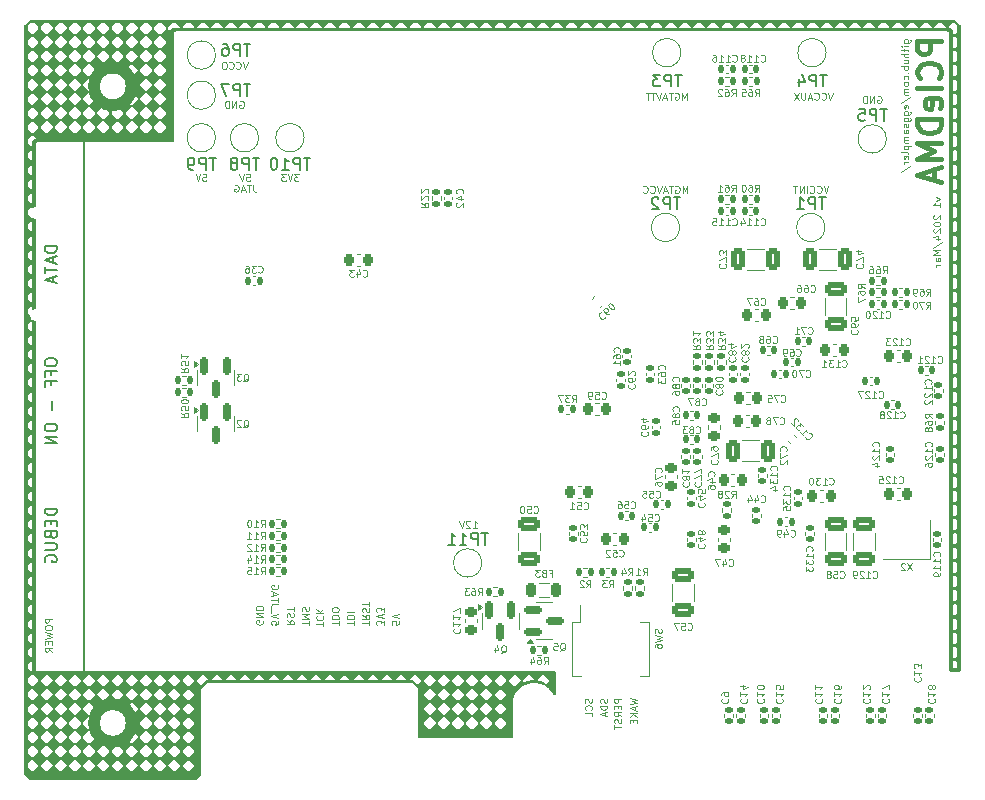
<source format=gbr>
%TF.GenerationSoftware,KiCad,Pcbnew,8.0.0*%
%TF.CreationDate,2024-03-11T20:36:25+10:00*%
%TF.ProjectId,PCIeDMA,50434965-444d-4412-9e6b-696361645f70,1*%
%TF.SameCoordinates,Original*%
%TF.FileFunction,Legend,Bot*%
%TF.FilePolarity,Positive*%
%FSLAX46Y46*%
G04 Gerber Fmt 4.6, Leading zero omitted, Abs format (unit mm)*
G04 Created by KiCad (PCBNEW 8.0.0) date 2024-03-11 20:36:25*
%MOMM*%
%LPD*%
G01*
G04 APERTURE LIST*
G04 Aperture macros list*
%AMRoundRect*
0 Rectangle with rounded corners*
0 $1 Rounding radius*
0 $2 $3 $4 $5 $6 $7 $8 $9 X,Y pos of 4 corners*
0 Add a 4 corners polygon primitive as box body*
4,1,4,$2,$3,$4,$5,$6,$7,$8,$9,$2,$3,0*
0 Add four circle primitives for the rounded corners*
1,1,$1+$1,$2,$3*
1,1,$1+$1,$4,$5*
1,1,$1+$1,$6,$7*
1,1,$1+$1,$8,$9*
0 Add four rect primitives between the rounded corners*
20,1,$1+$1,$2,$3,$4,$5,0*
20,1,$1+$1,$4,$5,$6,$7,0*
20,1,$1+$1,$6,$7,$8,$9,0*
20,1,$1+$1,$8,$9,$2,$3,0*%
G04 Aperture macros list end*
%ADD10C,0.150000*%
%ADD11C,1.000000*%
%ADD12C,0.100000*%
%ADD13C,0.400000*%
%ADD14C,0.120000*%
%ADD15C,0.650000*%
%ADD16O,2.100000X1.000000*%
%ADD17O,1.600000X1.000000*%
%ADD18O,2.100000X1.100000*%
%ADD19O,2.600000X1.100000*%
%ADD20C,2.000000*%
%ADD21R,0.700000X3.200000*%
%ADD22R,0.700000X4.300000*%
%ADD23R,1.000000X1.000000*%
%ADD24O,1.000000X1.000000*%
%ADD25RoundRect,0.135000X-0.135000X-0.185000X0.135000X-0.185000X0.135000X0.185000X-0.135000X0.185000X0*%
%ADD26RoundRect,0.140000X-0.170000X0.140000X-0.170000X-0.140000X0.170000X-0.140000X0.170000X0.140000X0*%
%ADD27RoundRect,0.135000X0.135000X0.185000X-0.135000X0.185000X-0.135000X-0.185000X0.135000X-0.185000X0*%
%ADD28RoundRect,0.140000X0.140000X0.170000X-0.140000X0.170000X-0.140000X-0.170000X0.140000X-0.170000X0*%
%ADD29RoundRect,0.150000X-0.150000X0.587500X-0.150000X-0.587500X0.150000X-0.587500X0.150000X0.587500X0*%
%ADD30RoundRect,0.140000X0.170000X-0.140000X0.170000X0.140000X-0.170000X0.140000X-0.170000X-0.140000X0*%
%ADD31RoundRect,0.250000X-0.325000X-0.650000X0.325000X-0.650000X0.325000X0.650000X-0.325000X0.650000X0*%
%ADD32RoundRect,0.225000X-0.225000X-0.250000X0.225000X-0.250000X0.225000X0.250000X-0.225000X0.250000X0*%
%ADD33RoundRect,0.225000X0.250000X-0.225000X0.250000X0.225000X-0.250000X0.225000X-0.250000X-0.225000X0*%
%ADD34RoundRect,0.140000X-0.140000X-0.170000X0.140000X-0.170000X0.140000X0.170000X-0.140000X0.170000X0*%
%ADD35RoundRect,0.135000X-0.185000X0.135000X-0.185000X-0.135000X0.185000X-0.135000X0.185000X0.135000X0*%
%ADD36RoundRect,0.225000X0.017678X-0.335876X0.335876X-0.017678X-0.017678X0.335876X-0.335876X0.017678X0*%
%ADD37RoundRect,0.225000X0.225000X0.250000X-0.225000X0.250000X-0.225000X-0.250000X0.225000X-0.250000X0*%
%ADD38RoundRect,0.135000X0.185000X-0.135000X0.185000X0.135000X-0.185000X0.135000X-0.185000X-0.135000X0*%
%ADD39RoundRect,0.218750X-0.218750X-0.381250X0.218750X-0.381250X0.218750X0.381250X-0.218750X0.381250X0*%
%ADD40R,1.400000X1.200000*%
%ADD41RoundRect,0.140000X0.219203X0.021213X0.021213X0.219203X-0.219203X-0.021213X-0.021213X-0.219203X0*%
%ADD42RoundRect,0.250000X-0.650000X0.325000X-0.650000X-0.325000X0.650000X-0.325000X0.650000X0.325000X0*%
%ADD43RoundRect,0.250000X0.325000X0.650000X-0.325000X0.650000X-0.325000X-0.650000X0.325000X-0.650000X0*%
%ADD44RoundRect,0.250000X0.650000X-0.325000X0.650000X0.325000X-0.650000X0.325000X-0.650000X-0.325000X0*%
%ADD45R,0.760000X1.250000*%
%ADD46RoundRect,0.225000X-0.250000X0.225000X-0.250000X-0.225000X0.250000X-0.225000X0.250000X0.225000X0*%
%ADD47RoundRect,0.150000X-0.587500X-0.150000X0.587500X-0.150000X0.587500X0.150000X-0.587500X0.150000X0*%
G04 APERTURE END LIST*
D10*
X5080000Y-10300000D02*
X5080000Y-55150000D01*
D11*
X9100000Y-5650000D02*
G75*
G02*
X5900000Y-5650000I-1600000J0D01*
G01*
X5900000Y-5650000D02*
G75*
G02*
X9100000Y-5650000I1600000J0D01*
G01*
X9100000Y-59550000D02*
G75*
G02*
X5900000Y-59550000I-1600000J0D01*
G01*
X5900000Y-59550000D02*
G75*
G02*
X9100000Y-59550000I1600000J0D01*
G01*
D12*
X24127628Y-51277068D02*
X24127628Y-50934211D01*
X23527628Y-51105639D02*
X24127628Y-51105639D01*
X23527628Y-50734210D02*
X24127628Y-50734210D01*
X24127628Y-50734210D02*
X23699057Y-50534210D01*
X23699057Y-50534210D02*
X24127628Y-50334210D01*
X24127628Y-50334210D02*
X23527628Y-50334210D01*
X23556200Y-50077068D02*
X23527628Y-49991354D01*
X23527628Y-49991354D02*
X23527628Y-49848496D01*
X23527628Y-49848496D02*
X23556200Y-49791354D01*
X23556200Y-49791354D02*
X23584771Y-49762782D01*
X23584771Y-49762782D02*
X23641914Y-49734211D01*
X23641914Y-49734211D02*
X23699057Y-49734211D01*
X23699057Y-49734211D02*
X23756200Y-49762782D01*
X23756200Y-49762782D02*
X23784771Y-49791354D01*
X23784771Y-49791354D02*
X23813342Y-49848496D01*
X23813342Y-49848496D02*
X23841914Y-49962782D01*
X23841914Y-49962782D02*
X23870485Y-50019925D01*
X23870485Y-50019925D02*
X23899057Y-50048496D01*
X23899057Y-50048496D02*
X23956200Y-50077068D01*
X23956200Y-50077068D02*
X24013342Y-50077068D01*
X24013342Y-50077068D02*
X24070485Y-50048496D01*
X24070485Y-50048496D02*
X24099057Y-50019925D01*
X24099057Y-50019925D02*
X24127628Y-49962782D01*
X24127628Y-49962782D02*
X24127628Y-49819925D01*
X24127628Y-49819925D02*
X24099057Y-49734211D01*
X15114285Y-13072371D02*
X15399999Y-13072371D01*
X15399999Y-13072371D02*
X15428571Y-13358085D01*
X15428571Y-13358085D02*
X15399999Y-13329514D01*
X15399999Y-13329514D02*
X15342857Y-13300942D01*
X15342857Y-13300942D02*
X15199999Y-13300942D01*
X15199999Y-13300942D02*
X15142857Y-13329514D01*
X15142857Y-13329514D02*
X15114285Y-13358085D01*
X15114285Y-13358085D02*
X15085714Y-13415228D01*
X15085714Y-13415228D02*
X15085714Y-13558085D01*
X15085714Y-13558085D02*
X15114285Y-13615228D01*
X15114285Y-13615228D02*
X15142857Y-13643800D01*
X15142857Y-13643800D02*
X15199999Y-13672371D01*
X15199999Y-13672371D02*
X15342857Y-13672371D01*
X15342857Y-13672371D02*
X15399999Y-13643800D01*
X15399999Y-13643800D02*
X15428571Y-13615228D01*
X14914285Y-13072371D02*
X14714285Y-13672371D01*
X14714285Y-13672371D02*
X14514285Y-13072371D01*
X23242857Y-13072371D02*
X22871429Y-13072371D01*
X22871429Y-13072371D02*
X23071429Y-13300942D01*
X23071429Y-13300942D02*
X22985714Y-13300942D01*
X22985714Y-13300942D02*
X22928572Y-13329514D01*
X22928572Y-13329514D02*
X22900000Y-13358085D01*
X22900000Y-13358085D02*
X22871429Y-13415228D01*
X22871429Y-13415228D02*
X22871429Y-13558085D01*
X22871429Y-13558085D02*
X22900000Y-13615228D01*
X22900000Y-13615228D02*
X22928572Y-13643800D01*
X22928572Y-13643800D02*
X22985714Y-13672371D01*
X22985714Y-13672371D02*
X23157143Y-13672371D01*
X23157143Y-13672371D02*
X23214286Y-13643800D01*
X23214286Y-13643800D02*
X23242857Y-13615228D01*
X22700000Y-13072371D02*
X22500000Y-13672371D01*
X22500000Y-13672371D02*
X22300000Y-13072371D01*
X22157142Y-13072371D02*
X21785714Y-13072371D01*
X21785714Y-13072371D02*
X21985714Y-13300942D01*
X21985714Y-13300942D02*
X21899999Y-13300942D01*
X21899999Y-13300942D02*
X21842857Y-13329514D01*
X21842857Y-13329514D02*
X21814285Y-13358085D01*
X21814285Y-13358085D02*
X21785714Y-13415228D01*
X21785714Y-13415228D02*
X21785714Y-13558085D01*
X21785714Y-13558085D02*
X21814285Y-13615228D01*
X21814285Y-13615228D02*
X21842857Y-13643800D01*
X21842857Y-13643800D02*
X21899999Y-13672371D01*
X21899999Y-13672371D02*
X22071428Y-13672371D01*
X22071428Y-13672371D02*
X22128571Y-13643800D01*
X22128571Y-13643800D02*
X22157142Y-13615228D01*
X29227628Y-51277068D02*
X29227628Y-50934211D01*
X28627628Y-51105639D02*
X29227628Y-51105639D01*
X28627628Y-50391353D02*
X28913342Y-50591353D01*
X28627628Y-50734210D02*
X29227628Y-50734210D01*
X29227628Y-50734210D02*
X29227628Y-50505639D01*
X29227628Y-50505639D02*
X29199057Y-50448496D01*
X29199057Y-50448496D02*
X29170485Y-50419925D01*
X29170485Y-50419925D02*
X29113342Y-50391353D01*
X29113342Y-50391353D02*
X29027628Y-50391353D01*
X29027628Y-50391353D02*
X28970485Y-50419925D01*
X28970485Y-50419925D02*
X28941914Y-50448496D01*
X28941914Y-50448496D02*
X28913342Y-50505639D01*
X28913342Y-50505639D02*
X28913342Y-50734210D01*
X28656200Y-50162782D02*
X28627628Y-50077068D01*
X28627628Y-50077068D02*
X28627628Y-49934210D01*
X28627628Y-49934210D02*
X28656200Y-49877068D01*
X28656200Y-49877068D02*
X28684771Y-49848496D01*
X28684771Y-49848496D02*
X28741914Y-49819925D01*
X28741914Y-49819925D02*
X28799057Y-49819925D01*
X28799057Y-49819925D02*
X28856200Y-49848496D01*
X28856200Y-49848496D02*
X28884771Y-49877068D01*
X28884771Y-49877068D02*
X28913342Y-49934210D01*
X28913342Y-49934210D02*
X28941914Y-50048496D01*
X28941914Y-50048496D02*
X28970485Y-50105639D01*
X28970485Y-50105639D02*
X28999057Y-50134210D01*
X28999057Y-50134210D02*
X29056200Y-50162782D01*
X29056200Y-50162782D02*
X29113342Y-50162782D01*
X29113342Y-50162782D02*
X29170485Y-50134210D01*
X29170485Y-50134210D02*
X29199057Y-50105639D01*
X29199057Y-50105639D02*
X29227628Y-50048496D01*
X29227628Y-50048496D02*
X29227628Y-49905639D01*
X29227628Y-49905639D02*
X29199057Y-49819925D01*
X29227628Y-49648496D02*
X29227628Y-49305639D01*
X28627628Y-49477067D02*
X29227628Y-49477067D01*
X37971429Y-43022371D02*
X38314286Y-43022371D01*
X38142857Y-43022371D02*
X38142857Y-42422371D01*
X38142857Y-42422371D02*
X38200000Y-42508085D01*
X38200000Y-42508085D02*
X38257143Y-42565228D01*
X38257143Y-42565228D02*
X38314286Y-42593800D01*
X37742857Y-42479514D02*
X37714285Y-42450942D01*
X37714285Y-42450942D02*
X37657143Y-42422371D01*
X37657143Y-42422371D02*
X37514285Y-42422371D01*
X37514285Y-42422371D02*
X37457143Y-42450942D01*
X37457143Y-42450942D02*
X37428571Y-42479514D01*
X37428571Y-42479514D02*
X37400000Y-42536657D01*
X37400000Y-42536657D02*
X37400000Y-42593800D01*
X37400000Y-42593800D02*
X37428571Y-42679514D01*
X37428571Y-42679514D02*
X37771428Y-43022371D01*
X37771428Y-43022371D02*
X37400000Y-43022371D01*
X37228571Y-42422371D02*
X37028571Y-43022371D01*
X37028571Y-43022371D02*
X36828571Y-42422371D01*
X50572371Y-57508646D02*
X49972371Y-57508646D01*
X49972371Y-57508646D02*
X49972371Y-57737217D01*
X49972371Y-57737217D02*
X50000942Y-57794360D01*
X50000942Y-57794360D02*
X50029514Y-57822931D01*
X50029514Y-57822931D02*
X50086657Y-57851503D01*
X50086657Y-57851503D02*
X50172371Y-57851503D01*
X50172371Y-57851503D02*
X50229514Y-57822931D01*
X50229514Y-57822931D02*
X50258085Y-57794360D01*
X50258085Y-57794360D02*
X50286657Y-57737217D01*
X50286657Y-57737217D02*
X50286657Y-57508646D01*
X50258085Y-58108646D02*
X50258085Y-58308646D01*
X50572371Y-58394360D02*
X50572371Y-58108646D01*
X50572371Y-58108646D02*
X49972371Y-58108646D01*
X49972371Y-58108646D02*
X49972371Y-58394360D01*
X50572371Y-58994360D02*
X50286657Y-58794360D01*
X50572371Y-58651503D02*
X49972371Y-58651503D01*
X49972371Y-58651503D02*
X49972371Y-58880074D01*
X49972371Y-58880074D02*
X50000942Y-58937217D01*
X50000942Y-58937217D02*
X50029514Y-58965788D01*
X50029514Y-58965788D02*
X50086657Y-58994360D01*
X50086657Y-58994360D02*
X50172371Y-58994360D01*
X50172371Y-58994360D02*
X50229514Y-58965788D01*
X50229514Y-58965788D02*
X50258085Y-58937217D01*
X50258085Y-58937217D02*
X50286657Y-58880074D01*
X50286657Y-58880074D02*
X50286657Y-58651503D01*
X50543800Y-59222931D02*
X50572371Y-59308646D01*
X50572371Y-59308646D02*
X50572371Y-59451503D01*
X50572371Y-59451503D02*
X50543800Y-59508646D01*
X50543800Y-59508646D02*
X50515228Y-59537217D01*
X50515228Y-59537217D02*
X50458085Y-59565788D01*
X50458085Y-59565788D02*
X50400942Y-59565788D01*
X50400942Y-59565788D02*
X50343800Y-59537217D01*
X50343800Y-59537217D02*
X50315228Y-59508646D01*
X50315228Y-59508646D02*
X50286657Y-59451503D01*
X50286657Y-59451503D02*
X50258085Y-59337217D01*
X50258085Y-59337217D02*
X50229514Y-59280074D01*
X50229514Y-59280074D02*
X50200942Y-59251503D01*
X50200942Y-59251503D02*
X50143800Y-59222931D01*
X50143800Y-59222931D02*
X50086657Y-59222931D01*
X50086657Y-59222931D02*
X50029514Y-59251503D01*
X50029514Y-59251503D02*
X50000942Y-59280074D01*
X50000942Y-59280074D02*
X49972371Y-59337217D01*
X49972371Y-59337217D02*
X49972371Y-59480074D01*
X49972371Y-59480074D02*
X50000942Y-59565788D01*
X49972371Y-59737217D02*
X49972371Y-60080075D01*
X50572371Y-59908646D02*
X49972371Y-59908646D01*
D10*
X2754819Y-41411905D02*
X1754819Y-41411905D01*
X1754819Y-41411905D02*
X1754819Y-41650000D01*
X1754819Y-41650000D02*
X1802438Y-41792857D01*
X1802438Y-41792857D02*
X1897676Y-41888095D01*
X1897676Y-41888095D02*
X1992914Y-41935714D01*
X1992914Y-41935714D02*
X2183390Y-41983333D01*
X2183390Y-41983333D02*
X2326247Y-41983333D01*
X2326247Y-41983333D02*
X2516723Y-41935714D01*
X2516723Y-41935714D02*
X2611961Y-41888095D01*
X2611961Y-41888095D02*
X2707200Y-41792857D01*
X2707200Y-41792857D02*
X2754819Y-41650000D01*
X2754819Y-41650000D02*
X2754819Y-41411905D01*
X2231009Y-42411905D02*
X2231009Y-42745238D01*
X2754819Y-42888095D02*
X2754819Y-42411905D01*
X2754819Y-42411905D02*
X1754819Y-42411905D01*
X1754819Y-42411905D02*
X1754819Y-42888095D01*
X2231009Y-43650000D02*
X2278628Y-43792857D01*
X2278628Y-43792857D02*
X2326247Y-43840476D01*
X2326247Y-43840476D02*
X2421485Y-43888095D01*
X2421485Y-43888095D02*
X2564342Y-43888095D01*
X2564342Y-43888095D02*
X2659580Y-43840476D01*
X2659580Y-43840476D02*
X2707200Y-43792857D01*
X2707200Y-43792857D02*
X2754819Y-43697619D01*
X2754819Y-43697619D02*
X2754819Y-43316667D01*
X2754819Y-43316667D02*
X1754819Y-43316667D01*
X1754819Y-43316667D02*
X1754819Y-43650000D01*
X1754819Y-43650000D02*
X1802438Y-43745238D01*
X1802438Y-43745238D02*
X1850057Y-43792857D01*
X1850057Y-43792857D02*
X1945295Y-43840476D01*
X1945295Y-43840476D02*
X2040533Y-43840476D01*
X2040533Y-43840476D02*
X2135771Y-43792857D01*
X2135771Y-43792857D02*
X2183390Y-43745238D01*
X2183390Y-43745238D02*
X2231009Y-43650000D01*
X2231009Y-43650000D02*
X2231009Y-43316667D01*
X1754819Y-44316667D02*
X2564342Y-44316667D01*
X2564342Y-44316667D02*
X2659580Y-44364286D01*
X2659580Y-44364286D02*
X2707200Y-44411905D01*
X2707200Y-44411905D02*
X2754819Y-44507143D01*
X2754819Y-44507143D02*
X2754819Y-44697619D01*
X2754819Y-44697619D02*
X2707200Y-44792857D01*
X2707200Y-44792857D02*
X2659580Y-44840476D01*
X2659580Y-44840476D02*
X2564342Y-44888095D01*
X2564342Y-44888095D02*
X1754819Y-44888095D01*
X1802438Y-45888095D02*
X1754819Y-45792857D01*
X1754819Y-45792857D02*
X1754819Y-45650000D01*
X1754819Y-45650000D02*
X1802438Y-45507143D01*
X1802438Y-45507143D02*
X1897676Y-45411905D01*
X1897676Y-45411905D02*
X1992914Y-45364286D01*
X1992914Y-45364286D02*
X2183390Y-45316667D01*
X2183390Y-45316667D02*
X2326247Y-45316667D01*
X2326247Y-45316667D02*
X2516723Y-45364286D01*
X2516723Y-45364286D02*
X2611961Y-45411905D01*
X2611961Y-45411905D02*
X2707200Y-45507143D01*
X2707200Y-45507143D02*
X2754819Y-45650000D01*
X2754819Y-45650000D02*
X2754819Y-45745238D01*
X2754819Y-45745238D02*
X2707200Y-45888095D01*
X2707200Y-45888095D02*
X2659580Y-45935714D01*
X2659580Y-45935714D02*
X2326247Y-45935714D01*
X2326247Y-45935714D02*
X2326247Y-45745238D01*
D12*
X56142856Y-14672371D02*
X56142856Y-14072371D01*
X56142856Y-14072371D02*
X55942856Y-14500942D01*
X55942856Y-14500942D02*
X55742856Y-14072371D01*
X55742856Y-14072371D02*
X55742856Y-14672371D01*
X55142857Y-14100942D02*
X55200000Y-14072371D01*
X55200000Y-14072371D02*
X55285714Y-14072371D01*
X55285714Y-14072371D02*
X55371428Y-14100942D01*
X55371428Y-14100942D02*
X55428571Y-14158085D01*
X55428571Y-14158085D02*
X55457142Y-14215228D01*
X55457142Y-14215228D02*
X55485714Y-14329514D01*
X55485714Y-14329514D02*
X55485714Y-14415228D01*
X55485714Y-14415228D02*
X55457142Y-14529514D01*
X55457142Y-14529514D02*
X55428571Y-14586657D01*
X55428571Y-14586657D02*
X55371428Y-14643800D01*
X55371428Y-14643800D02*
X55285714Y-14672371D01*
X55285714Y-14672371D02*
X55228571Y-14672371D01*
X55228571Y-14672371D02*
X55142857Y-14643800D01*
X55142857Y-14643800D02*
X55114285Y-14615228D01*
X55114285Y-14615228D02*
X55114285Y-14415228D01*
X55114285Y-14415228D02*
X55228571Y-14415228D01*
X54942857Y-14072371D02*
X54600000Y-14072371D01*
X54771428Y-14672371D02*
X54771428Y-14072371D01*
X54428571Y-14500942D02*
X54142857Y-14500942D01*
X54485714Y-14672371D02*
X54285714Y-14072371D01*
X54285714Y-14072371D02*
X54085714Y-14672371D01*
X53971428Y-14072371D02*
X53771428Y-14672371D01*
X53771428Y-14672371D02*
X53571428Y-14072371D01*
X53028570Y-14615228D02*
X53057142Y-14643800D01*
X53057142Y-14643800D02*
X53142856Y-14672371D01*
X53142856Y-14672371D02*
X53199999Y-14672371D01*
X53199999Y-14672371D02*
X53285713Y-14643800D01*
X53285713Y-14643800D02*
X53342856Y-14586657D01*
X53342856Y-14586657D02*
X53371427Y-14529514D01*
X53371427Y-14529514D02*
X53399999Y-14415228D01*
X53399999Y-14415228D02*
X53399999Y-14329514D01*
X53399999Y-14329514D02*
X53371427Y-14215228D01*
X53371427Y-14215228D02*
X53342856Y-14158085D01*
X53342856Y-14158085D02*
X53285713Y-14100942D01*
X53285713Y-14100942D02*
X53199999Y-14072371D01*
X53199999Y-14072371D02*
X53142856Y-14072371D01*
X53142856Y-14072371D02*
X53057142Y-14100942D01*
X53057142Y-14100942D02*
X53028570Y-14129514D01*
X52428570Y-14615228D02*
X52457142Y-14643800D01*
X52457142Y-14643800D02*
X52542856Y-14672371D01*
X52542856Y-14672371D02*
X52599999Y-14672371D01*
X52599999Y-14672371D02*
X52685713Y-14643800D01*
X52685713Y-14643800D02*
X52742856Y-14586657D01*
X52742856Y-14586657D02*
X52771427Y-14529514D01*
X52771427Y-14529514D02*
X52799999Y-14415228D01*
X52799999Y-14415228D02*
X52799999Y-14329514D01*
X52799999Y-14329514D02*
X52771427Y-14215228D01*
X52771427Y-14215228D02*
X52742856Y-14158085D01*
X52742856Y-14158085D02*
X52685713Y-14100942D01*
X52685713Y-14100942D02*
X52599999Y-14072371D01*
X52599999Y-14072371D02*
X52542856Y-14072371D01*
X52542856Y-14072371D02*
X52457142Y-14100942D01*
X52457142Y-14100942D02*
X52428570Y-14129514D01*
X56099999Y-6772371D02*
X56099999Y-6172371D01*
X56099999Y-6172371D02*
X55899999Y-6600942D01*
X55899999Y-6600942D02*
X55699999Y-6172371D01*
X55699999Y-6172371D02*
X55699999Y-6772371D01*
X55100000Y-6200942D02*
X55157143Y-6172371D01*
X55157143Y-6172371D02*
X55242857Y-6172371D01*
X55242857Y-6172371D02*
X55328571Y-6200942D01*
X55328571Y-6200942D02*
X55385714Y-6258085D01*
X55385714Y-6258085D02*
X55414285Y-6315228D01*
X55414285Y-6315228D02*
X55442857Y-6429514D01*
X55442857Y-6429514D02*
X55442857Y-6515228D01*
X55442857Y-6515228D02*
X55414285Y-6629514D01*
X55414285Y-6629514D02*
X55385714Y-6686657D01*
X55385714Y-6686657D02*
X55328571Y-6743800D01*
X55328571Y-6743800D02*
X55242857Y-6772371D01*
X55242857Y-6772371D02*
X55185714Y-6772371D01*
X55185714Y-6772371D02*
X55100000Y-6743800D01*
X55100000Y-6743800D02*
X55071428Y-6715228D01*
X55071428Y-6715228D02*
X55071428Y-6515228D01*
X55071428Y-6515228D02*
X55185714Y-6515228D01*
X54900000Y-6172371D02*
X54557143Y-6172371D01*
X54728571Y-6772371D02*
X54728571Y-6172371D01*
X54385714Y-6600942D02*
X54100000Y-6600942D01*
X54442857Y-6772371D02*
X54242857Y-6172371D01*
X54242857Y-6172371D02*
X54042857Y-6772371D01*
X53928571Y-6172371D02*
X53728571Y-6772371D01*
X53728571Y-6772371D02*
X53528571Y-6172371D01*
X53414285Y-6172371D02*
X53071428Y-6172371D01*
X53242856Y-6772371D02*
X53242856Y-6172371D01*
X52957142Y-6172371D02*
X52614285Y-6172371D01*
X52785713Y-6772371D02*
X52785713Y-6172371D01*
X19400000Y-13972371D02*
X19400000Y-14400942D01*
X19400000Y-14400942D02*
X19428571Y-14486657D01*
X19428571Y-14486657D02*
X19485714Y-14543800D01*
X19485714Y-14543800D02*
X19571428Y-14572371D01*
X19571428Y-14572371D02*
X19628571Y-14572371D01*
X19200000Y-13972371D02*
X18857143Y-13972371D01*
X19028571Y-14572371D02*
X19028571Y-13972371D01*
X18685714Y-14400942D02*
X18400000Y-14400942D01*
X18742857Y-14572371D02*
X18542857Y-13972371D01*
X18542857Y-13972371D02*
X18342857Y-14572371D01*
X17828571Y-14000942D02*
X17885714Y-13972371D01*
X17885714Y-13972371D02*
X17971428Y-13972371D01*
X17971428Y-13972371D02*
X18057142Y-14000942D01*
X18057142Y-14000942D02*
X18114285Y-14058085D01*
X18114285Y-14058085D02*
X18142856Y-14115228D01*
X18142856Y-14115228D02*
X18171428Y-14229514D01*
X18171428Y-14229514D02*
X18171428Y-14315228D01*
X18171428Y-14315228D02*
X18142856Y-14429514D01*
X18142856Y-14429514D02*
X18114285Y-14486657D01*
X18114285Y-14486657D02*
X18057142Y-14543800D01*
X18057142Y-14543800D02*
X17971428Y-14572371D01*
X17971428Y-14572371D02*
X17914285Y-14572371D01*
X17914285Y-14572371D02*
X17828571Y-14543800D01*
X17828571Y-14543800D02*
X17799999Y-14515228D01*
X17799999Y-14515228D02*
X17799999Y-14315228D01*
X17799999Y-14315228D02*
X17914285Y-14315228D01*
X27927628Y-51277068D02*
X27927628Y-50934211D01*
X27327628Y-51105639D02*
X27927628Y-51105639D01*
X27327628Y-50734210D02*
X27927628Y-50734210D01*
X27927628Y-50734210D02*
X27927628Y-50591353D01*
X27927628Y-50591353D02*
X27899057Y-50505639D01*
X27899057Y-50505639D02*
X27841914Y-50448496D01*
X27841914Y-50448496D02*
X27784771Y-50419925D01*
X27784771Y-50419925D02*
X27670485Y-50391353D01*
X27670485Y-50391353D02*
X27584771Y-50391353D01*
X27584771Y-50391353D02*
X27470485Y-50419925D01*
X27470485Y-50419925D02*
X27413342Y-50448496D01*
X27413342Y-50448496D02*
X27356200Y-50505639D01*
X27356200Y-50505639D02*
X27327628Y-50591353D01*
X27327628Y-50591353D02*
X27327628Y-50734210D01*
X27327628Y-50134210D02*
X27927628Y-50134210D01*
X18914285Y-3572371D02*
X18714285Y-4172371D01*
X18714285Y-4172371D02*
X18514285Y-3572371D01*
X17971427Y-4115228D02*
X17999999Y-4143800D01*
X17999999Y-4143800D02*
X18085713Y-4172371D01*
X18085713Y-4172371D02*
X18142856Y-4172371D01*
X18142856Y-4172371D02*
X18228570Y-4143800D01*
X18228570Y-4143800D02*
X18285713Y-4086657D01*
X18285713Y-4086657D02*
X18314284Y-4029514D01*
X18314284Y-4029514D02*
X18342856Y-3915228D01*
X18342856Y-3915228D02*
X18342856Y-3829514D01*
X18342856Y-3829514D02*
X18314284Y-3715228D01*
X18314284Y-3715228D02*
X18285713Y-3658085D01*
X18285713Y-3658085D02*
X18228570Y-3600942D01*
X18228570Y-3600942D02*
X18142856Y-3572371D01*
X18142856Y-3572371D02*
X18085713Y-3572371D01*
X18085713Y-3572371D02*
X17999999Y-3600942D01*
X17999999Y-3600942D02*
X17971427Y-3629514D01*
X17371427Y-4115228D02*
X17399999Y-4143800D01*
X17399999Y-4143800D02*
X17485713Y-4172371D01*
X17485713Y-4172371D02*
X17542856Y-4172371D01*
X17542856Y-4172371D02*
X17628570Y-4143800D01*
X17628570Y-4143800D02*
X17685713Y-4086657D01*
X17685713Y-4086657D02*
X17714284Y-4029514D01*
X17714284Y-4029514D02*
X17742856Y-3915228D01*
X17742856Y-3915228D02*
X17742856Y-3829514D01*
X17742856Y-3829514D02*
X17714284Y-3715228D01*
X17714284Y-3715228D02*
X17685713Y-3658085D01*
X17685713Y-3658085D02*
X17628570Y-3600942D01*
X17628570Y-3600942D02*
X17542856Y-3572371D01*
X17542856Y-3572371D02*
X17485713Y-3572371D01*
X17485713Y-3572371D02*
X17399999Y-3600942D01*
X17399999Y-3600942D02*
X17371427Y-3629514D01*
X16999999Y-3572371D02*
X16885713Y-3572371D01*
X16885713Y-3572371D02*
X16828570Y-3600942D01*
X16828570Y-3600942D02*
X16771427Y-3658085D01*
X16771427Y-3658085D02*
X16742856Y-3772371D01*
X16742856Y-3772371D02*
X16742856Y-3972371D01*
X16742856Y-3972371D02*
X16771427Y-4086657D01*
X16771427Y-4086657D02*
X16828570Y-4143800D01*
X16828570Y-4143800D02*
X16885713Y-4172371D01*
X16885713Y-4172371D02*
X16999999Y-4172371D01*
X16999999Y-4172371D02*
X17057142Y-4143800D01*
X17057142Y-4143800D02*
X17114284Y-4086657D01*
X17114284Y-4086657D02*
X17142856Y-3972371D01*
X17142856Y-3972371D02*
X17142856Y-3772371D01*
X17142856Y-3772371D02*
X17114284Y-3658085D01*
X17114284Y-3658085D02*
X17057142Y-3600942D01*
X17057142Y-3600942D02*
X16999999Y-3572371D01*
X20199057Y-50877068D02*
X20227628Y-50934211D01*
X20227628Y-50934211D02*
X20227628Y-51019925D01*
X20227628Y-51019925D02*
X20199057Y-51105639D01*
X20199057Y-51105639D02*
X20141914Y-51162782D01*
X20141914Y-51162782D02*
X20084771Y-51191353D01*
X20084771Y-51191353D02*
X19970485Y-51219925D01*
X19970485Y-51219925D02*
X19884771Y-51219925D01*
X19884771Y-51219925D02*
X19770485Y-51191353D01*
X19770485Y-51191353D02*
X19713342Y-51162782D01*
X19713342Y-51162782D02*
X19656200Y-51105639D01*
X19656200Y-51105639D02*
X19627628Y-51019925D01*
X19627628Y-51019925D02*
X19627628Y-50962782D01*
X19627628Y-50962782D02*
X19656200Y-50877068D01*
X19656200Y-50877068D02*
X19684771Y-50848496D01*
X19684771Y-50848496D02*
X19884771Y-50848496D01*
X19884771Y-50848496D02*
X19884771Y-50962782D01*
X19627628Y-50591353D02*
X20227628Y-50591353D01*
X20227628Y-50591353D02*
X19627628Y-50248496D01*
X19627628Y-50248496D02*
X20227628Y-50248496D01*
X19627628Y-49962782D02*
X20227628Y-49962782D01*
X20227628Y-49962782D02*
X20227628Y-49819925D01*
X20227628Y-49819925D02*
X20199057Y-49734211D01*
X20199057Y-49734211D02*
X20141914Y-49677068D01*
X20141914Y-49677068D02*
X20084771Y-49648497D01*
X20084771Y-49648497D02*
X19970485Y-49619925D01*
X19970485Y-49619925D02*
X19884771Y-49619925D01*
X19884771Y-49619925D02*
X19770485Y-49648497D01*
X19770485Y-49648497D02*
X19713342Y-49677068D01*
X19713342Y-49677068D02*
X19656200Y-49734211D01*
X19656200Y-49734211D02*
X19627628Y-49819925D01*
X19627628Y-49819925D02*
X19627628Y-49962782D01*
X74471371Y-1965789D02*
X74957085Y-1965789D01*
X74957085Y-1965789D02*
X75014228Y-1937217D01*
X75014228Y-1937217D02*
X75042800Y-1908646D01*
X75042800Y-1908646D02*
X75071371Y-1851503D01*
X75071371Y-1851503D02*
X75071371Y-1765789D01*
X75071371Y-1765789D02*
X75042800Y-1708646D01*
X74842800Y-1965789D02*
X74871371Y-1908646D01*
X74871371Y-1908646D02*
X74871371Y-1794360D01*
X74871371Y-1794360D02*
X74842800Y-1737217D01*
X74842800Y-1737217D02*
X74814228Y-1708646D01*
X74814228Y-1708646D02*
X74757085Y-1680074D01*
X74757085Y-1680074D02*
X74585657Y-1680074D01*
X74585657Y-1680074D02*
X74528514Y-1708646D01*
X74528514Y-1708646D02*
X74499942Y-1737217D01*
X74499942Y-1737217D02*
X74471371Y-1794360D01*
X74471371Y-1794360D02*
X74471371Y-1908646D01*
X74471371Y-1908646D02*
X74499942Y-1965789D01*
X74871371Y-2251503D02*
X74471371Y-2251503D01*
X74271371Y-2251503D02*
X74299942Y-2222931D01*
X74299942Y-2222931D02*
X74328514Y-2251503D01*
X74328514Y-2251503D02*
X74299942Y-2280074D01*
X74299942Y-2280074D02*
X74271371Y-2251503D01*
X74271371Y-2251503D02*
X74328514Y-2251503D01*
X74471371Y-2451502D02*
X74471371Y-2680074D01*
X74271371Y-2537217D02*
X74785657Y-2537217D01*
X74785657Y-2537217D02*
X74842800Y-2565788D01*
X74842800Y-2565788D02*
X74871371Y-2622931D01*
X74871371Y-2622931D02*
X74871371Y-2680074D01*
X74871371Y-2880074D02*
X74271371Y-2880074D01*
X74871371Y-3137217D02*
X74557085Y-3137217D01*
X74557085Y-3137217D02*
X74499942Y-3108645D01*
X74499942Y-3108645D02*
X74471371Y-3051502D01*
X74471371Y-3051502D02*
X74471371Y-2965788D01*
X74471371Y-2965788D02*
X74499942Y-2908645D01*
X74499942Y-2908645D02*
X74528514Y-2880074D01*
X74471371Y-3680074D02*
X74871371Y-3680074D01*
X74471371Y-3422931D02*
X74785657Y-3422931D01*
X74785657Y-3422931D02*
X74842800Y-3451502D01*
X74842800Y-3451502D02*
X74871371Y-3508645D01*
X74871371Y-3508645D02*
X74871371Y-3594359D01*
X74871371Y-3594359D02*
X74842800Y-3651502D01*
X74842800Y-3651502D02*
X74814228Y-3680074D01*
X74871371Y-3965788D02*
X74271371Y-3965788D01*
X74499942Y-3965788D02*
X74471371Y-4022931D01*
X74471371Y-4022931D02*
X74471371Y-4137216D01*
X74471371Y-4137216D02*
X74499942Y-4194359D01*
X74499942Y-4194359D02*
X74528514Y-4222931D01*
X74528514Y-4222931D02*
X74585657Y-4251502D01*
X74585657Y-4251502D02*
X74757085Y-4251502D01*
X74757085Y-4251502D02*
X74814228Y-4222931D01*
X74814228Y-4222931D02*
X74842800Y-4194359D01*
X74842800Y-4194359D02*
X74871371Y-4137216D01*
X74871371Y-4137216D02*
X74871371Y-4022931D01*
X74871371Y-4022931D02*
X74842800Y-3965788D01*
X74814228Y-4508645D02*
X74842800Y-4537216D01*
X74842800Y-4537216D02*
X74871371Y-4508645D01*
X74871371Y-4508645D02*
X74842800Y-4480073D01*
X74842800Y-4480073D02*
X74814228Y-4508645D01*
X74814228Y-4508645D02*
X74871371Y-4508645D01*
X74842800Y-5051502D02*
X74871371Y-4994359D01*
X74871371Y-4994359D02*
X74871371Y-4880073D01*
X74871371Y-4880073D02*
X74842800Y-4822930D01*
X74842800Y-4822930D02*
X74814228Y-4794359D01*
X74814228Y-4794359D02*
X74757085Y-4765787D01*
X74757085Y-4765787D02*
X74585657Y-4765787D01*
X74585657Y-4765787D02*
X74528514Y-4794359D01*
X74528514Y-4794359D02*
X74499942Y-4822930D01*
X74499942Y-4822930D02*
X74471371Y-4880073D01*
X74471371Y-4880073D02*
X74471371Y-4994359D01*
X74471371Y-4994359D02*
X74499942Y-5051502D01*
X74871371Y-5394359D02*
X74842800Y-5337216D01*
X74842800Y-5337216D02*
X74814228Y-5308645D01*
X74814228Y-5308645D02*
X74757085Y-5280073D01*
X74757085Y-5280073D02*
X74585657Y-5280073D01*
X74585657Y-5280073D02*
X74528514Y-5308645D01*
X74528514Y-5308645D02*
X74499942Y-5337216D01*
X74499942Y-5337216D02*
X74471371Y-5394359D01*
X74471371Y-5394359D02*
X74471371Y-5480073D01*
X74471371Y-5480073D02*
X74499942Y-5537216D01*
X74499942Y-5537216D02*
X74528514Y-5565788D01*
X74528514Y-5565788D02*
X74585657Y-5594359D01*
X74585657Y-5594359D02*
X74757085Y-5594359D01*
X74757085Y-5594359D02*
X74814228Y-5565788D01*
X74814228Y-5565788D02*
X74842800Y-5537216D01*
X74842800Y-5537216D02*
X74871371Y-5480073D01*
X74871371Y-5480073D02*
X74871371Y-5394359D01*
X74871371Y-5851502D02*
X74471371Y-5851502D01*
X74528514Y-5851502D02*
X74499942Y-5880073D01*
X74499942Y-5880073D02*
X74471371Y-5937216D01*
X74471371Y-5937216D02*
X74471371Y-6022930D01*
X74471371Y-6022930D02*
X74499942Y-6080073D01*
X74499942Y-6080073D02*
X74557085Y-6108645D01*
X74557085Y-6108645D02*
X74871371Y-6108645D01*
X74557085Y-6108645D02*
X74499942Y-6137216D01*
X74499942Y-6137216D02*
X74471371Y-6194359D01*
X74471371Y-6194359D02*
X74471371Y-6280073D01*
X74471371Y-6280073D02*
X74499942Y-6337216D01*
X74499942Y-6337216D02*
X74557085Y-6365787D01*
X74557085Y-6365787D02*
X74871371Y-6365787D01*
X74242800Y-7080073D02*
X75014228Y-6565787D01*
X74842800Y-7508644D02*
X74871371Y-7451501D01*
X74871371Y-7451501D02*
X74871371Y-7337216D01*
X74871371Y-7337216D02*
X74842800Y-7280073D01*
X74842800Y-7280073D02*
X74785657Y-7251501D01*
X74785657Y-7251501D02*
X74557085Y-7251501D01*
X74557085Y-7251501D02*
X74499942Y-7280073D01*
X74499942Y-7280073D02*
X74471371Y-7337216D01*
X74471371Y-7337216D02*
X74471371Y-7451501D01*
X74471371Y-7451501D02*
X74499942Y-7508644D01*
X74499942Y-7508644D02*
X74557085Y-7537216D01*
X74557085Y-7537216D02*
X74614228Y-7537216D01*
X74614228Y-7537216D02*
X74671371Y-7251501D01*
X74471371Y-8051502D02*
X74957085Y-8051502D01*
X74957085Y-8051502D02*
X75014228Y-8022930D01*
X75014228Y-8022930D02*
X75042800Y-7994359D01*
X75042800Y-7994359D02*
X75071371Y-7937216D01*
X75071371Y-7937216D02*
X75071371Y-7851502D01*
X75071371Y-7851502D02*
X75042800Y-7794359D01*
X74842800Y-8051502D02*
X74871371Y-7994359D01*
X74871371Y-7994359D02*
X74871371Y-7880073D01*
X74871371Y-7880073D02*
X74842800Y-7822930D01*
X74842800Y-7822930D02*
X74814228Y-7794359D01*
X74814228Y-7794359D02*
X74757085Y-7765787D01*
X74757085Y-7765787D02*
X74585657Y-7765787D01*
X74585657Y-7765787D02*
X74528514Y-7794359D01*
X74528514Y-7794359D02*
X74499942Y-7822930D01*
X74499942Y-7822930D02*
X74471371Y-7880073D01*
X74471371Y-7880073D02*
X74471371Y-7994359D01*
X74471371Y-7994359D02*
X74499942Y-8051502D01*
X74471371Y-8594359D02*
X74957085Y-8594359D01*
X74957085Y-8594359D02*
X75014228Y-8565787D01*
X75014228Y-8565787D02*
X75042800Y-8537216D01*
X75042800Y-8537216D02*
X75071371Y-8480073D01*
X75071371Y-8480073D02*
X75071371Y-8394359D01*
X75071371Y-8394359D02*
X75042800Y-8337216D01*
X74842800Y-8594359D02*
X74871371Y-8537216D01*
X74871371Y-8537216D02*
X74871371Y-8422930D01*
X74871371Y-8422930D02*
X74842800Y-8365787D01*
X74842800Y-8365787D02*
X74814228Y-8337216D01*
X74814228Y-8337216D02*
X74757085Y-8308644D01*
X74757085Y-8308644D02*
X74585657Y-8308644D01*
X74585657Y-8308644D02*
X74528514Y-8337216D01*
X74528514Y-8337216D02*
X74499942Y-8365787D01*
X74499942Y-8365787D02*
X74471371Y-8422930D01*
X74471371Y-8422930D02*
X74471371Y-8537216D01*
X74471371Y-8537216D02*
X74499942Y-8594359D01*
X74842800Y-8851501D02*
X74871371Y-8908644D01*
X74871371Y-8908644D02*
X74871371Y-9022930D01*
X74871371Y-9022930D02*
X74842800Y-9080073D01*
X74842800Y-9080073D02*
X74785657Y-9108644D01*
X74785657Y-9108644D02*
X74757085Y-9108644D01*
X74757085Y-9108644D02*
X74699942Y-9080073D01*
X74699942Y-9080073D02*
X74671371Y-9022930D01*
X74671371Y-9022930D02*
X74671371Y-8937216D01*
X74671371Y-8937216D02*
X74642800Y-8880073D01*
X74642800Y-8880073D02*
X74585657Y-8851501D01*
X74585657Y-8851501D02*
X74557085Y-8851501D01*
X74557085Y-8851501D02*
X74499942Y-8880073D01*
X74499942Y-8880073D02*
X74471371Y-8937216D01*
X74471371Y-8937216D02*
X74471371Y-9022930D01*
X74471371Y-9022930D02*
X74499942Y-9080073D01*
X74871371Y-9622930D02*
X74557085Y-9622930D01*
X74557085Y-9622930D02*
X74499942Y-9594358D01*
X74499942Y-9594358D02*
X74471371Y-9537215D01*
X74471371Y-9537215D02*
X74471371Y-9422930D01*
X74471371Y-9422930D02*
X74499942Y-9365787D01*
X74842800Y-9622930D02*
X74871371Y-9565787D01*
X74871371Y-9565787D02*
X74871371Y-9422930D01*
X74871371Y-9422930D02*
X74842800Y-9365787D01*
X74842800Y-9365787D02*
X74785657Y-9337215D01*
X74785657Y-9337215D02*
X74728514Y-9337215D01*
X74728514Y-9337215D02*
X74671371Y-9365787D01*
X74671371Y-9365787D02*
X74642800Y-9422930D01*
X74642800Y-9422930D02*
X74642800Y-9565787D01*
X74642800Y-9565787D02*
X74614228Y-9622930D01*
X74871371Y-9908644D02*
X74471371Y-9908644D01*
X74528514Y-9908644D02*
X74499942Y-9937215D01*
X74499942Y-9937215D02*
X74471371Y-9994358D01*
X74471371Y-9994358D02*
X74471371Y-10080072D01*
X74471371Y-10080072D02*
X74499942Y-10137215D01*
X74499942Y-10137215D02*
X74557085Y-10165787D01*
X74557085Y-10165787D02*
X74871371Y-10165787D01*
X74557085Y-10165787D02*
X74499942Y-10194358D01*
X74499942Y-10194358D02*
X74471371Y-10251501D01*
X74471371Y-10251501D02*
X74471371Y-10337215D01*
X74471371Y-10337215D02*
X74499942Y-10394358D01*
X74499942Y-10394358D02*
X74557085Y-10422929D01*
X74557085Y-10422929D02*
X74871371Y-10422929D01*
X74471371Y-10708644D02*
X75071371Y-10708644D01*
X74499942Y-10708644D02*
X74471371Y-10765787D01*
X74471371Y-10765787D02*
X74471371Y-10880072D01*
X74471371Y-10880072D02*
X74499942Y-10937215D01*
X74499942Y-10937215D02*
X74528514Y-10965787D01*
X74528514Y-10965787D02*
X74585657Y-10994358D01*
X74585657Y-10994358D02*
X74757085Y-10994358D01*
X74757085Y-10994358D02*
X74814228Y-10965787D01*
X74814228Y-10965787D02*
X74842800Y-10937215D01*
X74842800Y-10937215D02*
X74871371Y-10880072D01*
X74871371Y-10880072D02*
X74871371Y-10765787D01*
X74871371Y-10765787D02*
X74842800Y-10708644D01*
X74871371Y-11337215D02*
X74842800Y-11280072D01*
X74842800Y-11280072D02*
X74785657Y-11251501D01*
X74785657Y-11251501D02*
X74271371Y-11251501D01*
X74842800Y-11794358D02*
X74871371Y-11737215D01*
X74871371Y-11737215D02*
X74871371Y-11622930D01*
X74871371Y-11622930D02*
X74842800Y-11565787D01*
X74842800Y-11565787D02*
X74785657Y-11537215D01*
X74785657Y-11537215D02*
X74557085Y-11537215D01*
X74557085Y-11537215D02*
X74499942Y-11565787D01*
X74499942Y-11565787D02*
X74471371Y-11622930D01*
X74471371Y-11622930D02*
X74471371Y-11737215D01*
X74471371Y-11737215D02*
X74499942Y-11794358D01*
X74499942Y-11794358D02*
X74557085Y-11822930D01*
X74557085Y-11822930D02*
X74614228Y-11822930D01*
X74614228Y-11822930D02*
X74671371Y-11537215D01*
X74871371Y-12080073D02*
X74471371Y-12080073D01*
X74585657Y-12080073D02*
X74528514Y-12108644D01*
X74528514Y-12108644D02*
X74499942Y-12137216D01*
X74499942Y-12137216D02*
X74471371Y-12194358D01*
X74471371Y-12194358D02*
X74471371Y-12251501D01*
X74242800Y-12880073D02*
X75014228Y-12365787D01*
X18257142Y-6900942D02*
X18314285Y-6872371D01*
X18314285Y-6872371D02*
X18399999Y-6872371D01*
X18399999Y-6872371D02*
X18485713Y-6900942D01*
X18485713Y-6900942D02*
X18542856Y-6958085D01*
X18542856Y-6958085D02*
X18571427Y-7015228D01*
X18571427Y-7015228D02*
X18599999Y-7129514D01*
X18599999Y-7129514D02*
X18599999Y-7215228D01*
X18599999Y-7215228D02*
X18571427Y-7329514D01*
X18571427Y-7329514D02*
X18542856Y-7386657D01*
X18542856Y-7386657D02*
X18485713Y-7443800D01*
X18485713Y-7443800D02*
X18399999Y-7472371D01*
X18399999Y-7472371D02*
X18342856Y-7472371D01*
X18342856Y-7472371D02*
X18257142Y-7443800D01*
X18257142Y-7443800D02*
X18228570Y-7415228D01*
X18228570Y-7415228D02*
X18228570Y-7215228D01*
X18228570Y-7215228D02*
X18342856Y-7215228D01*
X17971427Y-7472371D02*
X17971427Y-6872371D01*
X17971427Y-6872371D02*
X17628570Y-7472371D01*
X17628570Y-7472371D02*
X17628570Y-6872371D01*
X17342856Y-7472371D02*
X17342856Y-6872371D01*
X17342856Y-6872371D02*
X17199999Y-6872371D01*
X17199999Y-6872371D02*
X17114285Y-6900942D01*
X17114285Y-6900942D02*
X17057142Y-6958085D01*
X17057142Y-6958085D02*
X17028571Y-7015228D01*
X17028571Y-7015228D02*
X16999999Y-7129514D01*
X16999999Y-7129514D02*
X16999999Y-7215228D01*
X16999999Y-7215228D02*
X17028571Y-7329514D01*
X17028571Y-7329514D02*
X17057142Y-7386657D01*
X17057142Y-7386657D02*
X17114285Y-7443800D01*
X17114285Y-7443800D02*
X17199999Y-7472371D01*
X17199999Y-7472371D02*
X17342856Y-7472371D01*
X51272371Y-57451503D02*
X51872371Y-57594360D01*
X51872371Y-57594360D02*
X51443800Y-57708646D01*
X51443800Y-57708646D02*
X51872371Y-57822931D01*
X51872371Y-57822931D02*
X51272371Y-57965789D01*
X51700942Y-58165788D02*
X51700942Y-58451503D01*
X51872371Y-58108645D02*
X51272371Y-58308645D01*
X51272371Y-58308645D02*
X51872371Y-58508645D01*
X51872371Y-58708646D02*
X51272371Y-58708646D01*
X51872371Y-59051503D02*
X51529514Y-58794360D01*
X51272371Y-59051503D02*
X51615228Y-58708646D01*
X51558085Y-59308646D02*
X51558085Y-59508646D01*
X51872371Y-59594360D02*
X51872371Y-59308646D01*
X51872371Y-59308646D02*
X51272371Y-59308646D01*
X51272371Y-59308646D02*
X51272371Y-59594360D01*
D10*
X1754819Y-28919047D02*
X1754819Y-29109523D01*
X1754819Y-29109523D02*
X1802438Y-29204761D01*
X1802438Y-29204761D02*
X1897676Y-29299999D01*
X1897676Y-29299999D02*
X2088152Y-29347618D01*
X2088152Y-29347618D02*
X2421485Y-29347618D01*
X2421485Y-29347618D02*
X2611961Y-29299999D01*
X2611961Y-29299999D02*
X2707200Y-29204761D01*
X2707200Y-29204761D02*
X2754819Y-29109523D01*
X2754819Y-29109523D02*
X2754819Y-28919047D01*
X2754819Y-28919047D02*
X2707200Y-28823809D01*
X2707200Y-28823809D02*
X2611961Y-28728571D01*
X2611961Y-28728571D02*
X2421485Y-28680952D01*
X2421485Y-28680952D02*
X2088152Y-28680952D01*
X2088152Y-28680952D02*
X1897676Y-28728571D01*
X1897676Y-28728571D02*
X1802438Y-28823809D01*
X1802438Y-28823809D02*
X1754819Y-28919047D01*
X2231009Y-30109523D02*
X2231009Y-29776190D01*
X2754819Y-29776190D02*
X1754819Y-29776190D01*
X1754819Y-29776190D02*
X1754819Y-30252380D01*
X2231009Y-30966666D02*
X2231009Y-30633333D01*
X2754819Y-30633333D02*
X1754819Y-30633333D01*
X1754819Y-30633333D02*
X1754819Y-31109523D01*
X2373866Y-32252381D02*
X2373866Y-33014286D01*
X1754819Y-34442857D02*
X1754819Y-34633333D01*
X1754819Y-34633333D02*
X1802438Y-34728571D01*
X1802438Y-34728571D02*
X1897676Y-34823809D01*
X1897676Y-34823809D02*
X2088152Y-34871428D01*
X2088152Y-34871428D02*
X2421485Y-34871428D01*
X2421485Y-34871428D02*
X2611961Y-34823809D01*
X2611961Y-34823809D02*
X2707200Y-34728571D01*
X2707200Y-34728571D02*
X2754819Y-34633333D01*
X2754819Y-34633333D02*
X2754819Y-34442857D01*
X2754819Y-34442857D02*
X2707200Y-34347619D01*
X2707200Y-34347619D02*
X2611961Y-34252381D01*
X2611961Y-34252381D02*
X2421485Y-34204762D01*
X2421485Y-34204762D02*
X2088152Y-34204762D01*
X2088152Y-34204762D02*
X1897676Y-34252381D01*
X1897676Y-34252381D02*
X1802438Y-34347619D01*
X1802438Y-34347619D02*
X1754819Y-34442857D01*
X2754819Y-35300000D02*
X1754819Y-35300000D01*
X1754819Y-35300000D02*
X2754819Y-35871428D01*
X2754819Y-35871428D02*
X1754819Y-35871428D01*
D12*
X48043800Y-57480074D02*
X48072371Y-57565789D01*
X48072371Y-57565789D02*
X48072371Y-57708646D01*
X48072371Y-57708646D02*
X48043800Y-57765789D01*
X48043800Y-57765789D02*
X48015228Y-57794360D01*
X48015228Y-57794360D02*
X47958085Y-57822931D01*
X47958085Y-57822931D02*
X47900942Y-57822931D01*
X47900942Y-57822931D02*
X47843800Y-57794360D01*
X47843800Y-57794360D02*
X47815228Y-57765789D01*
X47815228Y-57765789D02*
X47786657Y-57708646D01*
X47786657Y-57708646D02*
X47758085Y-57594360D01*
X47758085Y-57594360D02*
X47729514Y-57537217D01*
X47729514Y-57537217D02*
X47700942Y-57508646D01*
X47700942Y-57508646D02*
X47643800Y-57480074D01*
X47643800Y-57480074D02*
X47586657Y-57480074D01*
X47586657Y-57480074D02*
X47529514Y-57508646D01*
X47529514Y-57508646D02*
X47500942Y-57537217D01*
X47500942Y-57537217D02*
X47472371Y-57594360D01*
X47472371Y-57594360D02*
X47472371Y-57737217D01*
X47472371Y-57737217D02*
X47500942Y-57822931D01*
X48015228Y-58422932D02*
X48043800Y-58394360D01*
X48043800Y-58394360D02*
X48072371Y-58308646D01*
X48072371Y-58308646D02*
X48072371Y-58251503D01*
X48072371Y-58251503D02*
X48043800Y-58165789D01*
X48043800Y-58165789D02*
X47986657Y-58108646D01*
X47986657Y-58108646D02*
X47929514Y-58080075D01*
X47929514Y-58080075D02*
X47815228Y-58051503D01*
X47815228Y-58051503D02*
X47729514Y-58051503D01*
X47729514Y-58051503D02*
X47615228Y-58080075D01*
X47615228Y-58080075D02*
X47558085Y-58108646D01*
X47558085Y-58108646D02*
X47500942Y-58165789D01*
X47500942Y-58165789D02*
X47472371Y-58251503D01*
X47472371Y-58251503D02*
X47472371Y-58308646D01*
X47472371Y-58308646D02*
X47500942Y-58394360D01*
X47500942Y-58394360D02*
X47529514Y-58422932D01*
X48072371Y-58965789D02*
X48072371Y-58680075D01*
X48072371Y-58680075D02*
X47472371Y-58680075D01*
X68457143Y-6172371D02*
X68257143Y-6772371D01*
X68257143Y-6772371D02*
X68057143Y-6172371D01*
X67514285Y-6715228D02*
X67542857Y-6743800D01*
X67542857Y-6743800D02*
X67628571Y-6772371D01*
X67628571Y-6772371D02*
X67685714Y-6772371D01*
X67685714Y-6772371D02*
X67771428Y-6743800D01*
X67771428Y-6743800D02*
X67828571Y-6686657D01*
X67828571Y-6686657D02*
X67857142Y-6629514D01*
X67857142Y-6629514D02*
X67885714Y-6515228D01*
X67885714Y-6515228D02*
X67885714Y-6429514D01*
X67885714Y-6429514D02*
X67857142Y-6315228D01*
X67857142Y-6315228D02*
X67828571Y-6258085D01*
X67828571Y-6258085D02*
X67771428Y-6200942D01*
X67771428Y-6200942D02*
X67685714Y-6172371D01*
X67685714Y-6172371D02*
X67628571Y-6172371D01*
X67628571Y-6172371D02*
X67542857Y-6200942D01*
X67542857Y-6200942D02*
X67514285Y-6229514D01*
X66914285Y-6715228D02*
X66942857Y-6743800D01*
X66942857Y-6743800D02*
X67028571Y-6772371D01*
X67028571Y-6772371D02*
X67085714Y-6772371D01*
X67085714Y-6772371D02*
X67171428Y-6743800D01*
X67171428Y-6743800D02*
X67228571Y-6686657D01*
X67228571Y-6686657D02*
X67257142Y-6629514D01*
X67257142Y-6629514D02*
X67285714Y-6515228D01*
X67285714Y-6515228D02*
X67285714Y-6429514D01*
X67285714Y-6429514D02*
X67257142Y-6315228D01*
X67257142Y-6315228D02*
X67228571Y-6258085D01*
X67228571Y-6258085D02*
X67171428Y-6200942D01*
X67171428Y-6200942D02*
X67085714Y-6172371D01*
X67085714Y-6172371D02*
X67028571Y-6172371D01*
X67028571Y-6172371D02*
X66942857Y-6200942D01*
X66942857Y-6200942D02*
X66914285Y-6229514D01*
X66685714Y-6600942D02*
X66400000Y-6600942D01*
X66742857Y-6772371D02*
X66542857Y-6172371D01*
X66542857Y-6172371D02*
X66342857Y-6772371D01*
X66142856Y-6172371D02*
X66142856Y-6658085D01*
X66142856Y-6658085D02*
X66114285Y-6715228D01*
X66114285Y-6715228D02*
X66085714Y-6743800D01*
X66085714Y-6743800D02*
X66028571Y-6772371D01*
X66028571Y-6772371D02*
X65914285Y-6772371D01*
X65914285Y-6772371D02*
X65857142Y-6743800D01*
X65857142Y-6743800D02*
X65828571Y-6715228D01*
X65828571Y-6715228D02*
X65799999Y-6658085D01*
X65799999Y-6658085D02*
X65799999Y-6172371D01*
X65571428Y-6172371D02*
X65171428Y-6772371D01*
X65171428Y-6172371D02*
X65571428Y-6772371D01*
X30427628Y-51248496D02*
X30427628Y-50877068D01*
X30427628Y-50877068D02*
X30199057Y-51077068D01*
X30199057Y-51077068D02*
X30199057Y-50991353D01*
X30199057Y-50991353D02*
X30170485Y-50934211D01*
X30170485Y-50934211D02*
X30141914Y-50905639D01*
X30141914Y-50905639D02*
X30084771Y-50877068D01*
X30084771Y-50877068D02*
X29941914Y-50877068D01*
X29941914Y-50877068D02*
X29884771Y-50905639D01*
X29884771Y-50905639D02*
X29856200Y-50934211D01*
X29856200Y-50934211D02*
X29827628Y-50991353D01*
X29827628Y-50991353D02*
X29827628Y-51162782D01*
X29827628Y-51162782D02*
X29856200Y-51219925D01*
X29856200Y-51219925D02*
X29884771Y-51248496D01*
X30427628Y-50705639D02*
X29827628Y-50505639D01*
X29827628Y-50505639D02*
X30427628Y-50305639D01*
X30427628Y-50162781D02*
X30427628Y-49791353D01*
X30427628Y-49791353D02*
X30199057Y-49991353D01*
X30199057Y-49991353D02*
X30199057Y-49905638D01*
X30199057Y-49905638D02*
X30170485Y-49848496D01*
X30170485Y-49848496D02*
X30141914Y-49819924D01*
X30141914Y-49819924D02*
X30084771Y-49791353D01*
X30084771Y-49791353D02*
X29941914Y-49791353D01*
X29941914Y-49791353D02*
X29884771Y-49819924D01*
X29884771Y-49819924D02*
X29856200Y-49848496D01*
X29856200Y-49848496D02*
X29827628Y-49905638D01*
X29827628Y-49905638D02*
X29827628Y-50077067D01*
X29827628Y-50077067D02*
X29856200Y-50134210D01*
X29856200Y-50134210D02*
X29884771Y-50162781D01*
X18814285Y-13072371D02*
X19099999Y-13072371D01*
X19099999Y-13072371D02*
X19128571Y-13358085D01*
X19128571Y-13358085D02*
X19099999Y-13329514D01*
X19099999Y-13329514D02*
X19042857Y-13300942D01*
X19042857Y-13300942D02*
X18899999Y-13300942D01*
X18899999Y-13300942D02*
X18842857Y-13329514D01*
X18842857Y-13329514D02*
X18814285Y-13358085D01*
X18814285Y-13358085D02*
X18785714Y-13415228D01*
X18785714Y-13415228D02*
X18785714Y-13558085D01*
X18785714Y-13558085D02*
X18814285Y-13615228D01*
X18814285Y-13615228D02*
X18842857Y-13643800D01*
X18842857Y-13643800D02*
X18899999Y-13672371D01*
X18899999Y-13672371D02*
X19042857Y-13672371D01*
X19042857Y-13672371D02*
X19099999Y-13643800D01*
X19099999Y-13643800D02*
X19128571Y-13615228D01*
X18614285Y-13072371D02*
X18414285Y-13672371D01*
X18414285Y-13672371D02*
X18214285Y-13072371D01*
X77171371Y-15051503D02*
X77571371Y-15194360D01*
X77571371Y-15194360D02*
X77171371Y-15337217D01*
X77571371Y-15880074D02*
X77571371Y-15537217D01*
X77571371Y-15708646D02*
X76971371Y-15708646D01*
X76971371Y-15708646D02*
X77057085Y-15651503D01*
X77057085Y-15651503D02*
X77114228Y-15594360D01*
X77114228Y-15594360D02*
X77142800Y-15537217D01*
X77028514Y-16565789D02*
X76999942Y-16594361D01*
X76999942Y-16594361D02*
X76971371Y-16651504D01*
X76971371Y-16651504D02*
X76971371Y-16794361D01*
X76971371Y-16794361D02*
X76999942Y-16851504D01*
X76999942Y-16851504D02*
X77028514Y-16880075D01*
X77028514Y-16880075D02*
X77085657Y-16908646D01*
X77085657Y-16908646D02*
X77142800Y-16908646D01*
X77142800Y-16908646D02*
X77228514Y-16880075D01*
X77228514Y-16880075D02*
X77571371Y-16537218D01*
X77571371Y-16537218D02*
X77571371Y-16908646D01*
X76971371Y-17280075D02*
X76971371Y-17337218D01*
X76971371Y-17337218D02*
X76999942Y-17394361D01*
X76999942Y-17394361D02*
X77028514Y-17422933D01*
X77028514Y-17422933D02*
X77085657Y-17451504D01*
X77085657Y-17451504D02*
X77199942Y-17480075D01*
X77199942Y-17480075D02*
X77342800Y-17480075D01*
X77342800Y-17480075D02*
X77457085Y-17451504D01*
X77457085Y-17451504D02*
X77514228Y-17422933D01*
X77514228Y-17422933D02*
X77542800Y-17394361D01*
X77542800Y-17394361D02*
X77571371Y-17337218D01*
X77571371Y-17337218D02*
X77571371Y-17280075D01*
X77571371Y-17280075D02*
X77542800Y-17222933D01*
X77542800Y-17222933D02*
X77514228Y-17194361D01*
X77514228Y-17194361D02*
X77457085Y-17165790D01*
X77457085Y-17165790D02*
X77342800Y-17137218D01*
X77342800Y-17137218D02*
X77199942Y-17137218D01*
X77199942Y-17137218D02*
X77085657Y-17165790D01*
X77085657Y-17165790D02*
X77028514Y-17194361D01*
X77028514Y-17194361D02*
X76999942Y-17222933D01*
X76999942Y-17222933D02*
X76971371Y-17280075D01*
X77028514Y-17708647D02*
X76999942Y-17737219D01*
X76999942Y-17737219D02*
X76971371Y-17794362D01*
X76971371Y-17794362D02*
X76971371Y-17937219D01*
X76971371Y-17937219D02*
X76999942Y-17994362D01*
X76999942Y-17994362D02*
X77028514Y-18022933D01*
X77028514Y-18022933D02*
X77085657Y-18051504D01*
X77085657Y-18051504D02*
X77142800Y-18051504D01*
X77142800Y-18051504D02*
X77228514Y-18022933D01*
X77228514Y-18022933D02*
X77571371Y-17680076D01*
X77571371Y-17680076D02*
X77571371Y-18051504D01*
X77171371Y-18565791D02*
X77571371Y-18565791D01*
X76942800Y-18422933D02*
X77371371Y-18280076D01*
X77371371Y-18280076D02*
X77371371Y-18651505D01*
X76942800Y-19308648D02*
X77714228Y-18794362D01*
X77571371Y-19508648D02*
X76971371Y-19508648D01*
X76971371Y-19508648D02*
X77399942Y-19708648D01*
X77399942Y-19708648D02*
X76971371Y-19908648D01*
X76971371Y-19908648D02*
X77571371Y-19908648D01*
X77571371Y-20451505D02*
X77257085Y-20451505D01*
X77257085Y-20451505D02*
X77199942Y-20422933D01*
X77199942Y-20422933D02*
X77171371Y-20365790D01*
X77171371Y-20365790D02*
X77171371Y-20251505D01*
X77171371Y-20251505D02*
X77199942Y-20194362D01*
X77542800Y-20451505D02*
X77571371Y-20394362D01*
X77571371Y-20394362D02*
X77571371Y-20251505D01*
X77571371Y-20251505D02*
X77542800Y-20194362D01*
X77542800Y-20194362D02*
X77485657Y-20165790D01*
X77485657Y-20165790D02*
X77428514Y-20165790D01*
X77428514Y-20165790D02*
X77371371Y-20194362D01*
X77371371Y-20194362D02*
X77342800Y-20251505D01*
X77342800Y-20251505D02*
X77342800Y-20394362D01*
X77342800Y-20394362D02*
X77314228Y-20451505D01*
X77571371Y-20737219D02*
X77171371Y-20737219D01*
X77285657Y-20737219D02*
X77228514Y-20765790D01*
X77228514Y-20765790D02*
X77199942Y-20794362D01*
X77199942Y-20794362D02*
X77171371Y-20851504D01*
X77171371Y-20851504D02*
X77171371Y-20908647D01*
X72257142Y-6500942D02*
X72314285Y-6472371D01*
X72314285Y-6472371D02*
X72399999Y-6472371D01*
X72399999Y-6472371D02*
X72485713Y-6500942D01*
X72485713Y-6500942D02*
X72542856Y-6558085D01*
X72542856Y-6558085D02*
X72571427Y-6615228D01*
X72571427Y-6615228D02*
X72599999Y-6729514D01*
X72599999Y-6729514D02*
X72599999Y-6815228D01*
X72599999Y-6815228D02*
X72571427Y-6929514D01*
X72571427Y-6929514D02*
X72542856Y-6986657D01*
X72542856Y-6986657D02*
X72485713Y-7043800D01*
X72485713Y-7043800D02*
X72399999Y-7072371D01*
X72399999Y-7072371D02*
X72342856Y-7072371D01*
X72342856Y-7072371D02*
X72257142Y-7043800D01*
X72257142Y-7043800D02*
X72228570Y-7015228D01*
X72228570Y-7015228D02*
X72228570Y-6815228D01*
X72228570Y-6815228D02*
X72342856Y-6815228D01*
X71971427Y-7072371D02*
X71971427Y-6472371D01*
X71971427Y-6472371D02*
X71628570Y-7072371D01*
X71628570Y-7072371D02*
X71628570Y-6472371D01*
X71342856Y-7072371D02*
X71342856Y-6472371D01*
X71342856Y-6472371D02*
X71199999Y-6472371D01*
X71199999Y-6472371D02*
X71114285Y-6500942D01*
X71114285Y-6500942D02*
X71057142Y-6558085D01*
X71057142Y-6558085D02*
X71028571Y-6615228D01*
X71028571Y-6615228D02*
X70999999Y-6729514D01*
X70999999Y-6729514D02*
X70999999Y-6815228D01*
X70999999Y-6815228D02*
X71028571Y-6929514D01*
X71028571Y-6929514D02*
X71057142Y-6986657D01*
X71057142Y-6986657D02*
X71114285Y-7043800D01*
X71114285Y-7043800D02*
X71199999Y-7072371D01*
X71199999Y-7072371D02*
X71342856Y-7072371D01*
X2372371Y-50714286D02*
X1772371Y-50714286D01*
X1772371Y-50714286D02*
X1772371Y-50942857D01*
X1772371Y-50942857D02*
X1800942Y-51000000D01*
X1800942Y-51000000D02*
X1829514Y-51028571D01*
X1829514Y-51028571D02*
X1886657Y-51057143D01*
X1886657Y-51057143D02*
X1972371Y-51057143D01*
X1972371Y-51057143D02*
X2029514Y-51028571D01*
X2029514Y-51028571D02*
X2058085Y-51000000D01*
X2058085Y-51000000D02*
X2086657Y-50942857D01*
X2086657Y-50942857D02*
X2086657Y-50714286D01*
X1772371Y-51428571D02*
X1772371Y-51542857D01*
X1772371Y-51542857D02*
X1800942Y-51600000D01*
X1800942Y-51600000D02*
X1858085Y-51657143D01*
X1858085Y-51657143D02*
X1972371Y-51685714D01*
X1972371Y-51685714D02*
X2172371Y-51685714D01*
X2172371Y-51685714D02*
X2286657Y-51657143D01*
X2286657Y-51657143D02*
X2343800Y-51600000D01*
X2343800Y-51600000D02*
X2372371Y-51542857D01*
X2372371Y-51542857D02*
X2372371Y-51428571D01*
X2372371Y-51428571D02*
X2343800Y-51371429D01*
X2343800Y-51371429D02*
X2286657Y-51314286D01*
X2286657Y-51314286D02*
X2172371Y-51285714D01*
X2172371Y-51285714D02*
X1972371Y-51285714D01*
X1972371Y-51285714D02*
X1858085Y-51314286D01*
X1858085Y-51314286D02*
X1800942Y-51371429D01*
X1800942Y-51371429D02*
X1772371Y-51428571D01*
X1772371Y-51885714D02*
X2372371Y-52028571D01*
X2372371Y-52028571D02*
X1943800Y-52142857D01*
X1943800Y-52142857D02*
X2372371Y-52257142D01*
X2372371Y-52257142D02*
X1772371Y-52400000D01*
X2058085Y-52628571D02*
X2058085Y-52828571D01*
X2372371Y-52914285D02*
X2372371Y-52628571D01*
X2372371Y-52628571D02*
X1772371Y-52628571D01*
X1772371Y-52628571D02*
X1772371Y-52914285D01*
X2372371Y-53514285D02*
X2086657Y-53314285D01*
X2372371Y-53171428D02*
X1772371Y-53171428D01*
X1772371Y-53171428D02*
X1772371Y-53399999D01*
X1772371Y-53399999D02*
X1800942Y-53457142D01*
X1800942Y-53457142D02*
X1829514Y-53485713D01*
X1829514Y-53485713D02*
X1886657Y-53514285D01*
X1886657Y-53514285D02*
X1972371Y-53514285D01*
X1972371Y-53514285D02*
X2029514Y-53485713D01*
X2029514Y-53485713D02*
X2058085Y-53457142D01*
X2058085Y-53457142D02*
X2086657Y-53399999D01*
X2086657Y-53399999D02*
X2086657Y-53171428D01*
X25327628Y-51377068D02*
X25327628Y-51034211D01*
X24727628Y-51205639D02*
X25327628Y-51205639D01*
X24784771Y-50491353D02*
X24756200Y-50519925D01*
X24756200Y-50519925D02*
X24727628Y-50605639D01*
X24727628Y-50605639D02*
X24727628Y-50662782D01*
X24727628Y-50662782D02*
X24756200Y-50748496D01*
X24756200Y-50748496D02*
X24813342Y-50805639D01*
X24813342Y-50805639D02*
X24870485Y-50834210D01*
X24870485Y-50834210D02*
X24984771Y-50862782D01*
X24984771Y-50862782D02*
X25070485Y-50862782D01*
X25070485Y-50862782D02*
X25184771Y-50834210D01*
X25184771Y-50834210D02*
X25241914Y-50805639D01*
X25241914Y-50805639D02*
X25299057Y-50748496D01*
X25299057Y-50748496D02*
X25327628Y-50662782D01*
X25327628Y-50662782D02*
X25327628Y-50605639D01*
X25327628Y-50605639D02*
X25299057Y-50519925D01*
X25299057Y-50519925D02*
X25270485Y-50491353D01*
X24727628Y-50234210D02*
X25327628Y-50234210D01*
X24727628Y-49891353D02*
X25070485Y-50148496D01*
X25327628Y-49891353D02*
X24984771Y-50234210D01*
D13*
X77634438Y-1789347D02*
X75634438Y-1789347D01*
X75634438Y-1789347D02*
X75634438Y-2551252D01*
X75634438Y-2551252D02*
X75729676Y-2741728D01*
X75729676Y-2741728D02*
X75824914Y-2836966D01*
X75824914Y-2836966D02*
X76015390Y-2932204D01*
X76015390Y-2932204D02*
X76301104Y-2932204D01*
X76301104Y-2932204D02*
X76491580Y-2836966D01*
X76491580Y-2836966D02*
X76586819Y-2741728D01*
X76586819Y-2741728D02*
X76682057Y-2551252D01*
X76682057Y-2551252D02*
X76682057Y-1789347D01*
X77443961Y-4932204D02*
X77539200Y-4836966D01*
X77539200Y-4836966D02*
X77634438Y-4551252D01*
X77634438Y-4551252D02*
X77634438Y-4360776D01*
X77634438Y-4360776D02*
X77539200Y-4075061D01*
X77539200Y-4075061D02*
X77348723Y-3884585D01*
X77348723Y-3884585D02*
X77158247Y-3789347D01*
X77158247Y-3789347D02*
X76777295Y-3694109D01*
X76777295Y-3694109D02*
X76491580Y-3694109D01*
X76491580Y-3694109D02*
X76110628Y-3789347D01*
X76110628Y-3789347D02*
X75920152Y-3884585D01*
X75920152Y-3884585D02*
X75729676Y-4075061D01*
X75729676Y-4075061D02*
X75634438Y-4360776D01*
X75634438Y-4360776D02*
X75634438Y-4551252D01*
X75634438Y-4551252D02*
X75729676Y-4836966D01*
X75729676Y-4836966D02*
X75824914Y-4932204D01*
X77634438Y-5789347D02*
X75634438Y-5789347D01*
X77539200Y-7503633D02*
X77634438Y-7313157D01*
X77634438Y-7313157D02*
X77634438Y-6932204D01*
X77634438Y-6932204D02*
X77539200Y-6741728D01*
X77539200Y-6741728D02*
X77348723Y-6646490D01*
X77348723Y-6646490D02*
X76586819Y-6646490D01*
X76586819Y-6646490D02*
X76396342Y-6741728D01*
X76396342Y-6741728D02*
X76301104Y-6932204D01*
X76301104Y-6932204D02*
X76301104Y-7313157D01*
X76301104Y-7313157D02*
X76396342Y-7503633D01*
X76396342Y-7503633D02*
X76586819Y-7598871D01*
X76586819Y-7598871D02*
X76777295Y-7598871D01*
X76777295Y-7598871D02*
X76967771Y-6646490D01*
X77634438Y-8456014D02*
X75634438Y-8456014D01*
X75634438Y-8456014D02*
X75634438Y-8932204D01*
X75634438Y-8932204D02*
X75729676Y-9217919D01*
X75729676Y-9217919D02*
X75920152Y-9408395D01*
X75920152Y-9408395D02*
X76110628Y-9503633D01*
X76110628Y-9503633D02*
X76491580Y-9598871D01*
X76491580Y-9598871D02*
X76777295Y-9598871D01*
X76777295Y-9598871D02*
X77158247Y-9503633D01*
X77158247Y-9503633D02*
X77348723Y-9408395D01*
X77348723Y-9408395D02*
X77539200Y-9217919D01*
X77539200Y-9217919D02*
X77634438Y-8932204D01*
X77634438Y-8932204D02*
X77634438Y-8456014D01*
X77634438Y-10456014D02*
X75634438Y-10456014D01*
X75634438Y-10456014D02*
X77063009Y-11122681D01*
X77063009Y-11122681D02*
X75634438Y-11789347D01*
X75634438Y-11789347D02*
X77634438Y-11789347D01*
X77063009Y-12646490D02*
X77063009Y-13598871D01*
X77634438Y-12456014D02*
X75634438Y-13122680D01*
X75634438Y-13122680D02*
X77634438Y-13789347D01*
D12*
X26627628Y-51277068D02*
X26627628Y-50934211D01*
X26027628Y-51105639D02*
X26627628Y-51105639D01*
X26027628Y-50734210D02*
X26627628Y-50734210D01*
X26627628Y-50734210D02*
X26627628Y-50591353D01*
X26627628Y-50591353D02*
X26599057Y-50505639D01*
X26599057Y-50505639D02*
X26541914Y-50448496D01*
X26541914Y-50448496D02*
X26484771Y-50419925D01*
X26484771Y-50419925D02*
X26370485Y-50391353D01*
X26370485Y-50391353D02*
X26284771Y-50391353D01*
X26284771Y-50391353D02*
X26170485Y-50419925D01*
X26170485Y-50419925D02*
X26113342Y-50448496D01*
X26113342Y-50448496D02*
X26056200Y-50505639D01*
X26056200Y-50505639D02*
X26027628Y-50591353D01*
X26027628Y-50591353D02*
X26027628Y-50734210D01*
X26627628Y-50019925D02*
X26627628Y-49905639D01*
X26627628Y-49905639D02*
X26599057Y-49848496D01*
X26599057Y-49848496D02*
X26541914Y-49791353D01*
X26541914Y-49791353D02*
X26427628Y-49762782D01*
X26427628Y-49762782D02*
X26227628Y-49762782D01*
X26227628Y-49762782D02*
X26113342Y-49791353D01*
X26113342Y-49791353D02*
X26056200Y-49848496D01*
X26056200Y-49848496D02*
X26027628Y-49905639D01*
X26027628Y-49905639D02*
X26027628Y-50019925D01*
X26027628Y-50019925D02*
X26056200Y-50077068D01*
X26056200Y-50077068D02*
X26113342Y-50134210D01*
X26113342Y-50134210D02*
X26227628Y-50162782D01*
X26227628Y-50162782D02*
X26427628Y-50162782D01*
X26427628Y-50162782D02*
X26541914Y-50134210D01*
X26541914Y-50134210D02*
X26599057Y-50077068D01*
X26599057Y-50077068D02*
X26627628Y-50019925D01*
X68085714Y-14072371D02*
X67885714Y-14672371D01*
X67885714Y-14672371D02*
X67685714Y-14072371D01*
X67142856Y-14615228D02*
X67171428Y-14643800D01*
X67171428Y-14643800D02*
X67257142Y-14672371D01*
X67257142Y-14672371D02*
X67314285Y-14672371D01*
X67314285Y-14672371D02*
X67399999Y-14643800D01*
X67399999Y-14643800D02*
X67457142Y-14586657D01*
X67457142Y-14586657D02*
X67485713Y-14529514D01*
X67485713Y-14529514D02*
X67514285Y-14415228D01*
X67514285Y-14415228D02*
X67514285Y-14329514D01*
X67514285Y-14329514D02*
X67485713Y-14215228D01*
X67485713Y-14215228D02*
X67457142Y-14158085D01*
X67457142Y-14158085D02*
X67399999Y-14100942D01*
X67399999Y-14100942D02*
X67314285Y-14072371D01*
X67314285Y-14072371D02*
X67257142Y-14072371D01*
X67257142Y-14072371D02*
X67171428Y-14100942D01*
X67171428Y-14100942D02*
X67142856Y-14129514D01*
X66542856Y-14615228D02*
X66571428Y-14643800D01*
X66571428Y-14643800D02*
X66657142Y-14672371D01*
X66657142Y-14672371D02*
X66714285Y-14672371D01*
X66714285Y-14672371D02*
X66799999Y-14643800D01*
X66799999Y-14643800D02*
X66857142Y-14586657D01*
X66857142Y-14586657D02*
X66885713Y-14529514D01*
X66885713Y-14529514D02*
X66914285Y-14415228D01*
X66914285Y-14415228D02*
X66914285Y-14329514D01*
X66914285Y-14329514D02*
X66885713Y-14215228D01*
X66885713Y-14215228D02*
X66857142Y-14158085D01*
X66857142Y-14158085D02*
X66799999Y-14100942D01*
X66799999Y-14100942D02*
X66714285Y-14072371D01*
X66714285Y-14072371D02*
X66657142Y-14072371D01*
X66657142Y-14072371D02*
X66571428Y-14100942D01*
X66571428Y-14100942D02*
X66542856Y-14129514D01*
X66285713Y-14672371D02*
X66285713Y-14072371D01*
X65999999Y-14672371D02*
X65999999Y-14072371D01*
X65999999Y-14072371D02*
X65657142Y-14672371D01*
X65657142Y-14672371D02*
X65657142Y-14072371D01*
X65457143Y-14072371D02*
X65114286Y-14072371D01*
X65285714Y-14672371D02*
X65285714Y-14072371D01*
X22227628Y-50848496D02*
X22513342Y-51048496D01*
X22227628Y-51191353D02*
X22827628Y-51191353D01*
X22827628Y-51191353D02*
X22827628Y-50962782D01*
X22827628Y-50962782D02*
X22799057Y-50905639D01*
X22799057Y-50905639D02*
X22770485Y-50877068D01*
X22770485Y-50877068D02*
X22713342Y-50848496D01*
X22713342Y-50848496D02*
X22627628Y-50848496D01*
X22627628Y-50848496D02*
X22570485Y-50877068D01*
X22570485Y-50877068D02*
X22541914Y-50905639D01*
X22541914Y-50905639D02*
X22513342Y-50962782D01*
X22513342Y-50962782D02*
X22513342Y-51191353D01*
X22256200Y-50619925D02*
X22227628Y-50534211D01*
X22227628Y-50534211D02*
X22227628Y-50391353D01*
X22227628Y-50391353D02*
X22256200Y-50334211D01*
X22256200Y-50334211D02*
X22284771Y-50305639D01*
X22284771Y-50305639D02*
X22341914Y-50277068D01*
X22341914Y-50277068D02*
X22399057Y-50277068D01*
X22399057Y-50277068D02*
X22456200Y-50305639D01*
X22456200Y-50305639D02*
X22484771Y-50334211D01*
X22484771Y-50334211D02*
X22513342Y-50391353D01*
X22513342Y-50391353D02*
X22541914Y-50505639D01*
X22541914Y-50505639D02*
X22570485Y-50562782D01*
X22570485Y-50562782D02*
X22599057Y-50591353D01*
X22599057Y-50591353D02*
X22656200Y-50619925D01*
X22656200Y-50619925D02*
X22713342Y-50619925D01*
X22713342Y-50619925D02*
X22770485Y-50591353D01*
X22770485Y-50591353D02*
X22799057Y-50562782D01*
X22799057Y-50562782D02*
X22827628Y-50505639D01*
X22827628Y-50505639D02*
X22827628Y-50362782D01*
X22827628Y-50362782D02*
X22799057Y-50277068D01*
X22827628Y-50105639D02*
X22827628Y-49762782D01*
X22227628Y-49934210D02*
X22827628Y-49934210D01*
D10*
X2754819Y-19200000D02*
X1754819Y-19200000D01*
X1754819Y-19200000D02*
X1754819Y-19438095D01*
X1754819Y-19438095D02*
X1802438Y-19580952D01*
X1802438Y-19580952D02*
X1897676Y-19676190D01*
X1897676Y-19676190D02*
X1992914Y-19723809D01*
X1992914Y-19723809D02*
X2183390Y-19771428D01*
X2183390Y-19771428D02*
X2326247Y-19771428D01*
X2326247Y-19771428D02*
X2516723Y-19723809D01*
X2516723Y-19723809D02*
X2611961Y-19676190D01*
X2611961Y-19676190D02*
X2707200Y-19580952D01*
X2707200Y-19580952D02*
X2754819Y-19438095D01*
X2754819Y-19438095D02*
X2754819Y-19200000D01*
X2469104Y-20152381D02*
X2469104Y-20628571D01*
X2754819Y-20057143D02*
X1754819Y-20390476D01*
X1754819Y-20390476D02*
X2754819Y-20723809D01*
X1754819Y-20914286D02*
X1754819Y-21485714D01*
X2754819Y-21200000D02*
X1754819Y-21200000D01*
X2469104Y-21771429D02*
X2469104Y-22247619D01*
X2754819Y-21676191D02*
X1754819Y-22009524D01*
X1754819Y-22009524D02*
X2754819Y-22342857D01*
D12*
X49343800Y-57480074D02*
X49372371Y-57565789D01*
X49372371Y-57565789D02*
X49372371Y-57708646D01*
X49372371Y-57708646D02*
X49343800Y-57765789D01*
X49343800Y-57765789D02*
X49315228Y-57794360D01*
X49315228Y-57794360D02*
X49258085Y-57822931D01*
X49258085Y-57822931D02*
X49200942Y-57822931D01*
X49200942Y-57822931D02*
X49143800Y-57794360D01*
X49143800Y-57794360D02*
X49115228Y-57765789D01*
X49115228Y-57765789D02*
X49086657Y-57708646D01*
X49086657Y-57708646D02*
X49058085Y-57594360D01*
X49058085Y-57594360D02*
X49029514Y-57537217D01*
X49029514Y-57537217D02*
X49000942Y-57508646D01*
X49000942Y-57508646D02*
X48943800Y-57480074D01*
X48943800Y-57480074D02*
X48886657Y-57480074D01*
X48886657Y-57480074D02*
X48829514Y-57508646D01*
X48829514Y-57508646D02*
X48800942Y-57537217D01*
X48800942Y-57537217D02*
X48772371Y-57594360D01*
X48772371Y-57594360D02*
X48772371Y-57737217D01*
X48772371Y-57737217D02*
X48800942Y-57822931D01*
X49372371Y-58080075D02*
X48772371Y-58080075D01*
X48772371Y-58080075D02*
X48772371Y-58222932D01*
X48772371Y-58222932D02*
X48800942Y-58308646D01*
X48800942Y-58308646D02*
X48858085Y-58365789D01*
X48858085Y-58365789D02*
X48915228Y-58394360D01*
X48915228Y-58394360D02*
X49029514Y-58422932D01*
X49029514Y-58422932D02*
X49115228Y-58422932D01*
X49115228Y-58422932D02*
X49229514Y-58394360D01*
X49229514Y-58394360D02*
X49286657Y-58365789D01*
X49286657Y-58365789D02*
X49343800Y-58308646D01*
X49343800Y-58308646D02*
X49372371Y-58222932D01*
X49372371Y-58222932D02*
X49372371Y-58080075D01*
X49200942Y-58651503D02*
X49200942Y-58937218D01*
X49372371Y-58594360D02*
X48772371Y-58794360D01*
X48772371Y-58794360D02*
X49372371Y-58994360D01*
X31727628Y-50905639D02*
X31727628Y-51191353D01*
X31727628Y-51191353D02*
X31441914Y-51219925D01*
X31441914Y-51219925D02*
X31470485Y-51191353D01*
X31470485Y-51191353D02*
X31499057Y-51134211D01*
X31499057Y-51134211D02*
X31499057Y-50991353D01*
X31499057Y-50991353D02*
X31470485Y-50934211D01*
X31470485Y-50934211D02*
X31441914Y-50905639D01*
X31441914Y-50905639D02*
X31384771Y-50877068D01*
X31384771Y-50877068D02*
X31241914Y-50877068D01*
X31241914Y-50877068D02*
X31184771Y-50905639D01*
X31184771Y-50905639D02*
X31156200Y-50934211D01*
X31156200Y-50934211D02*
X31127628Y-50991353D01*
X31127628Y-50991353D02*
X31127628Y-51134211D01*
X31127628Y-51134211D02*
X31156200Y-51191353D01*
X31156200Y-51191353D02*
X31184771Y-51219925D01*
X31727628Y-50705639D02*
X31127628Y-50505639D01*
X31127628Y-50505639D02*
X31727628Y-50305639D01*
X21527628Y-50905639D02*
X21527628Y-51191353D01*
X21527628Y-51191353D02*
X21241914Y-51219925D01*
X21241914Y-51219925D02*
X21270485Y-51191353D01*
X21270485Y-51191353D02*
X21299057Y-51134211D01*
X21299057Y-51134211D02*
X21299057Y-50991353D01*
X21299057Y-50991353D02*
X21270485Y-50934211D01*
X21270485Y-50934211D02*
X21241914Y-50905639D01*
X21241914Y-50905639D02*
X21184771Y-50877068D01*
X21184771Y-50877068D02*
X21041914Y-50877068D01*
X21041914Y-50877068D02*
X20984771Y-50905639D01*
X20984771Y-50905639D02*
X20956200Y-50934211D01*
X20956200Y-50934211D02*
X20927628Y-50991353D01*
X20927628Y-50991353D02*
X20927628Y-51134211D01*
X20927628Y-51134211D02*
X20956200Y-51191353D01*
X20956200Y-51191353D02*
X20984771Y-51219925D01*
X21527628Y-50705639D02*
X20927628Y-50505639D01*
X20927628Y-50505639D02*
X21527628Y-50305639D01*
X20870485Y-50248496D02*
X20870485Y-49791353D01*
X21527628Y-49477067D02*
X21099057Y-49477067D01*
X21099057Y-49477067D02*
X21013342Y-49505638D01*
X21013342Y-49505638D02*
X20956200Y-49562781D01*
X20956200Y-49562781D02*
X20927628Y-49648495D01*
X20927628Y-49648495D02*
X20927628Y-49705638D01*
X21527628Y-49277067D02*
X21527628Y-48934210D01*
X20927628Y-49105638D02*
X21527628Y-49105638D01*
X21099057Y-48762781D02*
X21099057Y-48477067D01*
X20927628Y-48819924D02*
X21527628Y-48619924D01*
X21527628Y-48619924D02*
X20927628Y-48419924D01*
X21499057Y-47905638D02*
X21527628Y-47962781D01*
X21527628Y-47962781D02*
X21527628Y-48048495D01*
X21527628Y-48048495D02*
X21499057Y-48134209D01*
X21499057Y-48134209D02*
X21441914Y-48191352D01*
X21441914Y-48191352D02*
X21384771Y-48219923D01*
X21384771Y-48219923D02*
X21270485Y-48248495D01*
X21270485Y-48248495D02*
X21184771Y-48248495D01*
X21184771Y-48248495D02*
X21070485Y-48219923D01*
X21070485Y-48219923D02*
X21013342Y-48191352D01*
X21013342Y-48191352D02*
X20956200Y-48134209D01*
X20956200Y-48134209D02*
X20927628Y-48048495D01*
X20927628Y-48048495D02*
X20927628Y-47991352D01*
X20927628Y-47991352D02*
X20956200Y-47905638D01*
X20956200Y-47905638D02*
X20984771Y-47877066D01*
X20984771Y-47877066D02*
X21184771Y-47877066D01*
X21184771Y-47877066D02*
X21184771Y-47991352D01*
X59885714Y-6472371D02*
X60085714Y-6186657D01*
X60228571Y-6472371D02*
X60228571Y-5872371D01*
X60228571Y-5872371D02*
X60000000Y-5872371D01*
X60000000Y-5872371D02*
X59942857Y-5900942D01*
X59942857Y-5900942D02*
X59914286Y-5929514D01*
X59914286Y-5929514D02*
X59885714Y-5986657D01*
X59885714Y-5986657D02*
X59885714Y-6072371D01*
X59885714Y-6072371D02*
X59914286Y-6129514D01*
X59914286Y-6129514D02*
X59942857Y-6158085D01*
X59942857Y-6158085D02*
X60000000Y-6186657D01*
X60000000Y-6186657D02*
X60228571Y-6186657D01*
X59371429Y-5872371D02*
X59485714Y-5872371D01*
X59485714Y-5872371D02*
X59542857Y-5900942D01*
X59542857Y-5900942D02*
X59571429Y-5929514D01*
X59571429Y-5929514D02*
X59628571Y-6015228D01*
X59628571Y-6015228D02*
X59657143Y-6129514D01*
X59657143Y-6129514D02*
X59657143Y-6358085D01*
X59657143Y-6358085D02*
X59628571Y-6415228D01*
X59628571Y-6415228D02*
X59600000Y-6443800D01*
X59600000Y-6443800D02*
X59542857Y-6472371D01*
X59542857Y-6472371D02*
X59428571Y-6472371D01*
X59428571Y-6472371D02*
X59371429Y-6443800D01*
X59371429Y-6443800D02*
X59342857Y-6415228D01*
X59342857Y-6415228D02*
X59314286Y-6358085D01*
X59314286Y-6358085D02*
X59314286Y-6215228D01*
X59314286Y-6215228D02*
X59342857Y-6158085D01*
X59342857Y-6158085D02*
X59371429Y-6129514D01*
X59371429Y-6129514D02*
X59428571Y-6100942D01*
X59428571Y-6100942D02*
X59542857Y-6100942D01*
X59542857Y-6100942D02*
X59600000Y-6129514D01*
X59600000Y-6129514D02*
X59628571Y-6158085D01*
X59628571Y-6158085D02*
X59657143Y-6215228D01*
X59085714Y-5929514D02*
X59057142Y-5900942D01*
X59057142Y-5900942D02*
X59000000Y-5872371D01*
X59000000Y-5872371D02*
X58857142Y-5872371D01*
X58857142Y-5872371D02*
X58800000Y-5900942D01*
X58800000Y-5900942D02*
X58771428Y-5929514D01*
X58771428Y-5929514D02*
X58742857Y-5986657D01*
X58742857Y-5986657D02*
X58742857Y-6043800D01*
X58742857Y-6043800D02*
X58771428Y-6129514D01*
X58771428Y-6129514D02*
X59114285Y-6472371D01*
X59114285Y-6472371D02*
X58742857Y-6472371D01*
X64815228Y-39828571D02*
X64843800Y-39799999D01*
X64843800Y-39799999D02*
X64872371Y-39714285D01*
X64872371Y-39714285D02*
X64872371Y-39657142D01*
X64872371Y-39657142D02*
X64843800Y-39571428D01*
X64843800Y-39571428D02*
X64786657Y-39514285D01*
X64786657Y-39514285D02*
X64729514Y-39485714D01*
X64729514Y-39485714D02*
X64615228Y-39457142D01*
X64615228Y-39457142D02*
X64529514Y-39457142D01*
X64529514Y-39457142D02*
X64415228Y-39485714D01*
X64415228Y-39485714D02*
X64358085Y-39514285D01*
X64358085Y-39514285D02*
X64300942Y-39571428D01*
X64300942Y-39571428D02*
X64272371Y-39657142D01*
X64272371Y-39657142D02*
X64272371Y-39714285D01*
X64272371Y-39714285D02*
X64300942Y-39799999D01*
X64300942Y-39799999D02*
X64329514Y-39828571D01*
X64872371Y-40399999D02*
X64872371Y-40057142D01*
X64872371Y-40228571D02*
X64272371Y-40228571D01*
X64272371Y-40228571D02*
X64358085Y-40171428D01*
X64358085Y-40171428D02*
X64415228Y-40114285D01*
X64415228Y-40114285D02*
X64443800Y-40057142D01*
X64272371Y-40600000D02*
X64272371Y-40971428D01*
X64272371Y-40971428D02*
X64500942Y-40771428D01*
X64500942Y-40771428D02*
X64500942Y-40857143D01*
X64500942Y-40857143D02*
X64529514Y-40914286D01*
X64529514Y-40914286D02*
X64558085Y-40942857D01*
X64558085Y-40942857D02*
X64615228Y-40971428D01*
X64615228Y-40971428D02*
X64758085Y-40971428D01*
X64758085Y-40971428D02*
X64815228Y-40942857D01*
X64815228Y-40942857D02*
X64843800Y-40914286D01*
X64843800Y-40914286D02*
X64872371Y-40857143D01*
X64872371Y-40857143D02*
X64872371Y-40685714D01*
X64872371Y-40685714D02*
X64843800Y-40628571D01*
X64843800Y-40628571D02*
X64815228Y-40600000D01*
X64272371Y-41514286D02*
X64272371Y-41228572D01*
X64272371Y-41228572D02*
X64558085Y-41200000D01*
X64558085Y-41200000D02*
X64529514Y-41228572D01*
X64529514Y-41228572D02*
X64500942Y-41285715D01*
X64500942Y-41285715D02*
X64500942Y-41428572D01*
X64500942Y-41428572D02*
X64529514Y-41485715D01*
X64529514Y-41485715D02*
X64558085Y-41514286D01*
X64558085Y-41514286D02*
X64615228Y-41542857D01*
X64615228Y-41542857D02*
X64758085Y-41542857D01*
X64758085Y-41542857D02*
X64815228Y-41514286D01*
X64815228Y-41514286D02*
X64843800Y-41485715D01*
X64843800Y-41485715D02*
X64872371Y-41428572D01*
X64872371Y-41428572D02*
X64872371Y-41285715D01*
X64872371Y-41285715D02*
X64843800Y-41228572D01*
X64843800Y-41228572D02*
X64815228Y-41200000D01*
X57385714Y-32615228D02*
X57414286Y-32643800D01*
X57414286Y-32643800D02*
X57500000Y-32672371D01*
X57500000Y-32672371D02*
X57557143Y-32672371D01*
X57557143Y-32672371D02*
X57642857Y-32643800D01*
X57642857Y-32643800D02*
X57700000Y-32586657D01*
X57700000Y-32586657D02*
X57728571Y-32529514D01*
X57728571Y-32529514D02*
X57757143Y-32415228D01*
X57757143Y-32415228D02*
X57757143Y-32329514D01*
X57757143Y-32329514D02*
X57728571Y-32215228D01*
X57728571Y-32215228D02*
X57700000Y-32158085D01*
X57700000Y-32158085D02*
X57642857Y-32100942D01*
X57642857Y-32100942D02*
X57557143Y-32072371D01*
X57557143Y-32072371D02*
X57500000Y-32072371D01*
X57500000Y-32072371D02*
X57414286Y-32100942D01*
X57414286Y-32100942D02*
X57385714Y-32129514D01*
X57042857Y-32329514D02*
X57100000Y-32300942D01*
X57100000Y-32300942D02*
X57128571Y-32272371D01*
X57128571Y-32272371D02*
X57157143Y-32215228D01*
X57157143Y-32215228D02*
X57157143Y-32186657D01*
X57157143Y-32186657D02*
X57128571Y-32129514D01*
X57128571Y-32129514D02*
X57100000Y-32100942D01*
X57100000Y-32100942D02*
X57042857Y-32072371D01*
X57042857Y-32072371D02*
X56928571Y-32072371D01*
X56928571Y-32072371D02*
X56871429Y-32100942D01*
X56871429Y-32100942D02*
X56842857Y-32129514D01*
X56842857Y-32129514D02*
X56814286Y-32186657D01*
X56814286Y-32186657D02*
X56814286Y-32215228D01*
X56814286Y-32215228D02*
X56842857Y-32272371D01*
X56842857Y-32272371D02*
X56871429Y-32300942D01*
X56871429Y-32300942D02*
X56928571Y-32329514D01*
X56928571Y-32329514D02*
X57042857Y-32329514D01*
X57042857Y-32329514D02*
X57100000Y-32358085D01*
X57100000Y-32358085D02*
X57128571Y-32386657D01*
X57128571Y-32386657D02*
X57157143Y-32443800D01*
X57157143Y-32443800D02*
X57157143Y-32558085D01*
X57157143Y-32558085D02*
X57128571Y-32615228D01*
X57128571Y-32615228D02*
X57100000Y-32643800D01*
X57100000Y-32643800D02*
X57042857Y-32672371D01*
X57042857Y-32672371D02*
X56928571Y-32672371D01*
X56928571Y-32672371D02*
X56871429Y-32643800D01*
X56871429Y-32643800D02*
X56842857Y-32615228D01*
X56842857Y-32615228D02*
X56814286Y-32558085D01*
X56814286Y-32558085D02*
X56814286Y-32443800D01*
X56814286Y-32443800D02*
X56842857Y-32386657D01*
X56842857Y-32386657D02*
X56871429Y-32358085D01*
X56871429Y-32358085D02*
X56928571Y-32329514D01*
X56614285Y-32072371D02*
X56214285Y-32072371D01*
X56214285Y-32072371D02*
X56471428Y-32672371D01*
X20035713Y-44972371D02*
X20235713Y-44686657D01*
X20378570Y-44972371D02*
X20378570Y-44372371D01*
X20378570Y-44372371D02*
X20149999Y-44372371D01*
X20149999Y-44372371D02*
X20092856Y-44400942D01*
X20092856Y-44400942D02*
X20064285Y-44429514D01*
X20064285Y-44429514D02*
X20035713Y-44486657D01*
X20035713Y-44486657D02*
X20035713Y-44572371D01*
X20035713Y-44572371D02*
X20064285Y-44629514D01*
X20064285Y-44629514D02*
X20092856Y-44658085D01*
X20092856Y-44658085D02*
X20149999Y-44686657D01*
X20149999Y-44686657D02*
X20378570Y-44686657D01*
X19464285Y-44972371D02*
X19807142Y-44972371D01*
X19635713Y-44972371D02*
X19635713Y-44372371D01*
X19635713Y-44372371D02*
X19692856Y-44458085D01*
X19692856Y-44458085D02*
X19749999Y-44515228D01*
X19749999Y-44515228D02*
X19807142Y-44543800D01*
X19235713Y-44429514D02*
X19207141Y-44400942D01*
X19207141Y-44400942D02*
X19149999Y-44372371D01*
X19149999Y-44372371D02*
X19007141Y-44372371D01*
X19007141Y-44372371D02*
X18949999Y-44400942D01*
X18949999Y-44400942D02*
X18921427Y-44429514D01*
X18921427Y-44429514D02*
X18892856Y-44486657D01*
X18892856Y-44486657D02*
X18892856Y-44543800D01*
X18892856Y-44543800D02*
X18921427Y-44629514D01*
X18921427Y-44629514D02*
X19264284Y-44972371D01*
X19264284Y-44972371D02*
X18892856Y-44972371D01*
X19835714Y-21365228D02*
X19864286Y-21393800D01*
X19864286Y-21393800D02*
X19950000Y-21422371D01*
X19950000Y-21422371D02*
X20007143Y-21422371D01*
X20007143Y-21422371D02*
X20092857Y-21393800D01*
X20092857Y-21393800D02*
X20150000Y-21336657D01*
X20150000Y-21336657D02*
X20178571Y-21279514D01*
X20178571Y-21279514D02*
X20207143Y-21165228D01*
X20207143Y-21165228D02*
X20207143Y-21079514D01*
X20207143Y-21079514D02*
X20178571Y-20965228D01*
X20178571Y-20965228D02*
X20150000Y-20908085D01*
X20150000Y-20908085D02*
X20092857Y-20850942D01*
X20092857Y-20850942D02*
X20007143Y-20822371D01*
X20007143Y-20822371D02*
X19950000Y-20822371D01*
X19950000Y-20822371D02*
X19864286Y-20850942D01*
X19864286Y-20850942D02*
X19835714Y-20879514D01*
X19635714Y-20822371D02*
X19264286Y-20822371D01*
X19264286Y-20822371D02*
X19464286Y-21050942D01*
X19464286Y-21050942D02*
X19378571Y-21050942D01*
X19378571Y-21050942D02*
X19321429Y-21079514D01*
X19321429Y-21079514D02*
X19292857Y-21108085D01*
X19292857Y-21108085D02*
X19264286Y-21165228D01*
X19264286Y-21165228D02*
X19264286Y-21308085D01*
X19264286Y-21308085D02*
X19292857Y-21365228D01*
X19292857Y-21365228D02*
X19321429Y-21393800D01*
X19321429Y-21393800D02*
X19378571Y-21422371D01*
X19378571Y-21422371D02*
X19550000Y-21422371D01*
X19550000Y-21422371D02*
X19607143Y-21393800D01*
X19607143Y-21393800D02*
X19635714Y-21365228D01*
X18750000Y-20822371D02*
X18864285Y-20822371D01*
X18864285Y-20822371D02*
X18921428Y-20850942D01*
X18921428Y-20850942D02*
X18950000Y-20879514D01*
X18950000Y-20879514D02*
X19007142Y-20965228D01*
X19007142Y-20965228D02*
X19035714Y-21079514D01*
X19035714Y-21079514D02*
X19035714Y-21308085D01*
X19035714Y-21308085D02*
X19007142Y-21365228D01*
X19007142Y-21365228D02*
X18978571Y-21393800D01*
X18978571Y-21393800D02*
X18921428Y-21422371D01*
X18921428Y-21422371D02*
X18807142Y-21422371D01*
X18807142Y-21422371D02*
X18750000Y-21393800D01*
X18750000Y-21393800D02*
X18721428Y-21365228D01*
X18721428Y-21365228D02*
X18692857Y-21308085D01*
X18692857Y-21308085D02*
X18692857Y-21165228D01*
X18692857Y-21165228D02*
X18721428Y-21108085D01*
X18721428Y-21108085D02*
X18750000Y-21079514D01*
X18750000Y-21079514D02*
X18807142Y-21050942D01*
X18807142Y-21050942D02*
X18921428Y-21050942D01*
X18921428Y-21050942D02*
X18978571Y-21079514D01*
X18978571Y-21079514D02*
X19007142Y-21108085D01*
X19007142Y-21108085D02*
X19035714Y-21165228D01*
X18557142Y-34529514D02*
X18614285Y-34500942D01*
X18614285Y-34500942D02*
X18671428Y-34443800D01*
X18671428Y-34443800D02*
X18757142Y-34358085D01*
X18757142Y-34358085D02*
X18814285Y-34329514D01*
X18814285Y-34329514D02*
X18871428Y-34329514D01*
X18842857Y-34472371D02*
X18900000Y-34443800D01*
X18900000Y-34443800D02*
X18957142Y-34386657D01*
X18957142Y-34386657D02*
X18985714Y-34272371D01*
X18985714Y-34272371D02*
X18985714Y-34072371D01*
X18985714Y-34072371D02*
X18957142Y-33958085D01*
X18957142Y-33958085D02*
X18900000Y-33900942D01*
X18900000Y-33900942D02*
X18842857Y-33872371D01*
X18842857Y-33872371D02*
X18728571Y-33872371D01*
X18728571Y-33872371D02*
X18671428Y-33900942D01*
X18671428Y-33900942D02*
X18614285Y-33958085D01*
X18614285Y-33958085D02*
X18585714Y-34072371D01*
X18585714Y-34072371D02*
X18585714Y-34272371D01*
X18585714Y-34272371D02*
X18614285Y-34386657D01*
X18614285Y-34386657D02*
X18671428Y-34443800D01*
X18671428Y-34443800D02*
X18728571Y-34472371D01*
X18728571Y-34472371D02*
X18842857Y-34472371D01*
X18357143Y-33929514D02*
X18328571Y-33900942D01*
X18328571Y-33900942D02*
X18271429Y-33872371D01*
X18271429Y-33872371D02*
X18128571Y-33872371D01*
X18128571Y-33872371D02*
X18071429Y-33900942D01*
X18071429Y-33900942D02*
X18042857Y-33929514D01*
X18042857Y-33929514D02*
X18014286Y-33986657D01*
X18014286Y-33986657D02*
X18014286Y-34043800D01*
X18014286Y-34043800D02*
X18042857Y-34129514D01*
X18042857Y-34129514D02*
X18385714Y-34472371D01*
X18385714Y-34472371D02*
X18014286Y-34472371D01*
X58584771Y-31385714D02*
X58556200Y-31414286D01*
X58556200Y-31414286D02*
X58527628Y-31500000D01*
X58527628Y-31500000D02*
X58527628Y-31557143D01*
X58527628Y-31557143D02*
X58556200Y-31642857D01*
X58556200Y-31642857D02*
X58613342Y-31700000D01*
X58613342Y-31700000D02*
X58670485Y-31728571D01*
X58670485Y-31728571D02*
X58784771Y-31757143D01*
X58784771Y-31757143D02*
X58870485Y-31757143D01*
X58870485Y-31757143D02*
X58984771Y-31728571D01*
X58984771Y-31728571D02*
X59041914Y-31700000D01*
X59041914Y-31700000D02*
X59099057Y-31642857D01*
X59099057Y-31642857D02*
X59127628Y-31557143D01*
X59127628Y-31557143D02*
X59127628Y-31500000D01*
X59127628Y-31500000D02*
X59099057Y-31414286D01*
X59099057Y-31414286D02*
X59070485Y-31385714D01*
X58870485Y-31042857D02*
X58899057Y-31100000D01*
X58899057Y-31100000D02*
X58927628Y-31128571D01*
X58927628Y-31128571D02*
X58984771Y-31157143D01*
X58984771Y-31157143D02*
X59013342Y-31157143D01*
X59013342Y-31157143D02*
X59070485Y-31128571D01*
X59070485Y-31128571D02*
X59099057Y-31100000D01*
X59099057Y-31100000D02*
X59127628Y-31042857D01*
X59127628Y-31042857D02*
X59127628Y-30928571D01*
X59127628Y-30928571D02*
X59099057Y-30871429D01*
X59099057Y-30871429D02*
X59070485Y-30842857D01*
X59070485Y-30842857D02*
X59013342Y-30814286D01*
X59013342Y-30814286D02*
X58984771Y-30814286D01*
X58984771Y-30814286D02*
X58927628Y-30842857D01*
X58927628Y-30842857D02*
X58899057Y-30871429D01*
X58899057Y-30871429D02*
X58870485Y-30928571D01*
X58870485Y-30928571D02*
X58870485Y-31042857D01*
X58870485Y-31042857D02*
X58841914Y-31100000D01*
X58841914Y-31100000D02*
X58813342Y-31128571D01*
X58813342Y-31128571D02*
X58756200Y-31157143D01*
X58756200Y-31157143D02*
X58641914Y-31157143D01*
X58641914Y-31157143D02*
X58584771Y-31128571D01*
X58584771Y-31128571D02*
X58556200Y-31100000D01*
X58556200Y-31100000D02*
X58527628Y-31042857D01*
X58527628Y-31042857D02*
X58527628Y-30928571D01*
X58527628Y-30928571D02*
X58556200Y-30871429D01*
X58556200Y-30871429D02*
X58584771Y-30842857D01*
X58584771Y-30842857D02*
X58641914Y-30814286D01*
X58641914Y-30814286D02*
X58756200Y-30814286D01*
X58756200Y-30814286D02*
X58813342Y-30842857D01*
X58813342Y-30842857D02*
X58841914Y-30871429D01*
X58841914Y-30871429D02*
X58870485Y-30928571D01*
X59127628Y-30442857D02*
X59127628Y-30385714D01*
X59127628Y-30385714D02*
X59099057Y-30328571D01*
X59099057Y-30328571D02*
X59070485Y-30300000D01*
X59070485Y-30300000D02*
X59013342Y-30271428D01*
X59013342Y-30271428D02*
X58899057Y-30242857D01*
X58899057Y-30242857D02*
X58756200Y-30242857D01*
X58756200Y-30242857D02*
X58641914Y-30271428D01*
X58641914Y-30271428D02*
X58584771Y-30300000D01*
X58584771Y-30300000D02*
X58556200Y-30328571D01*
X58556200Y-30328571D02*
X58527628Y-30385714D01*
X58527628Y-30385714D02*
X58527628Y-30442857D01*
X58527628Y-30442857D02*
X58556200Y-30500000D01*
X58556200Y-30500000D02*
X58584771Y-30528571D01*
X58584771Y-30528571D02*
X58641914Y-30557142D01*
X58641914Y-30557142D02*
X58756200Y-30585714D01*
X58756200Y-30585714D02*
X58899057Y-30585714D01*
X58899057Y-30585714D02*
X59013342Y-30557142D01*
X59013342Y-30557142D02*
X59070485Y-30528571D01*
X59070485Y-30528571D02*
X59099057Y-30500000D01*
X59099057Y-30500000D02*
X59127628Y-30442857D01*
X70484771Y-20685714D02*
X70456200Y-20714286D01*
X70456200Y-20714286D02*
X70427628Y-20800000D01*
X70427628Y-20800000D02*
X70427628Y-20857143D01*
X70427628Y-20857143D02*
X70456200Y-20942857D01*
X70456200Y-20942857D02*
X70513342Y-21000000D01*
X70513342Y-21000000D02*
X70570485Y-21028571D01*
X70570485Y-21028571D02*
X70684771Y-21057143D01*
X70684771Y-21057143D02*
X70770485Y-21057143D01*
X70770485Y-21057143D02*
X70884771Y-21028571D01*
X70884771Y-21028571D02*
X70941914Y-21000000D01*
X70941914Y-21000000D02*
X70999057Y-20942857D01*
X70999057Y-20942857D02*
X71027628Y-20857143D01*
X71027628Y-20857143D02*
X71027628Y-20800000D01*
X71027628Y-20800000D02*
X70999057Y-20714286D01*
X70999057Y-20714286D02*
X70970485Y-20685714D01*
X71027628Y-20485714D02*
X71027628Y-20085714D01*
X71027628Y-20085714D02*
X70427628Y-20342857D01*
X70827628Y-19600000D02*
X70427628Y-19600000D01*
X71056200Y-19742857D02*
X70627628Y-19885714D01*
X70627628Y-19885714D02*
X70627628Y-19514285D01*
X59684771Y-28585714D02*
X59656200Y-28614286D01*
X59656200Y-28614286D02*
X59627628Y-28700000D01*
X59627628Y-28700000D02*
X59627628Y-28757143D01*
X59627628Y-28757143D02*
X59656200Y-28842857D01*
X59656200Y-28842857D02*
X59713342Y-28900000D01*
X59713342Y-28900000D02*
X59770485Y-28928571D01*
X59770485Y-28928571D02*
X59884771Y-28957143D01*
X59884771Y-28957143D02*
X59970485Y-28957143D01*
X59970485Y-28957143D02*
X60084771Y-28928571D01*
X60084771Y-28928571D02*
X60141914Y-28900000D01*
X60141914Y-28900000D02*
X60199057Y-28842857D01*
X60199057Y-28842857D02*
X60227628Y-28757143D01*
X60227628Y-28757143D02*
X60227628Y-28700000D01*
X60227628Y-28700000D02*
X60199057Y-28614286D01*
X60199057Y-28614286D02*
X60170485Y-28585714D01*
X59970485Y-28242857D02*
X59999057Y-28300000D01*
X59999057Y-28300000D02*
X60027628Y-28328571D01*
X60027628Y-28328571D02*
X60084771Y-28357143D01*
X60084771Y-28357143D02*
X60113342Y-28357143D01*
X60113342Y-28357143D02*
X60170485Y-28328571D01*
X60170485Y-28328571D02*
X60199057Y-28300000D01*
X60199057Y-28300000D02*
X60227628Y-28242857D01*
X60227628Y-28242857D02*
X60227628Y-28128571D01*
X60227628Y-28128571D02*
X60199057Y-28071429D01*
X60199057Y-28071429D02*
X60170485Y-28042857D01*
X60170485Y-28042857D02*
X60113342Y-28014286D01*
X60113342Y-28014286D02*
X60084771Y-28014286D01*
X60084771Y-28014286D02*
X60027628Y-28042857D01*
X60027628Y-28042857D02*
X59999057Y-28071429D01*
X59999057Y-28071429D02*
X59970485Y-28128571D01*
X59970485Y-28128571D02*
X59970485Y-28242857D01*
X59970485Y-28242857D02*
X59941914Y-28300000D01*
X59941914Y-28300000D02*
X59913342Y-28328571D01*
X59913342Y-28328571D02*
X59856200Y-28357143D01*
X59856200Y-28357143D02*
X59741914Y-28357143D01*
X59741914Y-28357143D02*
X59684771Y-28328571D01*
X59684771Y-28328571D02*
X59656200Y-28300000D01*
X59656200Y-28300000D02*
X59627628Y-28242857D01*
X59627628Y-28242857D02*
X59627628Y-28128571D01*
X59627628Y-28128571D02*
X59656200Y-28071429D01*
X59656200Y-28071429D02*
X59684771Y-28042857D01*
X59684771Y-28042857D02*
X59741914Y-28014286D01*
X59741914Y-28014286D02*
X59856200Y-28014286D01*
X59856200Y-28014286D02*
X59913342Y-28042857D01*
X59913342Y-28042857D02*
X59941914Y-28071429D01*
X59941914Y-28071429D02*
X59970485Y-28128571D01*
X60027628Y-27500000D02*
X59627628Y-27500000D01*
X60256200Y-27642857D02*
X59827628Y-27785714D01*
X59827628Y-27785714D02*
X59827628Y-27414285D01*
D10*
X19161904Y-5454819D02*
X18590476Y-5454819D01*
X18876190Y-6454819D02*
X18876190Y-5454819D01*
X18257142Y-6454819D02*
X18257142Y-5454819D01*
X18257142Y-5454819D02*
X17876190Y-5454819D01*
X17876190Y-5454819D02*
X17780952Y-5502438D01*
X17780952Y-5502438D02*
X17733333Y-5550057D01*
X17733333Y-5550057D02*
X17685714Y-5645295D01*
X17685714Y-5645295D02*
X17685714Y-5788152D01*
X17685714Y-5788152D02*
X17733333Y-5883390D01*
X17733333Y-5883390D02*
X17780952Y-5931009D01*
X17780952Y-5931009D02*
X17876190Y-5978628D01*
X17876190Y-5978628D02*
X18257142Y-5978628D01*
X17352380Y-5454819D02*
X16685714Y-5454819D01*
X16685714Y-5454819D02*
X17114285Y-6454819D01*
D12*
X53385714Y-42415228D02*
X53414286Y-42443800D01*
X53414286Y-42443800D02*
X53500000Y-42472371D01*
X53500000Y-42472371D02*
X53557143Y-42472371D01*
X53557143Y-42472371D02*
X53642857Y-42443800D01*
X53642857Y-42443800D02*
X53700000Y-42386657D01*
X53700000Y-42386657D02*
X53728571Y-42329514D01*
X53728571Y-42329514D02*
X53757143Y-42215228D01*
X53757143Y-42215228D02*
X53757143Y-42129514D01*
X53757143Y-42129514D02*
X53728571Y-42015228D01*
X53728571Y-42015228D02*
X53700000Y-41958085D01*
X53700000Y-41958085D02*
X53642857Y-41900942D01*
X53642857Y-41900942D02*
X53557143Y-41872371D01*
X53557143Y-41872371D02*
X53500000Y-41872371D01*
X53500000Y-41872371D02*
X53414286Y-41900942D01*
X53414286Y-41900942D02*
X53385714Y-41929514D01*
X52842857Y-41872371D02*
X53128571Y-41872371D01*
X53128571Y-41872371D02*
X53157143Y-42158085D01*
X53157143Y-42158085D02*
X53128571Y-42129514D01*
X53128571Y-42129514D02*
X53071429Y-42100942D01*
X53071429Y-42100942D02*
X52928571Y-42100942D01*
X52928571Y-42100942D02*
X52871429Y-42129514D01*
X52871429Y-42129514D02*
X52842857Y-42158085D01*
X52842857Y-42158085D02*
X52814286Y-42215228D01*
X52814286Y-42215228D02*
X52814286Y-42358085D01*
X52814286Y-42358085D02*
X52842857Y-42415228D01*
X52842857Y-42415228D02*
X52871429Y-42443800D01*
X52871429Y-42443800D02*
X52928571Y-42472371D01*
X52928571Y-42472371D02*
X53071429Y-42472371D01*
X53071429Y-42472371D02*
X53128571Y-42443800D01*
X53128571Y-42443800D02*
X53157143Y-42415228D01*
X52300000Y-42072371D02*
X52300000Y-42472371D01*
X52442857Y-41843800D02*
X52585714Y-42272371D01*
X52585714Y-42272371D02*
X52214285Y-42272371D01*
X63684771Y-57485714D02*
X63656200Y-57514286D01*
X63656200Y-57514286D02*
X63627628Y-57600000D01*
X63627628Y-57600000D02*
X63627628Y-57657143D01*
X63627628Y-57657143D02*
X63656200Y-57742857D01*
X63656200Y-57742857D02*
X63713342Y-57800000D01*
X63713342Y-57800000D02*
X63770485Y-57828571D01*
X63770485Y-57828571D02*
X63884771Y-57857143D01*
X63884771Y-57857143D02*
X63970485Y-57857143D01*
X63970485Y-57857143D02*
X64084771Y-57828571D01*
X64084771Y-57828571D02*
X64141914Y-57800000D01*
X64141914Y-57800000D02*
X64199057Y-57742857D01*
X64199057Y-57742857D02*
X64227628Y-57657143D01*
X64227628Y-57657143D02*
X64227628Y-57600000D01*
X64227628Y-57600000D02*
X64199057Y-57514286D01*
X64199057Y-57514286D02*
X64170485Y-57485714D01*
X63627628Y-56914286D02*
X63627628Y-57257143D01*
X63627628Y-57085714D02*
X64227628Y-57085714D01*
X64227628Y-57085714D02*
X64141914Y-57142857D01*
X64141914Y-57142857D02*
X64084771Y-57200000D01*
X64084771Y-57200000D02*
X64056200Y-57257143D01*
X64227628Y-56371428D02*
X64227628Y-56657142D01*
X64227628Y-56657142D02*
X63941914Y-56685714D01*
X63941914Y-56685714D02*
X63970485Y-56657142D01*
X63970485Y-56657142D02*
X63999057Y-56600000D01*
X63999057Y-56600000D02*
X63999057Y-56457142D01*
X63999057Y-56457142D02*
X63970485Y-56400000D01*
X63970485Y-56400000D02*
X63941914Y-56371428D01*
X63941914Y-56371428D02*
X63884771Y-56342857D01*
X63884771Y-56342857D02*
X63741914Y-56342857D01*
X63741914Y-56342857D02*
X63684771Y-56371428D01*
X63684771Y-56371428D02*
X63656200Y-56400000D01*
X63656200Y-56400000D02*
X63627628Y-56457142D01*
X63627628Y-56457142D02*
X63627628Y-56600000D01*
X63627628Y-56600000D02*
X63656200Y-56657142D01*
X63656200Y-56657142D02*
X63684771Y-56685714D01*
D10*
X16261904Y-11704819D02*
X15690476Y-11704819D01*
X15976190Y-12704819D02*
X15976190Y-11704819D01*
X15357142Y-12704819D02*
X15357142Y-11704819D01*
X15357142Y-11704819D02*
X14976190Y-11704819D01*
X14976190Y-11704819D02*
X14880952Y-11752438D01*
X14880952Y-11752438D02*
X14833333Y-11800057D01*
X14833333Y-11800057D02*
X14785714Y-11895295D01*
X14785714Y-11895295D02*
X14785714Y-12038152D01*
X14785714Y-12038152D02*
X14833333Y-12133390D01*
X14833333Y-12133390D02*
X14880952Y-12181009D01*
X14880952Y-12181009D02*
X14976190Y-12228628D01*
X14976190Y-12228628D02*
X15357142Y-12228628D01*
X14309523Y-12704819D02*
X14119047Y-12704819D01*
X14119047Y-12704819D02*
X14023809Y-12657200D01*
X14023809Y-12657200D02*
X13976190Y-12609580D01*
X13976190Y-12609580D02*
X13880952Y-12466723D01*
X13880952Y-12466723D02*
X13833333Y-12276247D01*
X13833333Y-12276247D02*
X13833333Y-11895295D01*
X13833333Y-11895295D02*
X13880952Y-11800057D01*
X13880952Y-11800057D02*
X13928571Y-11752438D01*
X13928571Y-11752438D02*
X14023809Y-11704819D01*
X14023809Y-11704819D02*
X14214285Y-11704819D01*
X14214285Y-11704819D02*
X14309523Y-11752438D01*
X14309523Y-11752438D02*
X14357142Y-11800057D01*
X14357142Y-11800057D02*
X14404761Y-11895295D01*
X14404761Y-11895295D02*
X14404761Y-12133390D01*
X14404761Y-12133390D02*
X14357142Y-12228628D01*
X14357142Y-12228628D02*
X14309523Y-12276247D01*
X14309523Y-12276247D02*
X14214285Y-12323866D01*
X14214285Y-12323866D02*
X14023809Y-12323866D01*
X14023809Y-12323866D02*
X13928571Y-12276247D01*
X13928571Y-12276247D02*
X13880952Y-12228628D01*
X13880952Y-12228628D02*
X13833333Y-12133390D01*
X67861904Y-15056819D02*
X67290476Y-15056819D01*
X67576190Y-16056819D02*
X67576190Y-15056819D01*
X66957142Y-16056819D02*
X66957142Y-15056819D01*
X66957142Y-15056819D02*
X66576190Y-15056819D01*
X66576190Y-15056819D02*
X66480952Y-15104438D01*
X66480952Y-15104438D02*
X66433333Y-15152057D01*
X66433333Y-15152057D02*
X66385714Y-15247295D01*
X66385714Y-15247295D02*
X66385714Y-15390152D01*
X66385714Y-15390152D02*
X66433333Y-15485390D01*
X66433333Y-15485390D02*
X66480952Y-15533009D01*
X66480952Y-15533009D02*
X66576190Y-15580628D01*
X66576190Y-15580628D02*
X66957142Y-15580628D01*
X65433333Y-16056819D02*
X66004761Y-16056819D01*
X65719047Y-16056819D02*
X65719047Y-15056819D01*
X65719047Y-15056819D02*
X65814285Y-15199676D01*
X65814285Y-15199676D02*
X65909523Y-15294914D01*
X65909523Y-15294914D02*
X66004761Y-15342533D01*
D12*
X55784771Y-39185714D02*
X55756200Y-39214286D01*
X55756200Y-39214286D02*
X55727628Y-39300000D01*
X55727628Y-39300000D02*
X55727628Y-39357143D01*
X55727628Y-39357143D02*
X55756200Y-39442857D01*
X55756200Y-39442857D02*
X55813342Y-39500000D01*
X55813342Y-39500000D02*
X55870485Y-39528571D01*
X55870485Y-39528571D02*
X55984771Y-39557143D01*
X55984771Y-39557143D02*
X56070485Y-39557143D01*
X56070485Y-39557143D02*
X56184771Y-39528571D01*
X56184771Y-39528571D02*
X56241914Y-39500000D01*
X56241914Y-39500000D02*
X56299057Y-39442857D01*
X56299057Y-39442857D02*
X56327628Y-39357143D01*
X56327628Y-39357143D02*
X56327628Y-39300000D01*
X56327628Y-39300000D02*
X56299057Y-39214286D01*
X56299057Y-39214286D02*
X56270485Y-39185714D01*
X56070485Y-38842857D02*
X56099057Y-38900000D01*
X56099057Y-38900000D02*
X56127628Y-38928571D01*
X56127628Y-38928571D02*
X56184771Y-38957143D01*
X56184771Y-38957143D02*
X56213342Y-38957143D01*
X56213342Y-38957143D02*
X56270485Y-38928571D01*
X56270485Y-38928571D02*
X56299057Y-38900000D01*
X56299057Y-38900000D02*
X56327628Y-38842857D01*
X56327628Y-38842857D02*
X56327628Y-38728571D01*
X56327628Y-38728571D02*
X56299057Y-38671429D01*
X56299057Y-38671429D02*
X56270485Y-38642857D01*
X56270485Y-38642857D02*
X56213342Y-38614286D01*
X56213342Y-38614286D02*
X56184771Y-38614286D01*
X56184771Y-38614286D02*
X56127628Y-38642857D01*
X56127628Y-38642857D02*
X56099057Y-38671429D01*
X56099057Y-38671429D02*
X56070485Y-38728571D01*
X56070485Y-38728571D02*
X56070485Y-38842857D01*
X56070485Y-38842857D02*
X56041914Y-38900000D01*
X56041914Y-38900000D02*
X56013342Y-38928571D01*
X56013342Y-38928571D02*
X55956200Y-38957143D01*
X55956200Y-38957143D02*
X55841914Y-38957143D01*
X55841914Y-38957143D02*
X55784771Y-38928571D01*
X55784771Y-38928571D02*
X55756200Y-38900000D01*
X55756200Y-38900000D02*
X55727628Y-38842857D01*
X55727628Y-38842857D02*
X55727628Y-38728571D01*
X55727628Y-38728571D02*
X55756200Y-38671429D01*
X55756200Y-38671429D02*
X55784771Y-38642857D01*
X55784771Y-38642857D02*
X55841914Y-38614286D01*
X55841914Y-38614286D02*
X55956200Y-38614286D01*
X55956200Y-38614286D02*
X56013342Y-38642857D01*
X56013342Y-38642857D02*
X56041914Y-38671429D01*
X56041914Y-38671429D02*
X56070485Y-38728571D01*
X55727628Y-38042857D02*
X55727628Y-38385714D01*
X55727628Y-38214285D02*
X56327628Y-38214285D01*
X56327628Y-38214285D02*
X56241914Y-38271428D01*
X56241914Y-38271428D02*
X56184771Y-38328571D01*
X56184771Y-38328571D02*
X56156200Y-38385714D01*
D10*
X24238094Y-11704819D02*
X23666666Y-11704819D01*
X23952380Y-12704819D02*
X23952380Y-11704819D01*
X23333332Y-12704819D02*
X23333332Y-11704819D01*
X23333332Y-11704819D02*
X22952380Y-11704819D01*
X22952380Y-11704819D02*
X22857142Y-11752438D01*
X22857142Y-11752438D02*
X22809523Y-11800057D01*
X22809523Y-11800057D02*
X22761904Y-11895295D01*
X22761904Y-11895295D02*
X22761904Y-12038152D01*
X22761904Y-12038152D02*
X22809523Y-12133390D01*
X22809523Y-12133390D02*
X22857142Y-12181009D01*
X22857142Y-12181009D02*
X22952380Y-12228628D01*
X22952380Y-12228628D02*
X23333332Y-12228628D01*
X21809523Y-12704819D02*
X22380951Y-12704819D01*
X22095237Y-12704819D02*
X22095237Y-11704819D01*
X22095237Y-11704819D02*
X22190475Y-11847676D01*
X22190475Y-11847676D02*
X22285713Y-11942914D01*
X22285713Y-11942914D02*
X22380951Y-11990533D01*
X21190475Y-11704819D02*
X21095237Y-11704819D01*
X21095237Y-11704819D02*
X20999999Y-11752438D01*
X20999999Y-11752438D02*
X20952380Y-11800057D01*
X20952380Y-11800057D02*
X20904761Y-11895295D01*
X20904761Y-11895295D02*
X20857142Y-12085771D01*
X20857142Y-12085771D02*
X20857142Y-12323866D01*
X20857142Y-12323866D02*
X20904761Y-12514342D01*
X20904761Y-12514342D02*
X20952380Y-12609580D01*
X20952380Y-12609580D02*
X20999999Y-12657200D01*
X20999999Y-12657200D02*
X21095237Y-12704819D01*
X21095237Y-12704819D02*
X21190475Y-12704819D01*
X21190475Y-12704819D02*
X21285713Y-12657200D01*
X21285713Y-12657200D02*
X21333332Y-12609580D01*
X21333332Y-12609580D02*
X21380951Y-12514342D01*
X21380951Y-12514342D02*
X21428570Y-12323866D01*
X21428570Y-12323866D02*
X21428570Y-12085771D01*
X21428570Y-12085771D02*
X21380951Y-11895295D01*
X21380951Y-11895295D02*
X21333332Y-11800057D01*
X21333332Y-11800057D02*
X21285713Y-11752438D01*
X21285713Y-11752438D02*
X21190475Y-11704819D01*
D12*
X58415228Y-38614285D02*
X58443800Y-38585713D01*
X58443800Y-38585713D02*
X58472371Y-38499999D01*
X58472371Y-38499999D02*
X58472371Y-38442856D01*
X58472371Y-38442856D02*
X58443800Y-38357142D01*
X58443800Y-38357142D02*
X58386657Y-38299999D01*
X58386657Y-38299999D02*
X58329514Y-38271428D01*
X58329514Y-38271428D02*
X58215228Y-38242856D01*
X58215228Y-38242856D02*
X58129514Y-38242856D01*
X58129514Y-38242856D02*
X58015228Y-38271428D01*
X58015228Y-38271428D02*
X57958085Y-38299999D01*
X57958085Y-38299999D02*
X57900942Y-38357142D01*
X57900942Y-38357142D02*
X57872371Y-38442856D01*
X57872371Y-38442856D02*
X57872371Y-38499999D01*
X57872371Y-38499999D02*
X57900942Y-38585713D01*
X57900942Y-38585713D02*
X57929514Y-38614285D01*
X58072371Y-39128571D02*
X58472371Y-39128571D01*
X57843800Y-38985713D02*
X58272371Y-38842856D01*
X58272371Y-38842856D02*
X58272371Y-39214285D01*
X57872371Y-39700000D02*
X57872371Y-39585714D01*
X57872371Y-39585714D02*
X57900942Y-39528571D01*
X57900942Y-39528571D02*
X57929514Y-39500000D01*
X57929514Y-39500000D02*
X58015228Y-39442857D01*
X58015228Y-39442857D02*
X58129514Y-39414285D01*
X58129514Y-39414285D02*
X58358085Y-39414285D01*
X58358085Y-39414285D02*
X58415228Y-39442857D01*
X58415228Y-39442857D02*
X58443800Y-39471428D01*
X58443800Y-39471428D02*
X58472371Y-39528571D01*
X58472371Y-39528571D02*
X58472371Y-39642857D01*
X58472371Y-39642857D02*
X58443800Y-39700000D01*
X58443800Y-39700000D02*
X58415228Y-39728571D01*
X58415228Y-39728571D02*
X58358085Y-39757142D01*
X58358085Y-39757142D02*
X58215228Y-39757142D01*
X58215228Y-39757142D02*
X58158085Y-39728571D01*
X58158085Y-39728571D02*
X58129514Y-39700000D01*
X58129514Y-39700000D02*
X58100942Y-39642857D01*
X58100942Y-39642857D02*
X58100942Y-39528571D01*
X58100942Y-39528571D02*
X58129514Y-39471428D01*
X58129514Y-39471428D02*
X58158085Y-39442857D01*
X58158085Y-39442857D02*
X58215228Y-39414285D01*
X46385714Y-32372371D02*
X46585714Y-32086657D01*
X46728571Y-32372371D02*
X46728571Y-31772371D01*
X46728571Y-31772371D02*
X46500000Y-31772371D01*
X46500000Y-31772371D02*
X46442857Y-31800942D01*
X46442857Y-31800942D02*
X46414286Y-31829514D01*
X46414286Y-31829514D02*
X46385714Y-31886657D01*
X46385714Y-31886657D02*
X46385714Y-31972371D01*
X46385714Y-31972371D02*
X46414286Y-32029514D01*
X46414286Y-32029514D02*
X46442857Y-32058085D01*
X46442857Y-32058085D02*
X46500000Y-32086657D01*
X46500000Y-32086657D02*
X46728571Y-32086657D01*
X46185714Y-31772371D02*
X45814286Y-31772371D01*
X45814286Y-31772371D02*
X46014286Y-32000942D01*
X46014286Y-32000942D02*
X45928571Y-32000942D01*
X45928571Y-32000942D02*
X45871429Y-32029514D01*
X45871429Y-32029514D02*
X45842857Y-32058085D01*
X45842857Y-32058085D02*
X45814286Y-32115228D01*
X45814286Y-32115228D02*
X45814286Y-32258085D01*
X45814286Y-32258085D02*
X45842857Y-32315228D01*
X45842857Y-32315228D02*
X45871429Y-32343800D01*
X45871429Y-32343800D02*
X45928571Y-32372371D01*
X45928571Y-32372371D02*
X46100000Y-32372371D01*
X46100000Y-32372371D02*
X46157143Y-32343800D01*
X46157143Y-32343800D02*
X46185714Y-32315228D01*
X45614285Y-31772371D02*
X45214285Y-31772371D01*
X45214285Y-31772371D02*
X45471428Y-32372371D01*
X59885714Y-14572371D02*
X60085714Y-14286657D01*
X60228571Y-14572371D02*
X60228571Y-13972371D01*
X60228571Y-13972371D02*
X60000000Y-13972371D01*
X60000000Y-13972371D02*
X59942857Y-14000942D01*
X59942857Y-14000942D02*
X59914286Y-14029514D01*
X59914286Y-14029514D02*
X59885714Y-14086657D01*
X59885714Y-14086657D02*
X59885714Y-14172371D01*
X59885714Y-14172371D02*
X59914286Y-14229514D01*
X59914286Y-14229514D02*
X59942857Y-14258085D01*
X59942857Y-14258085D02*
X60000000Y-14286657D01*
X60000000Y-14286657D02*
X60228571Y-14286657D01*
X59371429Y-13972371D02*
X59485714Y-13972371D01*
X59485714Y-13972371D02*
X59542857Y-14000942D01*
X59542857Y-14000942D02*
X59571429Y-14029514D01*
X59571429Y-14029514D02*
X59628571Y-14115228D01*
X59628571Y-14115228D02*
X59657143Y-14229514D01*
X59657143Y-14229514D02*
X59657143Y-14458085D01*
X59657143Y-14458085D02*
X59628571Y-14515228D01*
X59628571Y-14515228D02*
X59600000Y-14543800D01*
X59600000Y-14543800D02*
X59542857Y-14572371D01*
X59542857Y-14572371D02*
X59428571Y-14572371D01*
X59428571Y-14572371D02*
X59371429Y-14543800D01*
X59371429Y-14543800D02*
X59342857Y-14515228D01*
X59342857Y-14515228D02*
X59314286Y-14458085D01*
X59314286Y-14458085D02*
X59314286Y-14315228D01*
X59314286Y-14315228D02*
X59342857Y-14258085D01*
X59342857Y-14258085D02*
X59371429Y-14229514D01*
X59371429Y-14229514D02*
X59428571Y-14200942D01*
X59428571Y-14200942D02*
X59542857Y-14200942D01*
X59542857Y-14200942D02*
X59600000Y-14229514D01*
X59600000Y-14229514D02*
X59628571Y-14258085D01*
X59628571Y-14258085D02*
X59657143Y-14315228D01*
X58742857Y-14572371D02*
X59085714Y-14572371D01*
X58914285Y-14572371D02*
X58914285Y-13972371D01*
X58914285Y-13972371D02*
X58971428Y-14058085D01*
X58971428Y-14058085D02*
X59028571Y-14115228D01*
X59028571Y-14115228D02*
X59085714Y-14143800D01*
X76385714Y-24472371D02*
X76585714Y-24186657D01*
X76728571Y-24472371D02*
X76728571Y-23872371D01*
X76728571Y-23872371D02*
X76500000Y-23872371D01*
X76500000Y-23872371D02*
X76442857Y-23900942D01*
X76442857Y-23900942D02*
X76414286Y-23929514D01*
X76414286Y-23929514D02*
X76385714Y-23986657D01*
X76385714Y-23986657D02*
X76385714Y-24072371D01*
X76385714Y-24072371D02*
X76414286Y-24129514D01*
X76414286Y-24129514D02*
X76442857Y-24158085D01*
X76442857Y-24158085D02*
X76500000Y-24186657D01*
X76500000Y-24186657D02*
X76728571Y-24186657D01*
X76185714Y-23872371D02*
X75785714Y-23872371D01*
X75785714Y-23872371D02*
X76042857Y-24472371D01*
X75442857Y-23872371D02*
X75385714Y-23872371D01*
X75385714Y-23872371D02*
X75328571Y-23900942D01*
X75328571Y-23900942D02*
X75300000Y-23929514D01*
X75300000Y-23929514D02*
X75271428Y-23986657D01*
X75271428Y-23986657D02*
X75242857Y-24100942D01*
X75242857Y-24100942D02*
X75242857Y-24243800D01*
X75242857Y-24243800D02*
X75271428Y-24358085D01*
X75271428Y-24358085D02*
X75300000Y-24415228D01*
X75300000Y-24415228D02*
X75328571Y-24443800D01*
X75328571Y-24443800D02*
X75385714Y-24472371D01*
X75385714Y-24472371D02*
X75442857Y-24472371D01*
X75442857Y-24472371D02*
X75500000Y-24443800D01*
X75500000Y-24443800D02*
X75528571Y-24415228D01*
X75528571Y-24415228D02*
X75557142Y-24358085D01*
X75557142Y-24358085D02*
X75585714Y-24243800D01*
X75585714Y-24243800D02*
X75585714Y-24100942D01*
X75585714Y-24100942D02*
X75557142Y-23986657D01*
X75557142Y-23986657D02*
X75528571Y-23929514D01*
X75528571Y-23929514D02*
X75500000Y-23900942D01*
X75500000Y-23900942D02*
X75442857Y-23872371D01*
X49524999Y-48072371D02*
X49724999Y-47786657D01*
X49867856Y-48072371D02*
X49867856Y-47472371D01*
X49867856Y-47472371D02*
X49639285Y-47472371D01*
X49639285Y-47472371D02*
X49582142Y-47500942D01*
X49582142Y-47500942D02*
X49553571Y-47529514D01*
X49553571Y-47529514D02*
X49524999Y-47586657D01*
X49524999Y-47586657D02*
X49524999Y-47672371D01*
X49524999Y-47672371D02*
X49553571Y-47729514D01*
X49553571Y-47729514D02*
X49582142Y-47758085D01*
X49582142Y-47758085D02*
X49639285Y-47786657D01*
X49639285Y-47786657D02*
X49867856Y-47786657D01*
X49324999Y-47472371D02*
X48953571Y-47472371D01*
X48953571Y-47472371D02*
X49153571Y-47700942D01*
X49153571Y-47700942D02*
X49067856Y-47700942D01*
X49067856Y-47700942D02*
X49010714Y-47729514D01*
X49010714Y-47729514D02*
X48982142Y-47758085D01*
X48982142Y-47758085D02*
X48953571Y-47815228D01*
X48953571Y-47815228D02*
X48953571Y-47958085D01*
X48953571Y-47958085D02*
X48982142Y-48015228D01*
X48982142Y-48015228D02*
X49010714Y-48043800D01*
X49010714Y-48043800D02*
X49067856Y-48072371D01*
X49067856Y-48072371D02*
X49239285Y-48072371D01*
X49239285Y-48072371D02*
X49296428Y-48043800D01*
X49296428Y-48043800D02*
X49324999Y-48015228D01*
X58184771Y-37285714D02*
X58156200Y-37314286D01*
X58156200Y-37314286D02*
X58127628Y-37400000D01*
X58127628Y-37400000D02*
X58127628Y-37457143D01*
X58127628Y-37457143D02*
X58156200Y-37542857D01*
X58156200Y-37542857D02*
X58213342Y-37600000D01*
X58213342Y-37600000D02*
X58270485Y-37628571D01*
X58270485Y-37628571D02*
X58384771Y-37657143D01*
X58384771Y-37657143D02*
X58470485Y-37657143D01*
X58470485Y-37657143D02*
X58584771Y-37628571D01*
X58584771Y-37628571D02*
X58641914Y-37600000D01*
X58641914Y-37600000D02*
X58699057Y-37542857D01*
X58699057Y-37542857D02*
X58727628Y-37457143D01*
X58727628Y-37457143D02*
X58727628Y-37400000D01*
X58727628Y-37400000D02*
X58699057Y-37314286D01*
X58699057Y-37314286D02*
X58670485Y-37285714D01*
X58727628Y-37085714D02*
X58727628Y-36685714D01*
X58727628Y-36685714D02*
X58127628Y-36942857D01*
X58127628Y-36428571D02*
X58127628Y-36314285D01*
X58127628Y-36314285D02*
X58156200Y-36257142D01*
X58156200Y-36257142D02*
X58184771Y-36228571D01*
X58184771Y-36228571D02*
X58270485Y-36171428D01*
X58270485Y-36171428D02*
X58384771Y-36142857D01*
X58384771Y-36142857D02*
X58613342Y-36142857D01*
X58613342Y-36142857D02*
X58670485Y-36171428D01*
X58670485Y-36171428D02*
X58699057Y-36200000D01*
X58699057Y-36200000D02*
X58727628Y-36257142D01*
X58727628Y-36257142D02*
X58727628Y-36371428D01*
X58727628Y-36371428D02*
X58699057Y-36428571D01*
X58699057Y-36428571D02*
X58670485Y-36457142D01*
X58670485Y-36457142D02*
X58613342Y-36485714D01*
X58613342Y-36485714D02*
X58470485Y-36485714D01*
X58470485Y-36485714D02*
X58413342Y-36457142D01*
X58413342Y-36457142D02*
X58384771Y-36428571D01*
X58384771Y-36428571D02*
X58356200Y-36371428D01*
X58356200Y-36371428D02*
X58356200Y-36257142D01*
X58356200Y-36257142D02*
X58384771Y-36200000D01*
X58384771Y-36200000D02*
X58413342Y-36171428D01*
X58413342Y-36171428D02*
X58470485Y-36142857D01*
X51184771Y-30885714D02*
X51156200Y-30914286D01*
X51156200Y-30914286D02*
X51127628Y-31000000D01*
X51127628Y-31000000D02*
X51127628Y-31057143D01*
X51127628Y-31057143D02*
X51156200Y-31142857D01*
X51156200Y-31142857D02*
X51213342Y-31200000D01*
X51213342Y-31200000D02*
X51270485Y-31228571D01*
X51270485Y-31228571D02*
X51384771Y-31257143D01*
X51384771Y-31257143D02*
X51470485Y-31257143D01*
X51470485Y-31257143D02*
X51584771Y-31228571D01*
X51584771Y-31228571D02*
X51641914Y-31200000D01*
X51641914Y-31200000D02*
X51699057Y-31142857D01*
X51699057Y-31142857D02*
X51727628Y-31057143D01*
X51727628Y-31057143D02*
X51727628Y-31000000D01*
X51727628Y-31000000D02*
X51699057Y-30914286D01*
X51699057Y-30914286D02*
X51670485Y-30885714D01*
X51727628Y-30371429D02*
X51727628Y-30485714D01*
X51727628Y-30485714D02*
X51699057Y-30542857D01*
X51699057Y-30542857D02*
X51670485Y-30571429D01*
X51670485Y-30571429D02*
X51584771Y-30628571D01*
X51584771Y-30628571D02*
X51470485Y-30657143D01*
X51470485Y-30657143D02*
X51241914Y-30657143D01*
X51241914Y-30657143D02*
X51184771Y-30628571D01*
X51184771Y-30628571D02*
X51156200Y-30600000D01*
X51156200Y-30600000D02*
X51127628Y-30542857D01*
X51127628Y-30542857D02*
X51127628Y-30428571D01*
X51127628Y-30428571D02*
X51156200Y-30371429D01*
X51156200Y-30371429D02*
X51184771Y-30342857D01*
X51184771Y-30342857D02*
X51241914Y-30314286D01*
X51241914Y-30314286D02*
X51384771Y-30314286D01*
X51384771Y-30314286D02*
X51441914Y-30342857D01*
X51441914Y-30342857D02*
X51470485Y-30371429D01*
X51470485Y-30371429D02*
X51499057Y-30428571D01*
X51499057Y-30428571D02*
X51499057Y-30542857D01*
X51499057Y-30542857D02*
X51470485Y-30600000D01*
X51470485Y-30600000D02*
X51441914Y-30628571D01*
X51441914Y-30628571D02*
X51384771Y-30657143D01*
X51670485Y-30085714D02*
X51699057Y-30057142D01*
X51699057Y-30057142D02*
X51727628Y-30000000D01*
X51727628Y-30000000D02*
X51727628Y-29857142D01*
X51727628Y-29857142D02*
X51699057Y-29800000D01*
X51699057Y-29800000D02*
X51670485Y-29771428D01*
X51670485Y-29771428D02*
X51613342Y-29742857D01*
X51613342Y-29742857D02*
X51556200Y-29742857D01*
X51556200Y-29742857D02*
X51470485Y-29771428D01*
X51470485Y-29771428D02*
X51127628Y-30114285D01*
X51127628Y-30114285D02*
X51127628Y-29742857D01*
X56784771Y-39185714D02*
X56756200Y-39214286D01*
X56756200Y-39214286D02*
X56727628Y-39300000D01*
X56727628Y-39300000D02*
X56727628Y-39357143D01*
X56727628Y-39357143D02*
X56756200Y-39442857D01*
X56756200Y-39442857D02*
X56813342Y-39500000D01*
X56813342Y-39500000D02*
X56870485Y-39528571D01*
X56870485Y-39528571D02*
X56984771Y-39557143D01*
X56984771Y-39557143D02*
X57070485Y-39557143D01*
X57070485Y-39557143D02*
X57184771Y-39528571D01*
X57184771Y-39528571D02*
X57241914Y-39500000D01*
X57241914Y-39500000D02*
X57299057Y-39442857D01*
X57299057Y-39442857D02*
X57327628Y-39357143D01*
X57327628Y-39357143D02*
X57327628Y-39300000D01*
X57327628Y-39300000D02*
X57299057Y-39214286D01*
X57299057Y-39214286D02*
X57270485Y-39185714D01*
X57327628Y-38985714D02*
X57327628Y-38585714D01*
X57327628Y-38585714D02*
X56727628Y-38842857D01*
X57327628Y-38414285D02*
X57327628Y-38014285D01*
X57327628Y-38014285D02*
X56727628Y-38271428D01*
X72371428Y-31975228D02*
X72400000Y-32003800D01*
X72400000Y-32003800D02*
X72485714Y-32032371D01*
X72485714Y-32032371D02*
X72542857Y-32032371D01*
X72542857Y-32032371D02*
X72628571Y-32003800D01*
X72628571Y-32003800D02*
X72685714Y-31946657D01*
X72685714Y-31946657D02*
X72714285Y-31889514D01*
X72714285Y-31889514D02*
X72742857Y-31775228D01*
X72742857Y-31775228D02*
X72742857Y-31689514D01*
X72742857Y-31689514D02*
X72714285Y-31575228D01*
X72714285Y-31575228D02*
X72685714Y-31518085D01*
X72685714Y-31518085D02*
X72628571Y-31460942D01*
X72628571Y-31460942D02*
X72542857Y-31432371D01*
X72542857Y-31432371D02*
X72485714Y-31432371D01*
X72485714Y-31432371D02*
X72400000Y-31460942D01*
X72400000Y-31460942D02*
X72371428Y-31489514D01*
X71800000Y-32032371D02*
X72142857Y-32032371D01*
X71971428Y-32032371D02*
X71971428Y-31432371D01*
X71971428Y-31432371D02*
X72028571Y-31518085D01*
X72028571Y-31518085D02*
X72085714Y-31575228D01*
X72085714Y-31575228D02*
X72142857Y-31603800D01*
X71571428Y-31489514D02*
X71542856Y-31460942D01*
X71542856Y-31460942D02*
X71485714Y-31432371D01*
X71485714Y-31432371D02*
X71342856Y-31432371D01*
X71342856Y-31432371D02*
X71285714Y-31460942D01*
X71285714Y-31460942D02*
X71257142Y-31489514D01*
X71257142Y-31489514D02*
X71228571Y-31546657D01*
X71228571Y-31546657D02*
X71228571Y-31603800D01*
X71228571Y-31603800D02*
X71257142Y-31689514D01*
X71257142Y-31689514D02*
X71599999Y-32032371D01*
X71599999Y-32032371D02*
X71228571Y-32032371D01*
X71028570Y-31432371D02*
X70628570Y-31432371D01*
X70628570Y-31432371D02*
X70885713Y-32032371D01*
X64085714Y-32315228D02*
X64114286Y-32343800D01*
X64114286Y-32343800D02*
X64200000Y-32372371D01*
X64200000Y-32372371D02*
X64257143Y-32372371D01*
X64257143Y-32372371D02*
X64342857Y-32343800D01*
X64342857Y-32343800D02*
X64400000Y-32286657D01*
X64400000Y-32286657D02*
X64428571Y-32229514D01*
X64428571Y-32229514D02*
X64457143Y-32115228D01*
X64457143Y-32115228D02*
X64457143Y-32029514D01*
X64457143Y-32029514D02*
X64428571Y-31915228D01*
X64428571Y-31915228D02*
X64400000Y-31858085D01*
X64400000Y-31858085D02*
X64342857Y-31800942D01*
X64342857Y-31800942D02*
X64257143Y-31772371D01*
X64257143Y-31772371D02*
X64200000Y-31772371D01*
X64200000Y-31772371D02*
X64114286Y-31800942D01*
X64114286Y-31800942D02*
X64085714Y-31829514D01*
X63885714Y-31772371D02*
X63485714Y-31772371D01*
X63485714Y-31772371D02*
X63742857Y-32372371D01*
X62971428Y-31772371D02*
X63257142Y-31772371D01*
X63257142Y-31772371D02*
X63285714Y-32058085D01*
X63285714Y-32058085D02*
X63257142Y-32029514D01*
X63257142Y-32029514D02*
X63200000Y-32000942D01*
X63200000Y-32000942D02*
X63057142Y-32000942D01*
X63057142Y-32000942D02*
X63000000Y-32029514D01*
X63000000Y-32029514D02*
X62971428Y-32058085D01*
X62971428Y-32058085D02*
X62942857Y-32115228D01*
X62942857Y-32115228D02*
X62942857Y-32258085D01*
X62942857Y-32258085D02*
X62971428Y-32315228D01*
X62971428Y-32315228D02*
X63000000Y-32343800D01*
X63000000Y-32343800D02*
X63057142Y-32372371D01*
X63057142Y-32372371D02*
X63200000Y-32372371D01*
X63200000Y-32372371D02*
X63257142Y-32343800D01*
X63257142Y-32343800D02*
X63285714Y-32315228D01*
X47385714Y-41415228D02*
X47414286Y-41443800D01*
X47414286Y-41443800D02*
X47500000Y-41472371D01*
X47500000Y-41472371D02*
X47557143Y-41472371D01*
X47557143Y-41472371D02*
X47642857Y-41443800D01*
X47642857Y-41443800D02*
X47700000Y-41386657D01*
X47700000Y-41386657D02*
X47728571Y-41329514D01*
X47728571Y-41329514D02*
X47757143Y-41215228D01*
X47757143Y-41215228D02*
X47757143Y-41129514D01*
X47757143Y-41129514D02*
X47728571Y-41015228D01*
X47728571Y-41015228D02*
X47700000Y-40958085D01*
X47700000Y-40958085D02*
X47642857Y-40900942D01*
X47642857Y-40900942D02*
X47557143Y-40872371D01*
X47557143Y-40872371D02*
X47500000Y-40872371D01*
X47500000Y-40872371D02*
X47414286Y-40900942D01*
X47414286Y-40900942D02*
X47385714Y-40929514D01*
X46842857Y-40872371D02*
X47128571Y-40872371D01*
X47128571Y-40872371D02*
X47157143Y-41158085D01*
X47157143Y-41158085D02*
X47128571Y-41129514D01*
X47128571Y-41129514D02*
X47071429Y-41100942D01*
X47071429Y-41100942D02*
X46928571Y-41100942D01*
X46928571Y-41100942D02*
X46871429Y-41129514D01*
X46871429Y-41129514D02*
X46842857Y-41158085D01*
X46842857Y-41158085D02*
X46814286Y-41215228D01*
X46814286Y-41215228D02*
X46814286Y-41358085D01*
X46814286Y-41358085D02*
X46842857Y-41415228D01*
X46842857Y-41415228D02*
X46871429Y-41443800D01*
X46871429Y-41443800D02*
X46928571Y-41472371D01*
X46928571Y-41472371D02*
X47071429Y-41472371D01*
X47071429Y-41472371D02*
X47128571Y-41443800D01*
X47128571Y-41443800D02*
X47157143Y-41415228D01*
X46242857Y-41472371D02*
X46585714Y-41472371D01*
X46414285Y-41472371D02*
X46414285Y-40872371D01*
X46414285Y-40872371D02*
X46471428Y-40958085D01*
X46471428Y-40958085D02*
X46528571Y-41015228D01*
X46528571Y-41015228D02*
X46585714Y-41043800D01*
X76872371Y-33714285D02*
X76586657Y-33514285D01*
X76872371Y-33371428D02*
X76272371Y-33371428D01*
X76272371Y-33371428D02*
X76272371Y-33599999D01*
X76272371Y-33599999D02*
X76300942Y-33657142D01*
X76300942Y-33657142D02*
X76329514Y-33685713D01*
X76329514Y-33685713D02*
X76386657Y-33714285D01*
X76386657Y-33714285D02*
X76472371Y-33714285D01*
X76472371Y-33714285D02*
X76529514Y-33685713D01*
X76529514Y-33685713D02*
X76558085Y-33657142D01*
X76558085Y-33657142D02*
X76586657Y-33599999D01*
X76586657Y-33599999D02*
X76586657Y-33371428D01*
X76272371Y-34228571D02*
X76272371Y-34114285D01*
X76272371Y-34114285D02*
X76300942Y-34057142D01*
X76300942Y-34057142D02*
X76329514Y-34028571D01*
X76329514Y-34028571D02*
X76415228Y-33971428D01*
X76415228Y-33971428D02*
X76529514Y-33942856D01*
X76529514Y-33942856D02*
X76758085Y-33942856D01*
X76758085Y-33942856D02*
X76815228Y-33971428D01*
X76815228Y-33971428D02*
X76843800Y-33999999D01*
X76843800Y-33999999D02*
X76872371Y-34057142D01*
X76872371Y-34057142D02*
X76872371Y-34171428D01*
X76872371Y-34171428D02*
X76843800Y-34228571D01*
X76843800Y-34228571D02*
X76815228Y-34257142D01*
X76815228Y-34257142D02*
X76758085Y-34285713D01*
X76758085Y-34285713D02*
X76615228Y-34285713D01*
X76615228Y-34285713D02*
X76558085Y-34257142D01*
X76558085Y-34257142D02*
X76529514Y-34228571D01*
X76529514Y-34228571D02*
X76500942Y-34171428D01*
X76500942Y-34171428D02*
X76500942Y-34057142D01*
X76500942Y-34057142D02*
X76529514Y-33999999D01*
X76529514Y-33999999D02*
X76558085Y-33971428D01*
X76558085Y-33971428D02*
X76615228Y-33942856D01*
X76529514Y-34628571D02*
X76500942Y-34571428D01*
X76500942Y-34571428D02*
X76472371Y-34542857D01*
X76472371Y-34542857D02*
X76415228Y-34514285D01*
X76415228Y-34514285D02*
X76386657Y-34514285D01*
X76386657Y-34514285D02*
X76329514Y-34542857D01*
X76329514Y-34542857D02*
X76300942Y-34571428D01*
X76300942Y-34571428D02*
X76272371Y-34628571D01*
X76272371Y-34628571D02*
X76272371Y-34742857D01*
X76272371Y-34742857D02*
X76300942Y-34800000D01*
X76300942Y-34800000D02*
X76329514Y-34828571D01*
X76329514Y-34828571D02*
X76386657Y-34857142D01*
X76386657Y-34857142D02*
X76415228Y-34857142D01*
X76415228Y-34857142D02*
X76472371Y-34828571D01*
X76472371Y-34828571D02*
X76500942Y-34800000D01*
X76500942Y-34800000D02*
X76529514Y-34742857D01*
X76529514Y-34742857D02*
X76529514Y-34628571D01*
X76529514Y-34628571D02*
X76558085Y-34571428D01*
X76558085Y-34571428D02*
X76586657Y-34542857D01*
X76586657Y-34542857D02*
X76643800Y-34514285D01*
X76643800Y-34514285D02*
X76758085Y-34514285D01*
X76758085Y-34514285D02*
X76815228Y-34542857D01*
X76815228Y-34542857D02*
X76843800Y-34571428D01*
X76843800Y-34571428D02*
X76872371Y-34628571D01*
X76872371Y-34628571D02*
X76872371Y-34742857D01*
X76872371Y-34742857D02*
X76843800Y-34800000D01*
X76843800Y-34800000D02*
X76815228Y-34828571D01*
X76815228Y-34828571D02*
X76758085Y-34857142D01*
X76758085Y-34857142D02*
X76643800Y-34857142D01*
X76643800Y-34857142D02*
X76586657Y-34828571D01*
X76586657Y-34828571D02*
X76558085Y-34800000D01*
X76558085Y-34800000D02*
X76529514Y-34742857D01*
D10*
X73061904Y-7556819D02*
X72490476Y-7556819D01*
X72776190Y-8556819D02*
X72776190Y-7556819D01*
X72157142Y-8556819D02*
X72157142Y-7556819D01*
X72157142Y-7556819D02*
X71776190Y-7556819D01*
X71776190Y-7556819D02*
X71680952Y-7604438D01*
X71680952Y-7604438D02*
X71633333Y-7652057D01*
X71633333Y-7652057D02*
X71585714Y-7747295D01*
X71585714Y-7747295D02*
X71585714Y-7890152D01*
X71585714Y-7890152D02*
X71633333Y-7985390D01*
X71633333Y-7985390D02*
X71680952Y-8033009D01*
X71680952Y-8033009D02*
X71776190Y-8080628D01*
X71776190Y-8080628D02*
X72157142Y-8080628D01*
X70680952Y-7556819D02*
X71157142Y-7556819D01*
X71157142Y-7556819D02*
X71204761Y-8033009D01*
X71204761Y-8033009D02*
X71157142Y-7985390D01*
X71157142Y-7985390D02*
X71061904Y-7937771D01*
X71061904Y-7937771D02*
X70823809Y-7937771D01*
X70823809Y-7937771D02*
X70728571Y-7985390D01*
X70728571Y-7985390D02*
X70680952Y-8033009D01*
X70680952Y-8033009D02*
X70633333Y-8128247D01*
X70633333Y-8128247D02*
X70633333Y-8366342D01*
X70633333Y-8366342D02*
X70680952Y-8461580D01*
X70680952Y-8461580D02*
X70728571Y-8509200D01*
X70728571Y-8509200D02*
X70823809Y-8556819D01*
X70823809Y-8556819D02*
X71061904Y-8556819D01*
X71061904Y-8556819D02*
X71157142Y-8509200D01*
X71157142Y-8509200D02*
X71204761Y-8461580D01*
D12*
X48852885Y-24798368D02*
X48812479Y-24798368D01*
X48812479Y-24798368D02*
X48731667Y-24838775D01*
X48731667Y-24838775D02*
X48691261Y-24879181D01*
X48691261Y-24879181D02*
X48650855Y-24959993D01*
X48650855Y-24959993D02*
X48650855Y-25040805D01*
X48650855Y-25040805D02*
X48671058Y-25101414D01*
X48671058Y-25101414D02*
X48731667Y-25202429D01*
X48731667Y-25202429D02*
X48792276Y-25263039D01*
X48792276Y-25263039D02*
X48893292Y-25323648D01*
X48893292Y-25323648D02*
X48953901Y-25343851D01*
X48953901Y-25343851D02*
X49034713Y-25343851D01*
X49034713Y-25343851D02*
X49115525Y-25303445D01*
X49115525Y-25303445D02*
X49155931Y-25263039D01*
X49155931Y-25263039D02*
X49196337Y-25182226D01*
X49196337Y-25182226D02*
X49196337Y-25141820D01*
X49600398Y-24818571D02*
X49519586Y-24899384D01*
X49519586Y-24899384D02*
X49458977Y-24919587D01*
X49458977Y-24919587D02*
X49418571Y-24919587D01*
X49418571Y-24919587D02*
X49317556Y-24899384D01*
X49317556Y-24899384D02*
X49216540Y-24838775D01*
X49216540Y-24838775D02*
X49054916Y-24677150D01*
X49054916Y-24677150D02*
X49034713Y-24616541D01*
X49034713Y-24616541D02*
X49034713Y-24576135D01*
X49034713Y-24576135D02*
X49054916Y-24515526D01*
X49054916Y-24515526D02*
X49135728Y-24434713D01*
X49135728Y-24434713D02*
X49196337Y-24414510D01*
X49196337Y-24414510D02*
X49236743Y-24414510D01*
X49236743Y-24414510D02*
X49297353Y-24434713D01*
X49297353Y-24434713D02*
X49398368Y-24535729D01*
X49398368Y-24535729D02*
X49418571Y-24596338D01*
X49418571Y-24596338D02*
X49418571Y-24636744D01*
X49418571Y-24636744D02*
X49398368Y-24697353D01*
X49398368Y-24697353D02*
X49317556Y-24778165D01*
X49317556Y-24778165D02*
X49256946Y-24798368D01*
X49256946Y-24798368D02*
X49216540Y-24798368D01*
X49216540Y-24798368D02*
X49155931Y-24778165D01*
X49903444Y-24515525D02*
X49943850Y-24475119D01*
X49943850Y-24475119D02*
X49964054Y-24414510D01*
X49964054Y-24414510D02*
X49964054Y-24374104D01*
X49964054Y-24374104D02*
X49943850Y-24313495D01*
X49943850Y-24313495D02*
X49883241Y-24212480D01*
X49883241Y-24212480D02*
X49782226Y-24111464D01*
X49782226Y-24111464D02*
X49681211Y-24050855D01*
X49681211Y-24050855D02*
X49620602Y-24030652D01*
X49620602Y-24030652D02*
X49580196Y-24030652D01*
X49580196Y-24030652D02*
X49519586Y-24050855D01*
X49519586Y-24050855D02*
X49479180Y-24091261D01*
X49479180Y-24091261D02*
X49458977Y-24151870D01*
X49458977Y-24151870D02*
X49458977Y-24192277D01*
X49458977Y-24192277D02*
X49479180Y-24252886D01*
X49479180Y-24252886D02*
X49539789Y-24353901D01*
X49539789Y-24353901D02*
X49640805Y-24454916D01*
X49640805Y-24454916D02*
X49741820Y-24515525D01*
X49741820Y-24515525D02*
X49802429Y-24535728D01*
X49802429Y-24535728D02*
X49842835Y-24535728D01*
X49842835Y-24535728D02*
X49903444Y-24515525D01*
X54215228Y-29614285D02*
X54243800Y-29585713D01*
X54243800Y-29585713D02*
X54272371Y-29499999D01*
X54272371Y-29499999D02*
X54272371Y-29442856D01*
X54272371Y-29442856D02*
X54243800Y-29357142D01*
X54243800Y-29357142D02*
X54186657Y-29299999D01*
X54186657Y-29299999D02*
X54129514Y-29271428D01*
X54129514Y-29271428D02*
X54015228Y-29242856D01*
X54015228Y-29242856D02*
X53929514Y-29242856D01*
X53929514Y-29242856D02*
X53815228Y-29271428D01*
X53815228Y-29271428D02*
X53758085Y-29299999D01*
X53758085Y-29299999D02*
X53700942Y-29357142D01*
X53700942Y-29357142D02*
X53672371Y-29442856D01*
X53672371Y-29442856D02*
X53672371Y-29499999D01*
X53672371Y-29499999D02*
X53700942Y-29585713D01*
X53700942Y-29585713D02*
X53729514Y-29614285D01*
X53672371Y-30128571D02*
X53672371Y-30014285D01*
X53672371Y-30014285D02*
X53700942Y-29957142D01*
X53700942Y-29957142D02*
X53729514Y-29928571D01*
X53729514Y-29928571D02*
X53815228Y-29871428D01*
X53815228Y-29871428D02*
X53929514Y-29842856D01*
X53929514Y-29842856D02*
X54158085Y-29842856D01*
X54158085Y-29842856D02*
X54215228Y-29871428D01*
X54215228Y-29871428D02*
X54243800Y-29899999D01*
X54243800Y-29899999D02*
X54272371Y-29957142D01*
X54272371Y-29957142D02*
X54272371Y-30071428D01*
X54272371Y-30071428D02*
X54243800Y-30128571D01*
X54243800Y-30128571D02*
X54215228Y-30157142D01*
X54215228Y-30157142D02*
X54158085Y-30185713D01*
X54158085Y-30185713D02*
X54015228Y-30185713D01*
X54015228Y-30185713D02*
X53958085Y-30157142D01*
X53958085Y-30157142D02*
X53929514Y-30128571D01*
X53929514Y-30128571D02*
X53900942Y-30071428D01*
X53900942Y-30071428D02*
X53900942Y-29957142D01*
X53900942Y-29957142D02*
X53929514Y-29899999D01*
X53929514Y-29899999D02*
X53958085Y-29871428D01*
X53958085Y-29871428D02*
X54015228Y-29842856D01*
X53672371Y-30385714D02*
X53672371Y-30757142D01*
X53672371Y-30757142D02*
X53900942Y-30557142D01*
X53900942Y-30557142D02*
X53900942Y-30642857D01*
X53900942Y-30642857D02*
X53929514Y-30700000D01*
X53929514Y-30700000D02*
X53958085Y-30728571D01*
X53958085Y-30728571D02*
X54015228Y-30757142D01*
X54015228Y-30757142D02*
X54158085Y-30757142D01*
X54158085Y-30757142D02*
X54215228Y-30728571D01*
X54215228Y-30728571D02*
X54243800Y-30700000D01*
X54243800Y-30700000D02*
X54272371Y-30642857D01*
X54272371Y-30642857D02*
X54272371Y-30471428D01*
X54272371Y-30471428D02*
X54243800Y-30414285D01*
X54243800Y-30414285D02*
X54215228Y-30385714D01*
X40357142Y-53629514D02*
X40414285Y-53600942D01*
X40414285Y-53600942D02*
X40471428Y-53543800D01*
X40471428Y-53543800D02*
X40557142Y-53458085D01*
X40557142Y-53458085D02*
X40614285Y-53429514D01*
X40614285Y-53429514D02*
X40671428Y-53429514D01*
X40642857Y-53572371D02*
X40700000Y-53543800D01*
X40700000Y-53543800D02*
X40757142Y-53486657D01*
X40757142Y-53486657D02*
X40785714Y-53372371D01*
X40785714Y-53372371D02*
X40785714Y-53172371D01*
X40785714Y-53172371D02*
X40757142Y-53058085D01*
X40757142Y-53058085D02*
X40700000Y-53000942D01*
X40700000Y-53000942D02*
X40642857Y-52972371D01*
X40642857Y-52972371D02*
X40528571Y-52972371D01*
X40528571Y-52972371D02*
X40471428Y-53000942D01*
X40471428Y-53000942D02*
X40414285Y-53058085D01*
X40414285Y-53058085D02*
X40385714Y-53172371D01*
X40385714Y-53172371D02*
X40385714Y-53372371D01*
X40385714Y-53372371D02*
X40414285Y-53486657D01*
X40414285Y-53486657D02*
X40471428Y-53543800D01*
X40471428Y-53543800D02*
X40528571Y-53572371D01*
X40528571Y-53572371D02*
X40642857Y-53572371D01*
X39871429Y-53172371D02*
X39871429Y-53572371D01*
X40014286Y-52943800D02*
X40157143Y-53372371D01*
X40157143Y-53372371D02*
X39785714Y-53372371D01*
X69271428Y-29365228D02*
X69300000Y-29393800D01*
X69300000Y-29393800D02*
X69385714Y-29422371D01*
X69385714Y-29422371D02*
X69442857Y-29422371D01*
X69442857Y-29422371D02*
X69528571Y-29393800D01*
X69528571Y-29393800D02*
X69585714Y-29336657D01*
X69585714Y-29336657D02*
X69614285Y-29279514D01*
X69614285Y-29279514D02*
X69642857Y-29165228D01*
X69642857Y-29165228D02*
X69642857Y-29079514D01*
X69642857Y-29079514D02*
X69614285Y-28965228D01*
X69614285Y-28965228D02*
X69585714Y-28908085D01*
X69585714Y-28908085D02*
X69528571Y-28850942D01*
X69528571Y-28850942D02*
X69442857Y-28822371D01*
X69442857Y-28822371D02*
X69385714Y-28822371D01*
X69385714Y-28822371D02*
X69300000Y-28850942D01*
X69300000Y-28850942D02*
X69271428Y-28879514D01*
X68700000Y-29422371D02*
X69042857Y-29422371D01*
X68871428Y-29422371D02*
X68871428Y-28822371D01*
X68871428Y-28822371D02*
X68928571Y-28908085D01*
X68928571Y-28908085D02*
X68985714Y-28965228D01*
X68985714Y-28965228D02*
X69042857Y-28993800D01*
X68499999Y-28822371D02*
X68128571Y-28822371D01*
X68128571Y-28822371D02*
X68328571Y-29050942D01*
X68328571Y-29050942D02*
X68242856Y-29050942D01*
X68242856Y-29050942D02*
X68185714Y-29079514D01*
X68185714Y-29079514D02*
X68157142Y-29108085D01*
X68157142Y-29108085D02*
X68128571Y-29165228D01*
X68128571Y-29165228D02*
X68128571Y-29308085D01*
X68128571Y-29308085D02*
X68157142Y-29365228D01*
X68157142Y-29365228D02*
X68185714Y-29393800D01*
X68185714Y-29393800D02*
X68242856Y-29422371D01*
X68242856Y-29422371D02*
X68414285Y-29422371D01*
X68414285Y-29422371D02*
X68471428Y-29393800D01*
X68471428Y-29393800D02*
X68499999Y-29365228D01*
X67557142Y-29422371D02*
X67899999Y-29422371D01*
X67728570Y-29422371D02*
X67728570Y-28822371D01*
X67728570Y-28822371D02*
X67785713Y-28908085D01*
X67785713Y-28908085D02*
X67842856Y-28965228D01*
X67842856Y-28965228D02*
X67899999Y-28993800D01*
X72355228Y-36128571D02*
X72383800Y-36099999D01*
X72383800Y-36099999D02*
X72412371Y-36014285D01*
X72412371Y-36014285D02*
X72412371Y-35957142D01*
X72412371Y-35957142D02*
X72383800Y-35871428D01*
X72383800Y-35871428D02*
X72326657Y-35814285D01*
X72326657Y-35814285D02*
X72269514Y-35785714D01*
X72269514Y-35785714D02*
X72155228Y-35757142D01*
X72155228Y-35757142D02*
X72069514Y-35757142D01*
X72069514Y-35757142D02*
X71955228Y-35785714D01*
X71955228Y-35785714D02*
X71898085Y-35814285D01*
X71898085Y-35814285D02*
X71840942Y-35871428D01*
X71840942Y-35871428D02*
X71812371Y-35957142D01*
X71812371Y-35957142D02*
X71812371Y-36014285D01*
X71812371Y-36014285D02*
X71840942Y-36099999D01*
X71840942Y-36099999D02*
X71869514Y-36128571D01*
X72412371Y-36699999D02*
X72412371Y-36357142D01*
X72412371Y-36528571D02*
X71812371Y-36528571D01*
X71812371Y-36528571D02*
X71898085Y-36471428D01*
X71898085Y-36471428D02*
X71955228Y-36414285D01*
X71955228Y-36414285D02*
X71983800Y-36357142D01*
X71869514Y-36928571D02*
X71840942Y-36957143D01*
X71840942Y-36957143D02*
X71812371Y-37014286D01*
X71812371Y-37014286D02*
X71812371Y-37157143D01*
X71812371Y-37157143D02*
X71840942Y-37214286D01*
X71840942Y-37214286D02*
X71869514Y-37242857D01*
X71869514Y-37242857D02*
X71926657Y-37271428D01*
X71926657Y-37271428D02*
X71983800Y-37271428D01*
X71983800Y-37271428D02*
X72069514Y-37242857D01*
X72069514Y-37242857D02*
X72412371Y-36900000D01*
X72412371Y-36900000D02*
X72412371Y-37271428D01*
X72012371Y-37785715D02*
X72412371Y-37785715D01*
X71783800Y-37642857D02*
X72212371Y-37500000D01*
X72212371Y-37500000D02*
X72212371Y-37871429D01*
X61885714Y-6472371D02*
X62085714Y-6186657D01*
X62228571Y-6472371D02*
X62228571Y-5872371D01*
X62228571Y-5872371D02*
X62000000Y-5872371D01*
X62000000Y-5872371D02*
X61942857Y-5900942D01*
X61942857Y-5900942D02*
X61914286Y-5929514D01*
X61914286Y-5929514D02*
X61885714Y-5986657D01*
X61885714Y-5986657D02*
X61885714Y-6072371D01*
X61885714Y-6072371D02*
X61914286Y-6129514D01*
X61914286Y-6129514D02*
X61942857Y-6158085D01*
X61942857Y-6158085D02*
X62000000Y-6186657D01*
X62000000Y-6186657D02*
X62228571Y-6186657D01*
X61371429Y-5872371D02*
X61485714Y-5872371D01*
X61485714Y-5872371D02*
X61542857Y-5900942D01*
X61542857Y-5900942D02*
X61571429Y-5929514D01*
X61571429Y-5929514D02*
X61628571Y-6015228D01*
X61628571Y-6015228D02*
X61657143Y-6129514D01*
X61657143Y-6129514D02*
X61657143Y-6358085D01*
X61657143Y-6358085D02*
X61628571Y-6415228D01*
X61628571Y-6415228D02*
X61600000Y-6443800D01*
X61600000Y-6443800D02*
X61542857Y-6472371D01*
X61542857Y-6472371D02*
X61428571Y-6472371D01*
X61428571Y-6472371D02*
X61371429Y-6443800D01*
X61371429Y-6443800D02*
X61342857Y-6415228D01*
X61342857Y-6415228D02*
X61314286Y-6358085D01*
X61314286Y-6358085D02*
X61314286Y-6215228D01*
X61314286Y-6215228D02*
X61342857Y-6158085D01*
X61342857Y-6158085D02*
X61371429Y-6129514D01*
X61371429Y-6129514D02*
X61428571Y-6100942D01*
X61428571Y-6100942D02*
X61542857Y-6100942D01*
X61542857Y-6100942D02*
X61600000Y-6129514D01*
X61600000Y-6129514D02*
X61628571Y-6158085D01*
X61628571Y-6158085D02*
X61657143Y-6215228D01*
X60771428Y-5872371D02*
X61057142Y-5872371D01*
X61057142Y-5872371D02*
X61085714Y-6158085D01*
X61085714Y-6158085D02*
X61057142Y-6129514D01*
X61057142Y-6129514D02*
X61000000Y-6100942D01*
X61000000Y-6100942D02*
X60857142Y-6100942D01*
X60857142Y-6100942D02*
X60800000Y-6129514D01*
X60800000Y-6129514D02*
X60771428Y-6158085D01*
X60771428Y-6158085D02*
X60742857Y-6215228D01*
X60742857Y-6215228D02*
X60742857Y-6358085D01*
X60742857Y-6358085D02*
X60771428Y-6415228D01*
X60771428Y-6415228D02*
X60800000Y-6443800D01*
X60800000Y-6443800D02*
X60857142Y-6472371D01*
X60857142Y-6472371D02*
X61000000Y-6472371D01*
X61000000Y-6472371D02*
X61057142Y-6443800D01*
X61057142Y-6443800D02*
X61085714Y-6415228D01*
X66185714Y-30215228D02*
X66214286Y-30243800D01*
X66214286Y-30243800D02*
X66300000Y-30272371D01*
X66300000Y-30272371D02*
X66357143Y-30272371D01*
X66357143Y-30272371D02*
X66442857Y-30243800D01*
X66442857Y-30243800D02*
X66500000Y-30186657D01*
X66500000Y-30186657D02*
X66528571Y-30129514D01*
X66528571Y-30129514D02*
X66557143Y-30015228D01*
X66557143Y-30015228D02*
X66557143Y-29929514D01*
X66557143Y-29929514D02*
X66528571Y-29815228D01*
X66528571Y-29815228D02*
X66500000Y-29758085D01*
X66500000Y-29758085D02*
X66442857Y-29700942D01*
X66442857Y-29700942D02*
X66357143Y-29672371D01*
X66357143Y-29672371D02*
X66300000Y-29672371D01*
X66300000Y-29672371D02*
X66214286Y-29700942D01*
X66214286Y-29700942D02*
X66185714Y-29729514D01*
X65985714Y-29672371D02*
X65585714Y-29672371D01*
X65585714Y-29672371D02*
X65842857Y-30272371D01*
X65242857Y-29672371D02*
X65185714Y-29672371D01*
X65185714Y-29672371D02*
X65128571Y-29700942D01*
X65128571Y-29700942D02*
X65100000Y-29729514D01*
X65100000Y-29729514D02*
X65071428Y-29786657D01*
X65071428Y-29786657D02*
X65042857Y-29900942D01*
X65042857Y-29900942D02*
X65042857Y-30043800D01*
X65042857Y-30043800D02*
X65071428Y-30158085D01*
X65071428Y-30158085D02*
X65100000Y-30215228D01*
X65100000Y-30215228D02*
X65128571Y-30243800D01*
X65128571Y-30243800D02*
X65185714Y-30272371D01*
X65185714Y-30272371D02*
X65242857Y-30272371D01*
X65242857Y-30272371D02*
X65300000Y-30243800D01*
X65300000Y-30243800D02*
X65328571Y-30215228D01*
X65328571Y-30215228D02*
X65357142Y-30158085D01*
X65357142Y-30158085D02*
X65385714Y-30043800D01*
X65385714Y-30043800D02*
X65385714Y-29900942D01*
X65385714Y-29900942D02*
X65357142Y-29786657D01*
X65357142Y-29786657D02*
X65328571Y-29729514D01*
X65328571Y-29729514D02*
X65300000Y-29700942D01*
X65300000Y-29700942D02*
X65242857Y-29672371D01*
X66585714Y-23015228D02*
X66614286Y-23043800D01*
X66614286Y-23043800D02*
X66700000Y-23072371D01*
X66700000Y-23072371D02*
X66757143Y-23072371D01*
X66757143Y-23072371D02*
X66842857Y-23043800D01*
X66842857Y-23043800D02*
X66900000Y-22986657D01*
X66900000Y-22986657D02*
X66928571Y-22929514D01*
X66928571Y-22929514D02*
X66957143Y-22815228D01*
X66957143Y-22815228D02*
X66957143Y-22729514D01*
X66957143Y-22729514D02*
X66928571Y-22615228D01*
X66928571Y-22615228D02*
X66900000Y-22558085D01*
X66900000Y-22558085D02*
X66842857Y-22500942D01*
X66842857Y-22500942D02*
X66757143Y-22472371D01*
X66757143Y-22472371D02*
X66700000Y-22472371D01*
X66700000Y-22472371D02*
X66614286Y-22500942D01*
X66614286Y-22500942D02*
X66585714Y-22529514D01*
X66071429Y-22472371D02*
X66185714Y-22472371D01*
X66185714Y-22472371D02*
X66242857Y-22500942D01*
X66242857Y-22500942D02*
X66271429Y-22529514D01*
X66271429Y-22529514D02*
X66328571Y-22615228D01*
X66328571Y-22615228D02*
X66357143Y-22729514D01*
X66357143Y-22729514D02*
X66357143Y-22958085D01*
X66357143Y-22958085D02*
X66328571Y-23015228D01*
X66328571Y-23015228D02*
X66300000Y-23043800D01*
X66300000Y-23043800D02*
X66242857Y-23072371D01*
X66242857Y-23072371D02*
X66128571Y-23072371D01*
X66128571Y-23072371D02*
X66071429Y-23043800D01*
X66071429Y-23043800D02*
X66042857Y-23015228D01*
X66042857Y-23015228D02*
X66014286Y-22958085D01*
X66014286Y-22958085D02*
X66014286Y-22815228D01*
X66014286Y-22815228D02*
X66042857Y-22758085D01*
X66042857Y-22758085D02*
X66071429Y-22729514D01*
X66071429Y-22729514D02*
X66128571Y-22700942D01*
X66128571Y-22700942D02*
X66242857Y-22700942D01*
X66242857Y-22700942D02*
X66300000Y-22729514D01*
X66300000Y-22729514D02*
X66328571Y-22758085D01*
X66328571Y-22758085D02*
X66357143Y-22815228D01*
X65500000Y-22472371D02*
X65614285Y-22472371D01*
X65614285Y-22472371D02*
X65671428Y-22500942D01*
X65671428Y-22500942D02*
X65700000Y-22529514D01*
X65700000Y-22529514D02*
X65757142Y-22615228D01*
X65757142Y-22615228D02*
X65785714Y-22729514D01*
X65785714Y-22729514D02*
X65785714Y-22958085D01*
X65785714Y-22958085D02*
X65757142Y-23015228D01*
X65757142Y-23015228D02*
X65728571Y-23043800D01*
X65728571Y-23043800D02*
X65671428Y-23072371D01*
X65671428Y-23072371D02*
X65557142Y-23072371D01*
X65557142Y-23072371D02*
X65500000Y-23043800D01*
X65500000Y-23043800D02*
X65471428Y-23015228D01*
X65471428Y-23015228D02*
X65442857Y-22958085D01*
X65442857Y-22958085D02*
X65442857Y-22815228D01*
X65442857Y-22815228D02*
X65471428Y-22758085D01*
X65471428Y-22758085D02*
X65500000Y-22729514D01*
X65500000Y-22729514D02*
X65557142Y-22700942D01*
X65557142Y-22700942D02*
X65671428Y-22700942D01*
X65671428Y-22700942D02*
X65728571Y-22729514D01*
X65728571Y-22729514D02*
X65757142Y-22758085D01*
X65757142Y-22758085D02*
X65785714Y-22815228D01*
X65385714Y-28415228D02*
X65414286Y-28443800D01*
X65414286Y-28443800D02*
X65500000Y-28472371D01*
X65500000Y-28472371D02*
X65557143Y-28472371D01*
X65557143Y-28472371D02*
X65642857Y-28443800D01*
X65642857Y-28443800D02*
X65700000Y-28386657D01*
X65700000Y-28386657D02*
X65728571Y-28329514D01*
X65728571Y-28329514D02*
X65757143Y-28215228D01*
X65757143Y-28215228D02*
X65757143Y-28129514D01*
X65757143Y-28129514D02*
X65728571Y-28015228D01*
X65728571Y-28015228D02*
X65700000Y-27958085D01*
X65700000Y-27958085D02*
X65642857Y-27900942D01*
X65642857Y-27900942D02*
X65557143Y-27872371D01*
X65557143Y-27872371D02*
X65500000Y-27872371D01*
X65500000Y-27872371D02*
X65414286Y-27900942D01*
X65414286Y-27900942D02*
X65385714Y-27929514D01*
X64871429Y-27872371D02*
X64985714Y-27872371D01*
X64985714Y-27872371D02*
X65042857Y-27900942D01*
X65042857Y-27900942D02*
X65071429Y-27929514D01*
X65071429Y-27929514D02*
X65128571Y-28015228D01*
X65128571Y-28015228D02*
X65157143Y-28129514D01*
X65157143Y-28129514D02*
X65157143Y-28358085D01*
X65157143Y-28358085D02*
X65128571Y-28415228D01*
X65128571Y-28415228D02*
X65100000Y-28443800D01*
X65100000Y-28443800D02*
X65042857Y-28472371D01*
X65042857Y-28472371D02*
X64928571Y-28472371D01*
X64928571Y-28472371D02*
X64871429Y-28443800D01*
X64871429Y-28443800D02*
X64842857Y-28415228D01*
X64842857Y-28415228D02*
X64814286Y-28358085D01*
X64814286Y-28358085D02*
X64814286Y-28215228D01*
X64814286Y-28215228D02*
X64842857Y-28158085D01*
X64842857Y-28158085D02*
X64871429Y-28129514D01*
X64871429Y-28129514D02*
X64928571Y-28100942D01*
X64928571Y-28100942D02*
X65042857Y-28100942D01*
X65042857Y-28100942D02*
X65100000Y-28129514D01*
X65100000Y-28129514D02*
X65128571Y-28158085D01*
X65128571Y-28158085D02*
X65157143Y-28215228D01*
X64528571Y-28472371D02*
X64414285Y-28472371D01*
X64414285Y-28472371D02*
X64357142Y-28443800D01*
X64357142Y-28443800D02*
X64328571Y-28415228D01*
X64328571Y-28415228D02*
X64271428Y-28329514D01*
X64271428Y-28329514D02*
X64242857Y-28215228D01*
X64242857Y-28215228D02*
X64242857Y-27986657D01*
X64242857Y-27986657D02*
X64271428Y-27929514D01*
X64271428Y-27929514D02*
X64300000Y-27900942D01*
X64300000Y-27900942D02*
X64357142Y-27872371D01*
X64357142Y-27872371D02*
X64471428Y-27872371D01*
X64471428Y-27872371D02*
X64528571Y-27900942D01*
X64528571Y-27900942D02*
X64557142Y-27929514D01*
X64557142Y-27929514D02*
X64585714Y-27986657D01*
X64585714Y-27986657D02*
X64585714Y-28129514D01*
X64585714Y-28129514D02*
X64557142Y-28186657D01*
X64557142Y-28186657D02*
X64528571Y-28215228D01*
X64528571Y-28215228D02*
X64471428Y-28243800D01*
X64471428Y-28243800D02*
X64357142Y-28243800D01*
X64357142Y-28243800D02*
X64300000Y-28215228D01*
X64300000Y-28215228D02*
X64271428Y-28186657D01*
X64271428Y-28186657D02*
X64242857Y-28129514D01*
X76584771Y-57485714D02*
X76556200Y-57514286D01*
X76556200Y-57514286D02*
X76527628Y-57600000D01*
X76527628Y-57600000D02*
X76527628Y-57657143D01*
X76527628Y-57657143D02*
X76556200Y-57742857D01*
X76556200Y-57742857D02*
X76613342Y-57800000D01*
X76613342Y-57800000D02*
X76670485Y-57828571D01*
X76670485Y-57828571D02*
X76784771Y-57857143D01*
X76784771Y-57857143D02*
X76870485Y-57857143D01*
X76870485Y-57857143D02*
X76984771Y-57828571D01*
X76984771Y-57828571D02*
X77041914Y-57800000D01*
X77041914Y-57800000D02*
X77099057Y-57742857D01*
X77099057Y-57742857D02*
X77127628Y-57657143D01*
X77127628Y-57657143D02*
X77127628Y-57600000D01*
X77127628Y-57600000D02*
X77099057Y-57514286D01*
X77099057Y-57514286D02*
X77070485Y-57485714D01*
X76527628Y-56914286D02*
X76527628Y-57257143D01*
X76527628Y-57085714D02*
X77127628Y-57085714D01*
X77127628Y-57085714D02*
X77041914Y-57142857D01*
X77041914Y-57142857D02*
X76984771Y-57200000D01*
X76984771Y-57200000D02*
X76956200Y-57257143D01*
X76870485Y-56571428D02*
X76899057Y-56628571D01*
X76899057Y-56628571D02*
X76927628Y-56657142D01*
X76927628Y-56657142D02*
X76984771Y-56685714D01*
X76984771Y-56685714D02*
X77013342Y-56685714D01*
X77013342Y-56685714D02*
X77070485Y-56657142D01*
X77070485Y-56657142D02*
X77099057Y-56628571D01*
X77099057Y-56628571D02*
X77127628Y-56571428D01*
X77127628Y-56571428D02*
X77127628Y-56457142D01*
X77127628Y-56457142D02*
X77099057Y-56400000D01*
X77099057Y-56400000D02*
X77070485Y-56371428D01*
X77070485Y-56371428D02*
X77013342Y-56342857D01*
X77013342Y-56342857D02*
X76984771Y-56342857D01*
X76984771Y-56342857D02*
X76927628Y-56371428D01*
X76927628Y-56371428D02*
X76899057Y-56400000D01*
X76899057Y-56400000D02*
X76870485Y-56457142D01*
X76870485Y-56457142D02*
X76870485Y-56571428D01*
X76870485Y-56571428D02*
X76841914Y-56628571D01*
X76841914Y-56628571D02*
X76813342Y-56657142D01*
X76813342Y-56657142D02*
X76756200Y-56685714D01*
X76756200Y-56685714D02*
X76641914Y-56685714D01*
X76641914Y-56685714D02*
X76584771Y-56657142D01*
X76584771Y-56657142D02*
X76556200Y-56628571D01*
X76556200Y-56628571D02*
X76527628Y-56571428D01*
X76527628Y-56571428D02*
X76527628Y-56457142D01*
X76527628Y-56457142D02*
X76556200Y-56400000D01*
X76556200Y-56400000D02*
X76584771Y-56371428D01*
X76584771Y-56371428D02*
X76641914Y-56342857D01*
X76641914Y-56342857D02*
X76756200Y-56342857D01*
X76756200Y-56342857D02*
X76813342Y-56371428D01*
X76813342Y-56371428D02*
X76841914Y-56400000D01*
X76841914Y-56400000D02*
X76870485Y-56457142D01*
X72684771Y-57485714D02*
X72656200Y-57514286D01*
X72656200Y-57514286D02*
X72627628Y-57600000D01*
X72627628Y-57600000D02*
X72627628Y-57657143D01*
X72627628Y-57657143D02*
X72656200Y-57742857D01*
X72656200Y-57742857D02*
X72713342Y-57800000D01*
X72713342Y-57800000D02*
X72770485Y-57828571D01*
X72770485Y-57828571D02*
X72884771Y-57857143D01*
X72884771Y-57857143D02*
X72970485Y-57857143D01*
X72970485Y-57857143D02*
X73084771Y-57828571D01*
X73084771Y-57828571D02*
X73141914Y-57800000D01*
X73141914Y-57800000D02*
X73199057Y-57742857D01*
X73199057Y-57742857D02*
X73227628Y-57657143D01*
X73227628Y-57657143D02*
X73227628Y-57600000D01*
X73227628Y-57600000D02*
X73199057Y-57514286D01*
X73199057Y-57514286D02*
X73170485Y-57485714D01*
X72627628Y-56914286D02*
X72627628Y-57257143D01*
X72627628Y-57085714D02*
X73227628Y-57085714D01*
X73227628Y-57085714D02*
X73141914Y-57142857D01*
X73141914Y-57142857D02*
X73084771Y-57200000D01*
X73084771Y-57200000D02*
X73056200Y-57257143D01*
X73227628Y-56714285D02*
X73227628Y-56314285D01*
X73227628Y-56314285D02*
X72627628Y-56571428D01*
X74171428Y-33715228D02*
X74200000Y-33743800D01*
X74200000Y-33743800D02*
X74285714Y-33772371D01*
X74285714Y-33772371D02*
X74342857Y-33772371D01*
X74342857Y-33772371D02*
X74428571Y-33743800D01*
X74428571Y-33743800D02*
X74485714Y-33686657D01*
X74485714Y-33686657D02*
X74514285Y-33629514D01*
X74514285Y-33629514D02*
X74542857Y-33515228D01*
X74542857Y-33515228D02*
X74542857Y-33429514D01*
X74542857Y-33429514D02*
X74514285Y-33315228D01*
X74514285Y-33315228D02*
X74485714Y-33258085D01*
X74485714Y-33258085D02*
X74428571Y-33200942D01*
X74428571Y-33200942D02*
X74342857Y-33172371D01*
X74342857Y-33172371D02*
X74285714Y-33172371D01*
X74285714Y-33172371D02*
X74200000Y-33200942D01*
X74200000Y-33200942D02*
X74171428Y-33229514D01*
X73600000Y-33772371D02*
X73942857Y-33772371D01*
X73771428Y-33772371D02*
X73771428Y-33172371D01*
X73771428Y-33172371D02*
X73828571Y-33258085D01*
X73828571Y-33258085D02*
X73885714Y-33315228D01*
X73885714Y-33315228D02*
X73942857Y-33343800D01*
X73371428Y-33229514D02*
X73342856Y-33200942D01*
X73342856Y-33200942D02*
X73285714Y-33172371D01*
X73285714Y-33172371D02*
X73142856Y-33172371D01*
X73142856Y-33172371D02*
X73085714Y-33200942D01*
X73085714Y-33200942D02*
X73057142Y-33229514D01*
X73057142Y-33229514D02*
X73028571Y-33286657D01*
X73028571Y-33286657D02*
X73028571Y-33343800D01*
X73028571Y-33343800D02*
X73057142Y-33429514D01*
X73057142Y-33429514D02*
X73399999Y-33772371D01*
X73399999Y-33772371D02*
X73028571Y-33772371D01*
X72685713Y-33429514D02*
X72742856Y-33400942D01*
X72742856Y-33400942D02*
X72771427Y-33372371D01*
X72771427Y-33372371D02*
X72799999Y-33315228D01*
X72799999Y-33315228D02*
X72799999Y-33286657D01*
X72799999Y-33286657D02*
X72771427Y-33229514D01*
X72771427Y-33229514D02*
X72742856Y-33200942D01*
X72742856Y-33200942D02*
X72685713Y-33172371D01*
X72685713Y-33172371D02*
X72571427Y-33172371D01*
X72571427Y-33172371D02*
X72514285Y-33200942D01*
X72514285Y-33200942D02*
X72485713Y-33229514D01*
X72485713Y-33229514D02*
X72457142Y-33286657D01*
X72457142Y-33286657D02*
X72457142Y-33315228D01*
X72457142Y-33315228D02*
X72485713Y-33372371D01*
X72485713Y-33372371D02*
X72514285Y-33400942D01*
X72514285Y-33400942D02*
X72571427Y-33429514D01*
X72571427Y-33429514D02*
X72685713Y-33429514D01*
X72685713Y-33429514D02*
X72742856Y-33458085D01*
X72742856Y-33458085D02*
X72771427Y-33486657D01*
X72771427Y-33486657D02*
X72799999Y-33543800D01*
X72799999Y-33543800D02*
X72799999Y-33658085D01*
X72799999Y-33658085D02*
X72771427Y-33715228D01*
X72771427Y-33715228D02*
X72742856Y-33743800D01*
X72742856Y-33743800D02*
X72685713Y-33772371D01*
X72685713Y-33772371D02*
X72571427Y-33772371D01*
X72571427Y-33772371D02*
X72514285Y-33743800D01*
X72514285Y-33743800D02*
X72485713Y-33715228D01*
X72485713Y-33715228D02*
X72457142Y-33658085D01*
X72457142Y-33658085D02*
X72457142Y-33543800D01*
X72457142Y-33543800D02*
X72485713Y-33486657D01*
X72485713Y-33486657D02*
X72514285Y-33458085D01*
X72514285Y-33458085D02*
X72571427Y-33429514D01*
X76765228Y-30828571D02*
X76793800Y-30799999D01*
X76793800Y-30799999D02*
X76822371Y-30714285D01*
X76822371Y-30714285D02*
X76822371Y-30657142D01*
X76822371Y-30657142D02*
X76793800Y-30571428D01*
X76793800Y-30571428D02*
X76736657Y-30514285D01*
X76736657Y-30514285D02*
X76679514Y-30485714D01*
X76679514Y-30485714D02*
X76565228Y-30457142D01*
X76565228Y-30457142D02*
X76479514Y-30457142D01*
X76479514Y-30457142D02*
X76365228Y-30485714D01*
X76365228Y-30485714D02*
X76308085Y-30514285D01*
X76308085Y-30514285D02*
X76250942Y-30571428D01*
X76250942Y-30571428D02*
X76222371Y-30657142D01*
X76222371Y-30657142D02*
X76222371Y-30714285D01*
X76222371Y-30714285D02*
X76250942Y-30799999D01*
X76250942Y-30799999D02*
X76279514Y-30828571D01*
X76822371Y-31399999D02*
X76822371Y-31057142D01*
X76822371Y-31228571D02*
X76222371Y-31228571D01*
X76222371Y-31228571D02*
X76308085Y-31171428D01*
X76308085Y-31171428D02*
X76365228Y-31114285D01*
X76365228Y-31114285D02*
X76393800Y-31057142D01*
X76279514Y-31628571D02*
X76250942Y-31657143D01*
X76250942Y-31657143D02*
X76222371Y-31714286D01*
X76222371Y-31714286D02*
X76222371Y-31857143D01*
X76222371Y-31857143D02*
X76250942Y-31914286D01*
X76250942Y-31914286D02*
X76279514Y-31942857D01*
X76279514Y-31942857D02*
X76336657Y-31971428D01*
X76336657Y-31971428D02*
X76393800Y-31971428D01*
X76393800Y-31971428D02*
X76479514Y-31942857D01*
X76479514Y-31942857D02*
X76822371Y-31600000D01*
X76822371Y-31600000D02*
X76822371Y-31971428D01*
X76279514Y-32200000D02*
X76250942Y-32228572D01*
X76250942Y-32228572D02*
X76222371Y-32285715D01*
X76222371Y-32285715D02*
X76222371Y-32428572D01*
X76222371Y-32428572D02*
X76250942Y-32485715D01*
X76250942Y-32485715D02*
X76279514Y-32514286D01*
X76279514Y-32514286D02*
X76336657Y-32542857D01*
X76336657Y-32542857D02*
X76393800Y-32542857D01*
X76393800Y-32542857D02*
X76479514Y-32514286D01*
X76479514Y-32514286D02*
X76822371Y-32171429D01*
X76822371Y-32171429D02*
X76822371Y-32542857D01*
X51149999Y-47022371D02*
X51349999Y-46736657D01*
X51492856Y-47022371D02*
X51492856Y-46422371D01*
X51492856Y-46422371D02*
X51264285Y-46422371D01*
X51264285Y-46422371D02*
X51207142Y-46450942D01*
X51207142Y-46450942D02*
X51178571Y-46479514D01*
X51178571Y-46479514D02*
X51149999Y-46536657D01*
X51149999Y-46536657D02*
X51149999Y-46622371D01*
X51149999Y-46622371D02*
X51178571Y-46679514D01*
X51178571Y-46679514D02*
X51207142Y-46708085D01*
X51207142Y-46708085D02*
X51264285Y-46736657D01*
X51264285Y-46736657D02*
X51492856Y-46736657D01*
X50635714Y-46622371D02*
X50635714Y-47022371D01*
X50778571Y-46393800D02*
X50921428Y-46822371D01*
X50921428Y-46822371D02*
X50549999Y-46822371D01*
X55415228Y-33114285D02*
X55443800Y-33085713D01*
X55443800Y-33085713D02*
X55472371Y-32999999D01*
X55472371Y-32999999D02*
X55472371Y-32942856D01*
X55472371Y-32942856D02*
X55443800Y-32857142D01*
X55443800Y-32857142D02*
X55386657Y-32799999D01*
X55386657Y-32799999D02*
X55329514Y-32771428D01*
X55329514Y-32771428D02*
X55215228Y-32742856D01*
X55215228Y-32742856D02*
X55129514Y-32742856D01*
X55129514Y-32742856D02*
X55015228Y-32771428D01*
X55015228Y-32771428D02*
X54958085Y-32799999D01*
X54958085Y-32799999D02*
X54900942Y-32857142D01*
X54900942Y-32857142D02*
X54872371Y-32942856D01*
X54872371Y-32942856D02*
X54872371Y-32999999D01*
X54872371Y-32999999D02*
X54900942Y-33085713D01*
X54900942Y-33085713D02*
X54929514Y-33114285D01*
X55129514Y-33457142D02*
X55100942Y-33399999D01*
X55100942Y-33399999D02*
X55072371Y-33371428D01*
X55072371Y-33371428D02*
X55015228Y-33342856D01*
X55015228Y-33342856D02*
X54986657Y-33342856D01*
X54986657Y-33342856D02*
X54929514Y-33371428D01*
X54929514Y-33371428D02*
X54900942Y-33399999D01*
X54900942Y-33399999D02*
X54872371Y-33457142D01*
X54872371Y-33457142D02*
X54872371Y-33571428D01*
X54872371Y-33571428D02*
X54900942Y-33628571D01*
X54900942Y-33628571D02*
X54929514Y-33657142D01*
X54929514Y-33657142D02*
X54986657Y-33685713D01*
X54986657Y-33685713D02*
X55015228Y-33685713D01*
X55015228Y-33685713D02*
X55072371Y-33657142D01*
X55072371Y-33657142D02*
X55100942Y-33628571D01*
X55100942Y-33628571D02*
X55129514Y-33571428D01*
X55129514Y-33571428D02*
X55129514Y-33457142D01*
X55129514Y-33457142D02*
X55158085Y-33399999D01*
X55158085Y-33399999D02*
X55186657Y-33371428D01*
X55186657Y-33371428D02*
X55243800Y-33342856D01*
X55243800Y-33342856D02*
X55358085Y-33342856D01*
X55358085Y-33342856D02*
X55415228Y-33371428D01*
X55415228Y-33371428D02*
X55443800Y-33399999D01*
X55443800Y-33399999D02*
X55472371Y-33457142D01*
X55472371Y-33457142D02*
X55472371Y-33571428D01*
X55472371Y-33571428D02*
X55443800Y-33628571D01*
X55443800Y-33628571D02*
X55415228Y-33657142D01*
X55415228Y-33657142D02*
X55358085Y-33685713D01*
X55358085Y-33685713D02*
X55243800Y-33685713D01*
X55243800Y-33685713D02*
X55186657Y-33657142D01*
X55186657Y-33657142D02*
X55158085Y-33628571D01*
X55158085Y-33628571D02*
X55129514Y-33571428D01*
X54872371Y-34228571D02*
X54872371Y-33942857D01*
X54872371Y-33942857D02*
X55158085Y-33914285D01*
X55158085Y-33914285D02*
X55129514Y-33942857D01*
X55129514Y-33942857D02*
X55100942Y-34000000D01*
X55100942Y-34000000D02*
X55100942Y-34142857D01*
X55100942Y-34142857D02*
X55129514Y-34200000D01*
X55129514Y-34200000D02*
X55158085Y-34228571D01*
X55158085Y-34228571D02*
X55215228Y-34257142D01*
X55215228Y-34257142D02*
X55358085Y-34257142D01*
X55358085Y-34257142D02*
X55415228Y-34228571D01*
X55415228Y-34228571D02*
X55443800Y-34200000D01*
X55443800Y-34200000D02*
X55472371Y-34142857D01*
X55472371Y-34142857D02*
X55472371Y-34000000D01*
X55472371Y-34000000D02*
X55443800Y-33942857D01*
X55443800Y-33942857D02*
X55415228Y-33914285D01*
X60784771Y-28585714D02*
X60756200Y-28614286D01*
X60756200Y-28614286D02*
X60727628Y-28700000D01*
X60727628Y-28700000D02*
X60727628Y-28757143D01*
X60727628Y-28757143D02*
X60756200Y-28842857D01*
X60756200Y-28842857D02*
X60813342Y-28900000D01*
X60813342Y-28900000D02*
X60870485Y-28928571D01*
X60870485Y-28928571D02*
X60984771Y-28957143D01*
X60984771Y-28957143D02*
X61070485Y-28957143D01*
X61070485Y-28957143D02*
X61184771Y-28928571D01*
X61184771Y-28928571D02*
X61241914Y-28900000D01*
X61241914Y-28900000D02*
X61299057Y-28842857D01*
X61299057Y-28842857D02*
X61327628Y-28757143D01*
X61327628Y-28757143D02*
X61327628Y-28700000D01*
X61327628Y-28700000D02*
X61299057Y-28614286D01*
X61299057Y-28614286D02*
X61270485Y-28585714D01*
X61070485Y-28242857D02*
X61099057Y-28300000D01*
X61099057Y-28300000D02*
X61127628Y-28328571D01*
X61127628Y-28328571D02*
X61184771Y-28357143D01*
X61184771Y-28357143D02*
X61213342Y-28357143D01*
X61213342Y-28357143D02*
X61270485Y-28328571D01*
X61270485Y-28328571D02*
X61299057Y-28300000D01*
X61299057Y-28300000D02*
X61327628Y-28242857D01*
X61327628Y-28242857D02*
X61327628Y-28128571D01*
X61327628Y-28128571D02*
X61299057Y-28071429D01*
X61299057Y-28071429D02*
X61270485Y-28042857D01*
X61270485Y-28042857D02*
X61213342Y-28014286D01*
X61213342Y-28014286D02*
X61184771Y-28014286D01*
X61184771Y-28014286D02*
X61127628Y-28042857D01*
X61127628Y-28042857D02*
X61099057Y-28071429D01*
X61099057Y-28071429D02*
X61070485Y-28128571D01*
X61070485Y-28128571D02*
X61070485Y-28242857D01*
X61070485Y-28242857D02*
X61041914Y-28300000D01*
X61041914Y-28300000D02*
X61013342Y-28328571D01*
X61013342Y-28328571D02*
X60956200Y-28357143D01*
X60956200Y-28357143D02*
X60841914Y-28357143D01*
X60841914Y-28357143D02*
X60784771Y-28328571D01*
X60784771Y-28328571D02*
X60756200Y-28300000D01*
X60756200Y-28300000D02*
X60727628Y-28242857D01*
X60727628Y-28242857D02*
X60727628Y-28128571D01*
X60727628Y-28128571D02*
X60756200Y-28071429D01*
X60756200Y-28071429D02*
X60784771Y-28042857D01*
X60784771Y-28042857D02*
X60841914Y-28014286D01*
X60841914Y-28014286D02*
X60956200Y-28014286D01*
X60956200Y-28014286D02*
X61013342Y-28042857D01*
X61013342Y-28042857D02*
X61041914Y-28071429D01*
X61041914Y-28071429D02*
X61070485Y-28128571D01*
X61270485Y-27785714D02*
X61299057Y-27757142D01*
X61299057Y-27757142D02*
X61327628Y-27700000D01*
X61327628Y-27700000D02*
X61327628Y-27557142D01*
X61327628Y-27557142D02*
X61299057Y-27500000D01*
X61299057Y-27500000D02*
X61270485Y-27471428D01*
X61270485Y-27471428D02*
X61213342Y-27442857D01*
X61213342Y-27442857D02*
X61156200Y-27442857D01*
X61156200Y-27442857D02*
X61070485Y-27471428D01*
X61070485Y-27471428D02*
X60727628Y-27814285D01*
X60727628Y-27814285D02*
X60727628Y-27442857D01*
X62371428Y-3515228D02*
X62400000Y-3543800D01*
X62400000Y-3543800D02*
X62485714Y-3572371D01*
X62485714Y-3572371D02*
X62542857Y-3572371D01*
X62542857Y-3572371D02*
X62628571Y-3543800D01*
X62628571Y-3543800D02*
X62685714Y-3486657D01*
X62685714Y-3486657D02*
X62714285Y-3429514D01*
X62714285Y-3429514D02*
X62742857Y-3315228D01*
X62742857Y-3315228D02*
X62742857Y-3229514D01*
X62742857Y-3229514D02*
X62714285Y-3115228D01*
X62714285Y-3115228D02*
X62685714Y-3058085D01*
X62685714Y-3058085D02*
X62628571Y-3000942D01*
X62628571Y-3000942D02*
X62542857Y-2972371D01*
X62542857Y-2972371D02*
X62485714Y-2972371D01*
X62485714Y-2972371D02*
X62400000Y-3000942D01*
X62400000Y-3000942D02*
X62371428Y-3029514D01*
X61800000Y-3572371D02*
X62142857Y-3572371D01*
X61971428Y-3572371D02*
X61971428Y-2972371D01*
X61971428Y-2972371D02*
X62028571Y-3058085D01*
X62028571Y-3058085D02*
X62085714Y-3115228D01*
X62085714Y-3115228D02*
X62142857Y-3143800D01*
X61228571Y-3572371D02*
X61571428Y-3572371D01*
X61399999Y-3572371D02*
X61399999Y-2972371D01*
X61399999Y-2972371D02*
X61457142Y-3058085D01*
X61457142Y-3058085D02*
X61514285Y-3115228D01*
X61514285Y-3115228D02*
X61571428Y-3143800D01*
X60885713Y-3229514D02*
X60942856Y-3200942D01*
X60942856Y-3200942D02*
X60971427Y-3172371D01*
X60971427Y-3172371D02*
X60999999Y-3115228D01*
X60999999Y-3115228D02*
X60999999Y-3086657D01*
X60999999Y-3086657D02*
X60971427Y-3029514D01*
X60971427Y-3029514D02*
X60942856Y-3000942D01*
X60942856Y-3000942D02*
X60885713Y-2972371D01*
X60885713Y-2972371D02*
X60771427Y-2972371D01*
X60771427Y-2972371D02*
X60714285Y-3000942D01*
X60714285Y-3000942D02*
X60685713Y-3029514D01*
X60685713Y-3029514D02*
X60657142Y-3086657D01*
X60657142Y-3086657D02*
X60657142Y-3115228D01*
X60657142Y-3115228D02*
X60685713Y-3172371D01*
X60685713Y-3172371D02*
X60714285Y-3200942D01*
X60714285Y-3200942D02*
X60771427Y-3229514D01*
X60771427Y-3229514D02*
X60885713Y-3229514D01*
X60885713Y-3229514D02*
X60942856Y-3258085D01*
X60942856Y-3258085D02*
X60971427Y-3286657D01*
X60971427Y-3286657D02*
X60999999Y-3343800D01*
X60999999Y-3343800D02*
X60999999Y-3458085D01*
X60999999Y-3458085D02*
X60971427Y-3515228D01*
X60971427Y-3515228D02*
X60942856Y-3543800D01*
X60942856Y-3543800D02*
X60885713Y-3572371D01*
X60885713Y-3572371D02*
X60771427Y-3572371D01*
X60771427Y-3572371D02*
X60714285Y-3543800D01*
X60714285Y-3543800D02*
X60685713Y-3515228D01*
X60685713Y-3515228D02*
X60657142Y-3458085D01*
X60657142Y-3458085D02*
X60657142Y-3343800D01*
X60657142Y-3343800D02*
X60685713Y-3286657D01*
X60685713Y-3286657D02*
X60714285Y-3258085D01*
X60714285Y-3258085D02*
X60771427Y-3229514D01*
X74671428Y-27515228D02*
X74700000Y-27543800D01*
X74700000Y-27543800D02*
X74785714Y-27572371D01*
X74785714Y-27572371D02*
X74842857Y-27572371D01*
X74842857Y-27572371D02*
X74928571Y-27543800D01*
X74928571Y-27543800D02*
X74985714Y-27486657D01*
X74985714Y-27486657D02*
X75014285Y-27429514D01*
X75014285Y-27429514D02*
X75042857Y-27315228D01*
X75042857Y-27315228D02*
X75042857Y-27229514D01*
X75042857Y-27229514D02*
X75014285Y-27115228D01*
X75014285Y-27115228D02*
X74985714Y-27058085D01*
X74985714Y-27058085D02*
X74928571Y-27000942D01*
X74928571Y-27000942D02*
X74842857Y-26972371D01*
X74842857Y-26972371D02*
X74785714Y-26972371D01*
X74785714Y-26972371D02*
X74700000Y-27000942D01*
X74700000Y-27000942D02*
X74671428Y-27029514D01*
X74100000Y-27572371D02*
X74442857Y-27572371D01*
X74271428Y-27572371D02*
X74271428Y-26972371D01*
X74271428Y-26972371D02*
X74328571Y-27058085D01*
X74328571Y-27058085D02*
X74385714Y-27115228D01*
X74385714Y-27115228D02*
X74442857Y-27143800D01*
X73871428Y-27029514D02*
X73842856Y-27000942D01*
X73842856Y-27000942D02*
X73785714Y-26972371D01*
X73785714Y-26972371D02*
X73642856Y-26972371D01*
X73642856Y-26972371D02*
X73585714Y-27000942D01*
X73585714Y-27000942D02*
X73557142Y-27029514D01*
X73557142Y-27029514D02*
X73528571Y-27086657D01*
X73528571Y-27086657D02*
X73528571Y-27143800D01*
X73528571Y-27143800D02*
X73557142Y-27229514D01*
X73557142Y-27229514D02*
X73899999Y-27572371D01*
X73899999Y-27572371D02*
X73528571Y-27572371D01*
X73328570Y-26972371D02*
X72957142Y-26972371D01*
X72957142Y-26972371D02*
X73157142Y-27200942D01*
X73157142Y-27200942D02*
X73071427Y-27200942D01*
X73071427Y-27200942D02*
X73014285Y-27229514D01*
X73014285Y-27229514D02*
X72985713Y-27258085D01*
X72985713Y-27258085D02*
X72957142Y-27315228D01*
X72957142Y-27315228D02*
X72957142Y-27458085D01*
X72957142Y-27458085D02*
X72985713Y-27515228D01*
X72985713Y-27515228D02*
X73014285Y-27543800D01*
X73014285Y-27543800D02*
X73071427Y-27572371D01*
X73071427Y-27572371D02*
X73242856Y-27572371D01*
X73242856Y-27572371D02*
X73299999Y-27543800D01*
X73299999Y-27543800D02*
X73328570Y-27515228D01*
X60684771Y-57485714D02*
X60656200Y-57514286D01*
X60656200Y-57514286D02*
X60627628Y-57600000D01*
X60627628Y-57600000D02*
X60627628Y-57657143D01*
X60627628Y-57657143D02*
X60656200Y-57742857D01*
X60656200Y-57742857D02*
X60713342Y-57800000D01*
X60713342Y-57800000D02*
X60770485Y-57828571D01*
X60770485Y-57828571D02*
X60884771Y-57857143D01*
X60884771Y-57857143D02*
X60970485Y-57857143D01*
X60970485Y-57857143D02*
X61084771Y-57828571D01*
X61084771Y-57828571D02*
X61141914Y-57800000D01*
X61141914Y-57800000D02*
X61199057Y-57742857D01*
X61199057Y-57742857D02*
X61227628Y-57657143D01*
X61227628Y-57657143D02*
X61227628Y-57600000D01*
X61227628Y-57600000D02*
X61199057Y-57514286D01*
X61199057Y-57514286D02*
X61170485Y-57485714D01*
X60627628Y-56914286D02*
X60627628Y-57257143D01*
X60627628Y-57085714D02*
X61227628Y-57085714D01*
X61227628Y-57085714D02*
X61141914Y-57142857D01*
X61141914Y-57142857D02*
X61084771Y-57200000D01*
X61084771Y-57200000D02*
X61056200Y-57257143D01*
X61027628Y-56400000D02*
X60627628Y-56400000D01*
X61256200Y-56542857D02*
X60827628Y-56685714D01*
X60827628Y-56685714D02*
X60827628Y-56314285D01*
X72971428Y-25215228D02*
X73000000Y-25243800D01*
X73000000Y-25243800D02*
X73085714Y-25272371D01*
X73085714Y-25272371D02*
X73142857Y-25272371D01*
X73142857Y-25272371D02*
X73228571Y-25243800D01*
X73228571Y-25243800D02*
X73285714Y-25186657D01*
X73285714Y-25186657D02*
X73314285Y-25129514D01*
X73314285Y-25129514D02*
X73342857Y-25015228D01*
X73342857Y-25015228D02*
X73342857Y-24929514D01*
X73342857Y-24929514D02*
X73314285Y-24815228D01*
X73314285Y-24815228D02*
X73285714Y-24758085D01*
X73285714Y-24758085D02*
X73228571Y-24700942D01*
X73228571Y-24700942D02*
X73142857Y-24672371D01*
X73142857Y-24672371D02*
X73085714Y-24672371D01*
X73085714Y-24672371D02*
X73000000Y-24700942D01*
X73000000Y-24700942D02*
X72971428Y-24729514D01*
X72400000Y-25272371D02*
X72742857Y-25272371D01*
X72571428Y-25272371D02*
X72571428Y-24672371D01*
X72571428Y-24672371D02*
X72628571Y-24758085D01*
X72628571Y-24758085D02*
X72685714Y-24815228D01*
X72685714Y-24815228D02*
X72742857Y-24843800D01*
X72171428Y-24729514D02*
X72142856Y-24700942D01*
X72142856Y-24700942D02*
X72085714Y-24672371D01*
X72085714Y-24672371D02*
X71942856Y-24672371D01*
X71942856Y-24672371D02*
X71885714Y-24700942D01*
X71885714Y-24700942D02*
X71857142Y-24729514D01*
X71857142Y-24729514D02*
X71828571Y-24786657D01*
X71828571Y-24786657D02*
X71828571Y-24843800D01*
X71828571Y-24843800D02*
X71857142Y-24929514D01*
X71857142Y-24929514D02*
X72199999Y-25272371D01*
X72199999Y-25272371D02*
X71828571Y-25272371D01*
X71457142Y-24672371D02*
X71399999Y-24672371D01*
X71399999Y-24672371D02*
X71342856Y-24700942D01*
X71342856Y-24700942D02*
X71314285Y-24729514D01*
X71314285Y-24729514D02*
X71285713Y-24786657D01*
X71285713Y-24786657D02*
X71257142Y-24900942D01*
X71257142Y-24900942D02*
X71257142Y-25043800D01*
X71257142Y-25043800D02*
X71285713Y-25158085D01*
X71285713Y-25158085D02*
X71314285Y-25215228D01*
X71314285Y-25215228D02*
X71342856Y-25243800D01*
X71342856Y-25243800D02*
X71399999Y-25272371D01*
X71399999Y-25272371D02*
X71457142Y-25272371D01*
X71457142Y-25272371D02*
X71514285Y-25243800D01*
X71514285Y-25243800D02*
X71542856Y-25215228D01*
X71542856Y-25215228D02*
X71571427Y-25158085D01*
X71571427Y-25158085D02*
X71599999Y-25043800D01*
X71599999Y-25043800D02*
X71599999Y-24900942D01*
X71599999Y-24900942D02*
X71571427Y-24786657D01*
X71571427Y-24786657D02*
X71542856Y-24729514D01*
X71542856Y-24729514D02*
X71514285Y-24700942D01*
X71514285Y-24700942D02*
X71457142Y-24672371D01*
X56627628Y-27545714D02*
X56913342Y-27745714D01*
X56627628Y-27888571D02*
X57227628Y-27888571D01*
X57227628Y-27888571D02*
X57227628Y-27660000D01*
X57227628Y-27660000D02*
X57199057Y-27602857D01*
X57199057Y-27602857D02*
X57170485Y-27574286D01*
X57170485Y-27574286D02*
X57113342Y-27545714D01*
X57113342Y-27545714D02*
X57027628Y-27545714D01*
X57027628Y-27545714D02*
X56970485Y-27574286D01*
X56970485Y-27574286D02*
X56941914Y-27602857D01*
X56941914Y-27602857D02*
X56913342Y-27660000D01*
X56913342Y-27660000D02*
X56913342Y-27888571D01*
X57227628Y-27345714D02*
X57227628Y-26974286D01*
X57227628Y-26974286D02*
X56999057Y-27174286D01*
X56999057Y-27174286D02*
X56999057Y-27088571D01*
X56999057Y-27088571D02*
X56970485Y-27031429D01*
X56970485Y-27031429D02*
X56941914Y-27002857D01*
X56941914Y-27002857D02*
X56884771Y-26974286D01*
X56884771Y-26974286D02*
X56741914Y-26974286D01*
X56741914Y-26974286D02*
X56684771Y-27002857D01*
X56684771Y-27002857D02*
X56656200Y-27031429D01*
X56656200Y-27031429D02*
X56627628Y-27088571D01*
X56627628Y-27088571D02*
X56627628Y-27260000D01*
X56627628Y-27260000D02*
X56656200Y-27317143D01*
X56656200Y-27317143D02*
X56684771Y-27345714D01*
X56627628Y-26402857D02*
X56627628Y-26745714D01*
X56627628Y-26574285D02*
X57227628Y-26574285D01*
X57227628Y-26574285D02*
X57141914Y-26631428D01*
X57141914Y-26631428D02*
X57084771Y-26688571D01*
X57084771Y-26688571D02*
X57056200Y-26745714D01*
X55415228Y-30614285D02*
X55443800Y-30585713D01*
X55443800Y-30585713D02*
X55472371Y-30499999D01*
X55472371Y-30499999D02*
X55472371Y-30442856D01*
X55472371Y-30442856D02*
X55443800Y-30357142D01*
X55443800Y-30357142D02*
X55386657Y-30299999D01*
X55386657Y-30299999D02*
X55329514Y-30271428D01*
X55329514Y-30271428D02*
X55215228Y-30242856D01*
X55215228Y-30242856D02*
X55129514Y-30242856D01*
X55129514Y-30242856D02*
X55015228Y-30271428D01*
X55015228Y-30271428D02*
X54958085Y-30299999D01*
X54958085Y-30299999D02*
X54900942Y-30357142D01*
X54900942Y-30357142D02*
X54872371Y-30442856D01*
X54872371Y-30442856D02*
X54872371Y-30499999D01*
X54872371Y-30499999D02*
X54900942Y-30585713D01*
X54900942Y-30585713D02*
X54929514Y-30614285D01*
X55129514Y-30957142D02*
X55100942Y-30899999D01*
X55100942Y-30899999D02*
X55072371Y-30871428D01*
X55072371Y-30871428D02*
X55015228Y-30842856D01*
X55015228Y-30842856D02*
X54986657Y-30842856D01*
X54986657Y-30842856D02*
X54929514Y-30871428D01*
X54929514Y-30871428D02*
X54900942Y-30899999D01*
X54900942Y-30899999D02*
X54872371Y-30957142D01*
X54872371Y-30957142D02*
X54872371Y-31071428D01*
X54872371Y-31071428D02*
X54900942Y-31128571D01*
X54900942Y-31128571D02*
X54929514Y-31157142D01*
X54929514Y-31157142D02*
X54986657Y-31185713D01*
X54986657Y-31185713D02*
X55015228Y-31185713D01*
X55015228Y-31185713D02*
X55072371Y-31157142D01*
X55072371Y-31157142D02*
X55100942Y-31128571D01*
X55100942Y-31128571D02*
X55129514Y-31071428D01*
X55129514Y-31071428D02*
X55129514Y-30957142D01*
X55129514Y-30957142D02*
X55158085Y-30899999D01*
X55158085Y-30899999D02*
X55186657Y-30871428D01*
X55186657Y-30871428D02*
X55243800Y-30842856D01*
X55243800Y-30842856D02*
X55358085Y-30842856D01*
X55358085Y-30842856D02*
X55415228Y-30871428D01*
X55415228Y-30871428D02*
X55443800Y-30899999D01*
X55443800Y-30899999D02*
X55472371Y-30957142D01*
X55472371Y-30957142D02*
X55472371Y-31071428D01*
X55472371Y-31071428D02*
X55443800Y-31128571D01*
X55443800Y-31128571D02*
X55415228Y-31157142D01*
X55415228Y-31157142D02*
X55358085Y-31185713D01*
X55358085Y-31185713D02*
X55243800Y-31185713D01*
X55243800Y-31185713D02*
X55186657Y-31157142D01*
X55186657Y-31157142D02*
X55158085Y-31128571D01*
X55158085Y-31128571D02*
X55129514Y-31071428D01*
X54872371Y-31700000D02*
X54872371Y-31585714D01*
X54872371Y-31585714D02*
X54900942Y-31528571D01*
X54900942Y-31528571D02*
X54929514Y-31500000D01*
X54929514Y-31500000D02*
X55015228Y-31442857D01*
X55015228Y-31442857D02*
X55129514Y-31414285D01*
X55129514Y-31414285D02*
X55358085Y-31414285D01*
X55358085Y-31414285D02*
X55415228Y-31442857D01*
X55415228Y-31442857D02*
X55443800Y-31471428D01*
X55443800Y-31471428D02*
X55472371Y-31528571D01*
X55472371Y-31528571D02*
X55472371Y-31642857D01*
X55472371Y-31642857D02*
X55443800Y-31700000D01*
X55443800Y-31700000D02*
X55415228Y-31728571D01*
X55415228Y-31728571D02*
X55358085Y-31757142D01*
X55358085Y-31757142D02*
X55215228Y-31757142D01*
X55215228Y-31757142D02*
X55158085Y-31728571D01*
X55158085Y-31728571D02*
X55129514Y-31700000D01*
X55129514Y-31700000D02*
X55100942Y-31642857D01*
X55100942Y-31642857D02*
X55100942Y-31528571D01*
X55100942Y-31528571D02*
X55129514Y-31471428D01*
X55129514Y-31471428D02*
X55158085Y-31442857D01*
X55158085Y-31442857D02*
X55215228Y-31414285D01*
X64885714Y-43715228D02*
X64914286Y-43743800D01*
X64914286Y-43743800D02*
X65000000Y-43772371D01*
X65000000Y-43772371D02*
X65057143Y-43772371D01*
X65057143Y-43772371D02*
X65142857Y-43743800D01*
X65142857Y-43743800D02*
X65200000Y-43686657D01*
X65200000Y-43686657D02*
X65228571Y-43629514D01*
X65228571Y-43629514D02*
X65257143Y-43515228D01*
X65257143Y-43515228D02*
X65257143Y-43429514D01*
X65257143Y-43429514D02*
X65228571Y-43315228D01*
X65228571Y-43315228D02*
X65200000Y-43258085D01*
X65200000Y-43258085D02*
X65142857Y-43200942D01*
X65142857Y-43200942D02*
X65057143Y-43172371D01*
X65057143Y-43172371D02*
X65000000Y-43172371D01*
X65000000Y-43172371D02*
X64914286Y-43200942D01*
X64914286Y-43200942D02*
X64885714Y-43229514D01*
X64371429Y-43372371D02*
X64371429Y-43772371D01*
X64514286Y-43143800D02*
X64657143Y-43572371D01*
X64657143Y-43572371D02*
X64285714Y-43572371D01*
X64028571Y-43772371D02*
X63914285Y-43772371D01*
X63914285Y-43772371D02*
X63857142Y-43743800D01*
X63857142Y-43743800D02*
X63828571Y-43715228D01*
X63828571Y-43715228D02*
X63771428Y-43629514D01*
X63771428Y-43629514D02*
X63742857Y-43515228D01*
X63742857Y-43515228D02*
X63742857Y-43286657D01*
X63742857Y-43286657D02*
X63771428Y-43229514D01*
X63771428Y-43229514D02*
X63800000Y-43200942D01*
X63800000Y-43200942D02*
X63857142Y-43172371D01*
X63857142Y-43172371D02*
X63971428Y-43172371D01*
X63971428Y-43172371D02*
X64028571Y-43200942D01*
X64028571Y-43200942D02*
X64057142Y-43229514D01*
X64057142Y-43229514D02*
X64085714Y-43286657D01*
X64085714Y-43286657D02*
X64085714Y-43429514D01*
X64085714Y-43429514D02*
X64057142Y-43486657D01*
X64057142Y-43486657D02*
X64028571Y-43515228D01*
X64028571Y-43515228D02*
X63971428Y-43543800D01*
X63971428Y-43543800D02*
X63857142Y-43543800D01*
X63857142Y-43543800D02*
X63800000Y-43515228D01*
X63800000Y-43515228D02*
X63771428Y-43486657D01*
X63771428Y-43486657D02*
X63742857Y-43429514D01*
X44499999Y-46858085D02*
X44699999Y-46858085D01*
X44699999Y-47172371D02*
X44699999Y-46572371D01*
X44699999Y-46572371D02*
X44414285Y-46572371D01*
X43985713Y-46858085D02*
X43899999Y-46886657D01*
X43899999Y-46886657D02*
X43871428Y-46915228D01*
X43871428Y-46915228D02*
X43842856Y-46972371D01*
X43842856Y-46972371D02*
X43842856Y-47058085D01*
X43842856Y-47058085D02*
X43871428Y-47115228D01*
X43871428Y-47115228D02*
X43899999Y-47143800D01*
X43899999Y-47143800D02*
X43957142Y-47172371D01*
X43957142Y-47172371D02*
X44185713Y-47172371D01*
X44185713Y-47172371D02*
X44185713Y-46572371D01*
X44185713Y-46572371D02*
X43985713Y-46572371D01*
X43985713Y-46572371D02*
X43928571Y-46600942D01*
X43928571Y-46600942D02*
X43899999Y-46629514D01*
X43899999Y-46629514D02*
X43871428Y-46686657D01*
X43871428Y-46686657D02*
X43871428Y-46743800D01*
X43871428Y-46743800D02*
X43899999Y-46800942D01*
X43899999Y-46800942D02*
X43928571Y-46829514D01*
X43928571Y-46829514D02*
X43985713Y-46858085D01*
X43985713Y-46858085D02*
X44185713Y-46858085D01*
X43642856Y-46572371D02*
X43271428Y-46572371D01*
X43271428Y-46572371D02*
X43471428Y-46800942D01*
X43471428Y-46800942D02*
X43385713Y-46800942D01*
X43385713Y-46800942D02*
X43328571Y-46829514D01*
X43328571Y-46829514D02*
X43299999Y-46858085D01*
X43299999Y-46858085D02*
X43271428Y-46915228D01*
X43271428Y-46915228D02*
X43271428Y-47058085D01*
X43271428Y-47058085D02*
X43299999Y-47115228D01*
X43299999Y-47115228D02*
X43328571Y-47143800D01*
X43328571Y-47143800D02*
X43385713Y-47172371D01*
X43385713Y-47172371D02*
X43557142Y-47172371D01*
X43557142Y-47172371D02*
X43614285Y-47143800D01*
X43614285Y-47143800D02*
X43642856Y-47115228D01*
X75185714Y-46022371D02*
X74785714Y-46622371D01*
X74785714Y-46022371D02*
X75185714Y-46622371D01*
X74585714Y-46079514D02*
X74557142Y-46050942D01*
X74557142Y-46050942D02*
X74500000Y-46022371D01*
X74500000Y-46022371D02*
X74357142Y-46022371D01*
X74357142Y-46022371D02*
X74300000Y-46050942D01*
X74300000Y-46050942D02*
X74271428Y-46079514D01*
X74271428Y-46079514D02*
X74242857Y-46136657D01*
X74242857Y-46136657D02*
X74242857Y-46193800D01*
X74242857Y-46193800D02*
X74271428Y-46279514D01*
X74271428Y-46279514D02*
X74614285Y-46622371D01*
X74614285Y-46622371D02*
X74242857Y-46622371D01*
X13277628Y-29485714D02*
X13563342Y-29685714D01*
X13277628Y-29828571D02*
X13877628Y-29828571D01*
X13877628Y-29828571D02*
X13877628Y-29600000D01*
X13877628Y-29600000D02*
X13849057Y-29542857D01*
X13849057Y-29542857D02*
X13820485Y-29514286D01*
X13820485Y-29514286D02*
X13763342Y-29485714D01*
X13763342Y-29485714D02*
X13677628Y-29485714D01*
X13677628Y-29485714D02*
X13620485Y-29514286D01*
X13620485Y-29514286D02*
X13591914Y-29542857D01*
X13591914Y-29542857D02*
X13563342Y-29600000D01*
X13563342Y-29600000D02*
X13563342Y-29828571D01*
X13877628Y-28942857D02*
X13877628Y-29228571D01*
X13877628Y-29228571D02*
X13591914Y-29257143D01*
X13591914Y-29257143D02*
X13620485Y-29228571D01*
X13620485Y-29228571D02*
X13649057Y-29171429D01*
X13649057Y-29171429D02*
X13649057Y-29028571D01*
X13649057Y-29028571D02*
X13620485Y-28971429D01*
X13620485Y-28971429D02*
X13591914Y-28942857D01*
X13591914Y-28942857D02*
X13534771Y-28914286D01*
X13534771Y-28914286D02*
X13391914Y-28914286D01*
X13391914Y-28914286D02*
X13334771Y-28942857D01*
X13334771Y-28942857D02*
X13306200Y-28971429D01*
X13306200Y-28971429D02*
X13277628Y-29028571D01*
X13277628Y-29028571D02*
X13277628Y-29171429D01*
X13277628Y-29171429D02*
X13306200Y-29228571D01*
X13306200Y-29228571D02*
X13334771Y-29257143D01*
X13277628Y-28342857D02*
X13277628Y-28685714D01*
X13277628Y-28514285D02*
X13877628Y-28514285D01*
X13877628Y-28514285D02*
X13791914Y-28571428D01*
X13791914Y-28571428D02*
X13734771Y-28628571D01*
X13734771Y-28628571D02*
X13706200Y-28685714D01*
X66142826Y-35306717D02*
X66142826Y-35347123D01*
X66142826Y-35347123D02*
X66183232Y-35427935D01*
X66183232Y-35427935D02*
X66223638Y-35468341D01*
X66223638Y-35468341D02*
X66304450Y-35508747D01*
X66304450Y-35508747D02*
X66385262Y-35508747D01*
X66385262Y-35508747D02*
X66445871Y-35488544D01*
X66445871Y-35488544D02*
X66546887Y-35427935D01*
X66546887Y-35427935D02*
X66607496Y-35367326D01*
X66607496Y-35367326D02*
X66668105Y-35266311D01*
X66668105Y-35266311D02*
X66688308Y-35205702D01*
X66688308Y-35205702D02*
X66688308Y-35124889D01*
X66688308Y-35124889D02*
X66647902Y-35044077D01*
X66647902Y-35044077D02*
X66607496Y-35003671D01*
X66607496Y-35003671D02*
X66526684Y-34963265D01*
X66526684Y-34963265D02*
X66486278Y-34963265D01*
X65698359Y-34943062D02*
X65940795Y-35185499D01*
X65819577Y-35064280D02*
X66243841Y-34640016D01*
X66243841Y-34640016D02*
X66223638Y-34741031D01*
X66223638Y-34741031D02*
X66223638Y-34821844D01*
X66223638Y-34821844D02*
X66243841Y-34882453D01*
X65981201Y-34377376D02*
X65718561Y-34114737D01*
X65718561Y-34114737D02*
X65698358Y-34417782D01*
X65698358Y-34417782D02*
X65637749Y-34357173D01*
X65637749Y-34357173D02*
X65577140Y-34336970D01*
X65577140Y-34336970D02*
X65536734Y-34336970D01*
X65536734Y-34336970D02*
X65476125Y-34357173D01*
X65476125Y-34357173D02*
X65375109Y-34458188D01*
X65375109Y-34458188D02*
X65354906Y-34518798D01*
X65354906Y-34518798D02*
X65354906Y-34559204D01*
X65354906Y-34559204D02*
X65375109Y-34619813D01*
X65375109Y-34619813D02*
X65496328Y-34741031D01*
X65496328Y-34741031D02*
X65556937Y-34761234D01*
X65556937Y-34761234D02*
X65597343Y-34761234D01*
X65516531Y-33993518D02*
X65516531Y-33953112D01*
X65516531Y-33953112D02*
X65496327Y-33892503D01*
X65496327Y-33892503D02*
X65395312Y-33791487D01*
X65395312Y-33791487D02*
X65334703Y-33771284D01*
X65334703Y-33771284D02*
X65294297Y-33771284D01*
X65294297Y-33771284D02*
X65233688Y-33791487D01*
X65233688Y-33791487D02*
X65193282Y-33831894D01*
X65193282Y-33831894D02*
X65152876Y-33912706D01*
X65152876Y-33912706D02*
X65152876Y-34397579D01*
X65152876Y-34397579D02*
X64890236Y-34134939D01*
X63385714Y-27315228D02*
X63414286Y-27343800D01*
X63414286Y-27343800D02*
X63500000Y-27372371D01*
X63500000Y-27372371D02*
X63557143Y-27372371D01*
X63557143Y-27372371D02*
X63642857Y-27343800D01*
X63642857Y-27343800D02*
X63700000Y-27286657D01*
X63700000Y-27286657D02*
X63728571Y-27229514D01*
X63728571Y-27229514D02*
X63757143Y-27115228D01*
X63757143Y-27115228D02*
X63757143Y-27029514D01*
X63757143Y-27029514D02*
X63728571Y-26915228D01*
X63728571Y-26915228D02*
X63700000Y-26858085D01*
X63700000Y-26858085D02*
X63642857Y-26800942D01*
X63642857Y-26800942D02*
X63557143Y-26772371D01*
X63557143Y-26772371D02*
X63500000Y-26772371D01*
X63500000Y-26772371D02*
X63414286Y-26800942D01*
X63414286Y-26800942D02*
X63385714Y-26829514D01*
X62871429Y-26772371D02*
X62985714Y-26772371D01*
X62985714Y-26772371D02*
X63042857Y-26800942D01*
X63042857Y-26800942D02*
X63071429Y-26829514D01*
X63071429Y-26829514D02*
X63128571Y-26915228D01*
X63128571Y-26915228D02*
X63157143Y-27029514D01*
X63157143Y-27029514D02*
X63157143Y-27258085D01*
X63157143Y-27258085D02*
X63128571Y-27315228D01*
X63128571Y-27315228D02*
X63100000Y-27343800D01*
X63100000Y-27343800D02*
X63042857Y-27372371D01*
X63042857Y-27372371D02*
X62928571Y-27372371D01*
X62928571Y-27372371D02*
X62871429Y-27343800D01*
X62871429Y-27343800D02*
X62842857Y-27315228D01*
X62842857Y-27315228D02*
X62814286Y-27258085D01*
X62814286Y-27258085D02*
X62814286Y-27115228D01*
X62814286Y-27115228D02*
X62842857Y-27058085D01*
X62842857Y-27058085D02*
X62871429Y-27029514D01*
X62871429Y-27029514D02*
X62928571Y-27000942D01*
X62928571Y-27000942D02*
X63042857Y-27000942D01*
X63042857Y-27000942D02*
X63100000Y-27029514D01*
X63100000Y-27029514D02*
X63128571Y-27058085D01*
X63128571Y-27058085D02*
X63157143Y-27115228D01*
X62471428Y-27029514D02*
X62528571Y-27000942D01*
X62528571Y-27000942D02*
X62557142Y-26972371D01*
X62557142Y-26972371D02*
X62585714Y-26915228D01*
X62585714Y-26915228D02*
X62585714Y-26886657D01*
X62585714Y-26886657D02*
X62557142Y-26829514D01*
X62557142Y-26829514D02*
X62528571Y-26800942D01*
X62528571Y-26800942D02*
X62471428Y-26772371D01*
X62471428Y-26772371D02*
X62357142Y-26772371D01*
X62357142Y-26772371D02*
X62300000Y-26800942D01*
X62300000Y-26800942D02*
X62271428Y-26829514D01*
X62271428Y-26829514D02*
X62242857Y-26886657D01*
X62242857Y-26886657D02*
X62242857Y-26915228D01*
X62242857Y-26915228D02*
X62271428Y-26972371D01*
X62271428Y-26972371D02*
X62300000Y-27000942D01*
X62300000Y-27000942D02*
X62357142Y-27029514D01*
X62357142Y-27029514D02*
X62471428Y-27029514D01*
X62471428Y-27029514D02*
X62528571Y-27058085D01*
X62528571Y-27058085D02*
X62557142Y-27086657D01*
X62557142Y-27086657D02*
X62585714Y-27143800D01*
X62585714Y-27143800D02*
X62585714Y-27258085D01*
X62585714Y-27258085D02*
X62557142Y-27315228D01*
X62557142Y-27315228D02*
X62528571Y-27343800D01*
X62528571Y-27343800D02*
X62471428Y-27372371D01*
X62471428Y-27372371D02*
X62357142Y-27372371D01*
X62357142Y-27372371D02*
X62300000Y-27343800D01*
X62300000Y-27343800D02*
X62271428Y-27315228D01*
X62271428Y-27315228D02*
X62242857Y-27258085D01*
X62242857Y-27258085D02*
X62242857Y-27143800D01*
X62242857Y-27143800D02*
X62271428Y-27086657D01*
X62271428Y-27086657D02*
X62300000Y-27058085D01*
X62300000Y-27058085D02*
X62357142Y-27029514D01*
X57084771Y-44385714D02*
X57056200Y-44414286D01*
X57056200Y-44414286D02*
X57027628Y-44500000D01*
X57027628Y-44500000D02*
X57027628Y-44557143D01*
X57027628Y-44557143D02*
X57056200Y-44642857D01*
X57056200Y-44642857D02*
X57113342Y-44700000D01*
X57113342Y-44700000D02*
X57170485Y-44728571D01*
X57170485Y-44728571D02*
X57284771Y-44757143D01*
X57284771Y-44757143D02*
X57370485Y-44757143D01*
X57370485Y-44757143D02*
X57484771Y-44728571D01*
X57484771Y-44728571D02*
X57541914Y-44700000D01*
X57541914Y-44700000D02*
X57599057Y-44642857D01*
X57599057Y-44642857D02*
X57627628Y-44557143D01*
X57627628Y-44557143D02*
X57627628Y-44500000D01*
X57627628Y-44500000D02*
X57599057Y-44414286D01*
X57599057Y-44414286D02*
X57570485Y-44385714D01*
X57427628Y-43871429D02*
X57027628Y-43871429D01*
X57656200Y-44014286D02*
X57227628Y-44157143D01*
X57227628Y-44157143D02*
X57227628Y-43785714D01*
X57370485Y-43471428D02*
X57399057Y-43528571D01*
X57399057Y-43528571D02*
X57427628Y-43557142D01*
X57427628Y-43557142D02*
X57484771Y-43585714D01*
X57484771Y-43585714D02*
X57513342Y-43585714D01*
X57513342Y-43585714D02*
X57570485Y-43557142D01*
X57570485Y-43557142D02*
X57599057Y-43528571D01*
X57599057Y-43528571D02*
X57627628Y-43471428D01*
X57627628Y-43471428D02*
X57627628Y-43357142D01*
X57627628Y-43357142D02*
X57599057Y-43300000D01*
X57599057Y-43300000D02*
X57570485Y-43271428D01*
X57570485Y-43271428D02*
X57513342Y-43242857D01*
X57513342Y-43242857D02*
X57484771Y-43242857D01*
X57484771Y-43242857D02*
X57427628Y-43271428D01*
X57427628Y-43271428D02*
X57399057Y-43300000D01*
X57399057Y-43300000D02*
X57370485Y-43357142D01*
X57370485Y-43357142D02*
X57370485Y-43471428D01*
X57370485Y-43471428D02*
X57341914Y-43528571D01*
X57341914Y-43528571D02*
X57313342Y-43557142D01*
X57313342Y-43557142D02*
X57256200Y-43585714D01*
X57256200Y-43585714D02*
X57141914Y-43585714D01*
X57141914Y-43585714D02*
X57084771Y-43557142D01*
X57084771Y-43557142D02*
X57056200Y-43528571D01*
X57056200Y-43528571D02*
X57027628Y-43471428D01*
X57027628Y-43471428D02*
X57027628Y-43357142D01*
X57027628Y-43357142D02*
X57056200Y-43300000D01*
X57056200Y-43300000D02*
X57084771Y-43271428D01*
X57084771Y-43271428D02*
X57141914Y-43242857D01*
X57141914Y-43242857D02*
X57256200Y-43242857D01*
X57256200Y-43242857D02*
X57313342Y-43271428D01*
X57313342Y-43271428D02*
X57341914Y-43300000D01*
X57341914Y-43300000D02*
X57370485Y-43357142D01*
X52284771Y-34885714D02*
X52256200Y-34914286D01*
X52256200Y-34914286D02*
X52227628Y-35000000D01*
X52227628Y-35000000D02*
X52227628Y-35057143D01*
X52227628Y-35057143D02*
X52256200Y-35142857D01*
X52256200Y-35142857D02*
X52313342Y-35200000D01*
X52313342Y-35200000D02*
X52370485Y-35228571D01*
X52370485Y-35228571D02*
X52484771Y-35257143D01*
X52484771Y-35257143D02*
X52570485Y-35257143D01*
X52570485Y-35257143D02*
X52684771Y-35228571D01*
X52684771Y-35228571D02*
X52741914Y-35200000D01*
X52741914Y-35200000D02*
X52799057Y-35142857D01*
X52799057Y-35142857D02*
X52827628Y-35057143D01*
X52827628Y-35057143D02*
X52827628Y-35000000D01*
X52827628Y-35000000D02*
X52799057Y-34914286D01*
X52799057Y-34914286D02*
X52770485Y-34885714D01*
X52827628Y-34371429D02*
X52827628Y-34485714D01*
X52827628Y-34485714D02*
X52799057Y-34542857D01*
X52799057Y-34542857D02*
X52770485Y-34571429D01*
X52770485Y-34571429D02*
X52684771Y-34628571D01*
X52684771Y-34628571D02*
X52570485Y-34657143D01*
X52570485Y-34657143D02*
X52341914Y-34657143D01*
X52341914Y-34657143D02*
X52284771Y-34628571D01*
X52284771Y-34628571D02*
X52256200Y-34600000D01*
X52256200Y-34600000D02*
X52227628Y-34542857D01*
X52227628Y-34542857D02*
X52227628Y-34428571D01*
X52227628Y-34428571D02*
X52256200Y-34371429D01*
X52256200Y-34371429D02*
X52284771Y-34342857D01*
X52284771Y-34342857D02*
X52341914Y-34314286D01*
X52341914Y-34314286D02*
X52484771Y-34314286D01*
X52484771Y-34314286D02*
X52541914Y-34342857D01*
X52541914Y-34342857D02*
X52570485Y-34371429D01*
X52570485Y-34371429D02*
X52599057Y-34428571D01*
X52599057Y-34428571D02*
X52599057Y-34542857D01*
X52599057Y-34542857D02*
X52570485Y-34600000D01*
X52570485Y-34600000D02*
X52541914Y-34628571D01*
X52541914Y-34628571D02*
X52484771Y-34657143D01*
X52627628Y-33800000D02*
X52227628Y-33800000D01*
X52856200Y-33942857D02*
X52427628Y-34085714D01*
X52427628Y-34085714D02*
X52427628Y-33714285D01*
X57084771Y-40885714D02*
X57056200Y-40914286D01*
X57056200Y-40914286D02*
X57027628Y-41000000D01*
X57027628Y-41000000D02*
X57027628Y-41057143D01*
X57027628Y-41057143D02*
X57056200Y-41142857D01*
X57056200Y-41142857D02*
X57113342Y-41200000D01*
X57113342Y-41200000D02*
X57170485Y-41228571D01*
X57170485Y-41228571D02*
X57284771Y-41257143D01*
X57284771Y-41257143D02*
X57370485Y-41257143D01*
X57370485Y-41257143D02*
X57484771Y-41228571D01*
X57484771Y-41228571D02*
X57541914Y-41200000D01*
X57541914Y-41200000D02*
X57599057Y-41142857D01*
X57599057Y-41142857D02*
X57627628Y-41057143D01*
X57627628Y-41057143D02*
X57627628Y-41000000D01*
X57627628Y-41000000D02*
X57599057Y-40914286D01*
X57599057Y-40914286D02*
X57570485Y-40885714D01*
X57427628Y-40371429D02*
X57027628Y-40371429D01*
X57656200Y-40514286D02*
X57227628Y-40657143D01*
X57227628Y-40657143D02*
X57227628Y-40285714D01*
X57627628Y-39771428D02*
X57627628Y-40057142D01*
X57627628Y-40057142D02*
X57341914Y-40085714D01*
X57341914Y-40085714D02*
X57370485Y-40057142D01*
X57370485Y-40057142D02*
X57399057Y-40000000D01*
X57399057Y-40000000D02*
X57399057Y-39857142D01*
X57399057Y-39857142D02*
X57370485Y-39800000D01*
X57370485Y-39800000D02*
X57341914Y-39771428D01*
X57341914Y-39771428D02*
X57284771Y-39742857D01*
X57284771Y-39742857D02*
X57141914Y-39742857D01*
X57141914Y-39742857D02*
X57084771Y-39771428D01*
X57084771Y-39771428D02*
X57056200Y-39800000D01*
X57056200Y-39800000D02*
X57027628Y-39857142D01*
X57027628Y-39857142D02*
X57027628Y-40000000D01*
X57027628Y-40000000D02*
X57056200Y-40057142D01*
X57056200Y-40057142D02*
X57084771Y-40085714D01*
X28685714Y-21715228D02*
X28714286Y-21743800D01*
X28714286Y-21743800D02*
X28800000Y-21772371D01*
X28800000Y-21772371D02*
X28857143Y-21772371D01*
X28857143Y-21772371D02*
X28942857Y-21743800D01*
X28942857Y-21743800D02*
X29000000Y-21686657D01*
X29000000Y-21686657D02*
X29028571Y-21629514D01*
X29028571Y-21629514D02*
X29057143Y-21515228D01*
X29057143Y-21515228D02*
X29057143Y-21429514D01*
X29057143Y-21429514D02*
X29028571Y-21315228D01*
X29028571Y-21315228D02*
X29000000Y-21258085D01*
X29000000Y-21258085D02*
X28942857Y-21200942D01*
X28942857Y-21200942D02*
X28857143Y-21172371D01*
X28857143Y-21172371D02*
X28800000Y-21172371D01*
X28800000Y-21172371D02*
X28714286Y-21200942D01*
X28714286Y-21200942D02*
X28685714Y-21229514D01*
X28171429Y-21372371D02*
X28171429Y-21772371D01*
X28314286Y-21143800D02*
X28457143Y-21572371D01*
X28457143Y-21572371D02*
X28085714Y-21572371D01*
X27914285Y-21172371D02*
X27542857Y-21172371D01*
X27542857Y-21172371D02*
X27742857Y-21400942D01*
X27742857Y-21400942D02*
X27657142Y-21400942D01*
X27657142Y-21400942D02*
X27600000Y-21429514D01*
X27600000Y-21429514D02*
X27571428Y-21458085D01*
X27571428Y-21458085D02*
X27542857Y-21515228D01*
X27542857Y-21515228D02*
X27542857Y-21658085D01*
X27542857Y-21658085D02*
X27571428Y-21715228D01*
X27571428Y-21715228D02*
X27600000Y-21743800D01*
X27600000Y-21743800D02*
X27657142Y-21772371D01*
X27657142Y-21772371D02*
X27828571Y-21772371D01*
X27828571Y-21772371D02*
X27885714Y-21743800D01*
X27885714Y-21743800D02*
X27914285Y-21715228D01*
X59971428Y-3515228D02*
X60000000Y-3543800D01*
X60000000Y-3543800D02*
X60085714Y-3572371D01*
X60085714Y-3572371D02*
X60142857Y-3572371D01*
X60142857Y-3572371D02*
X60228571Y-3543800D01*
X60228571Y-3543800D02*
X60285714Y-3486657D01*
X60285714Y-3486657D02*
X60314285Y-3429514D01*
X60314285Y-3429514D02*
X60342857Y-3315228D01*
X60342857Y-3315228D02*
X60342857Y-3229514D01*
X60342857Y-3229514D02*
X60314285Y-3115228D01*
X60314285Y-3115228D02*
X60285714Y-3058085D01*
X60285714Y-3058085D02*
X60228571Y-3000942D01*
X60228571Y-3000942D02*
X60142857Y-2972371D01*
X60142857Y-2972371D02*
X60085714Y-2972371D01*
X60085714Y-2972371D02*
X60000000Y-3000942D01*
X60000000Y-3000942D02*
X59971428Y-3029514D01*
X59400000Y-3572371D02*
X59742857Y-3572371D01*
X59571428Y-3572371D02*
X59571428Y-2972371D01*
X59571428Y-2972371D02*
X59628571Y-3058085D01*
X59628571Y-3058085D02*
X59685714Y-3115228D01*
X59685714Y-3115228D02*
X59742857Y-3143800D01*
X58828571Y-3572371D02*
X59171428Y-3572371D01*
X58999999Y-3572371D02*
X58999999Y-2972371D01*
X58999999Y-2972371D02*
X59057142Y-3058085D01*
X59057142Y-3058085D02*
X59114285Y-3115228D01*
X59114285Y-3115228D02*
X59171428Y-3143800D01*
X58314285Y-2972371D02*
X58428570Y-2972371D01*
X58428570Y-2972371D02*
X58485713Y-3000942D01*
X58485713Y-3000942D02*
X58514285Y-3029514D01*
X58514285Y-3029514D02*
X58571427Y-3115228D01*
X58571427Y-3115228D02*
X58599999Y-3229514D01*
X58599999Y-3229514D02*
X58599999Y-3458085D01*
X58599999Y-3458085D02*
X58571427Y-3515228D01*
X58571427Y-3515228D02*
X58542856Y-3543800D01*
X58542856Y-3543800D02*
X58485713Y-3572371D01*
X58485713Y-3572371D02*
X58371427Y-3572371D01*
X58371427Y-3572371D02*
X58314285Y-3543800D01*
X58314285Y-3543800D02*
X58285713Y-3515228D01*
X58285713Y-3515228D02*
X58257142Y-3458085D01*
X58257142Y-3458085D02*
X58257142Y-3315228D01*
X58257142Y-3315228D02*
X58285713Y-3258085D01*
X58285713Y-3258085D02*
X58314285Y-3229514D01*
X58314285Y-3229514D02*
X58371427Y-3200942D01*
X58371427Y-3200942D02*
X58485713Y-3200942D01*
X58485713Y-3200942D02*
X58542856Y-3229514D01*
X58542856Y-3229514D02*
X58571427Y-3258085D01*
X58571427Y-3258085D02*
X58599999Y-3315228D01*
X75384771Y-55685714D02*
X75356200Y-55714286D01*
X75356200Y-55714286D02*
X75327628Y-55800000D01*
X75327628Y-55800000D02*
X75327628Y-55857143D01*
X75327628Y-55857143D02*
X75356200Y-55942857D01*
X75356200Y-55942857D02*
X75413342Y-56000000D01*
X75413342Y-56000000D02*
X75470485Y-56028571D01*
X75470485Y-56028571D02*
X75584771Y-56057143D01*
X75584771Y-56057143D02*
X75670485Y-56057143D01*
X75670485Y-56057143D02*
X75784771Y-56028571D01*
X75784771Y-56028571D02*
X75841914Y-56000000D01*
X75841914Y-56000000D02*
X75899057Y-55942857D01*
X75899057Y-55942857D02*
X75927628Y-55857143D01*
X75927628Y-55857143D02*
X75927628Y-55800000D01*
X75927628Y-55800000D02*
X75899057Y-55714286D01*
X75899057Y-55714286D02*
X75870485Y-55685714D01*
X75327628Y-55114286D02*
X75327628Y-55457143D01*
X75327628Y-55285714D02*
X75927628Y-55285714D01*
X75927628Y-55285714D02*
X75841914Y-55342857D01*
X75841914Y-55342857D02*
X75784771Y-55400000D01*
X75784771Y-55400000D02*
X75756200Y-55457143D01*
X75927628Y-54914285D02*
X75927628Y-54542857D01*
X75927628Y-54542857D02*
X75699057Y-54742857D01*
X75699057Y-54742857D02*
X75699057Y-54657142D01*
X75699057Y-54657142D02*
X75670485Y-54600000D01*
X75670485Y-54600000D02*
X75641914Y-54571428D01*
X75641914Y-54571428D02*
X75584771Y-54542857D01*
X75584771Y-54542857D02*
X75441914Y-54542857D01*
X75441914Y-54542857D02*
X75384771Y-54571428D01*
X75384771Y-54571428D02*
X75356200Y-54600000D01*
X75356200Y-54600000D02*
X75327628Y-54657142D01*
X75327628Y-54657142D02*
X75327628Y-54828571D01*
X75327628Y-54828571D02*
X75356200Y-54885714D01*
X75356200Y-54885714D02*
X75384771Y-54914285D01*
X57727628Y-27545714D02*
X58013342Y-27745714D01*
X57727628Y-27888571D02*
X58327628Y-27888571D01*
X58327628Y-27888571D02*
X58327628Y-27660000D01*
X58327628Y-27660000D02*
X58299057Y-27602857D01*
X58299057Y-27602857D02*
X58270485Y-27574286D01*
X58270485Y-27574286D02*
X58213342Y-27545714D01*
X58213342Y-27545714D02*
X58127628Y-27545714D01*
X58127628Y-27545714D02*
X58070485Y-27574286D01*
X58070485Y-27574286D02*
X58041914Y-27602857D01*
X58041914Y-27602857D02*
X58013342Y-27660000D01*
X58013342Y-27660000D02*
X58013342Y-27888571D01*
X58327628Y-27345714D02*
X58327628Y-26974286D01*
X58327628Y-26974286D02*
X58099057Y-27174286D01*
X58099057Y-27174286D02*
X58099057Y-27088571D01*
X58099057Y-27088571D02*
X58070485Y-27031429D01*
X58070485Y-27031429D02*
X58041914Y-27002857D01*
X58041914Y-27002857D02*
X57984771Y-26974286D01*
X57984771Y-26974286D02*
X57841914Y-26974286D01*
X57841914Y-26974286D02*
X57784771Y-27002857D01*
X57784771Y-27002857D02*
X57756200Y-27031429D01*
X57756200Y-27031429D02*
X57727628Y-27088571D01*
X57727628Y-27088571D02*
X57727628Y-27260000D01*
X57727628Y-27260000D02*
X57756200Y-27317143D01*
X57756200Y-27317143D02*
X57784771Y-27345714D01*
X58327628Y-26774285D02*
X58327628Y-26402857D01*
X58327628Y-26402857D02*
X58099057Y-26602857D01*
X58099057Y-26602857D02*
X58099057Y-26517142D01*
X58099057Y-26517142D02*
X58070485Y-26460000D01*
X58070485Y-26460000D02*
X58041914Y-26431428D01*
X58041914Y-26431428D02*
X57984771Y-26402857D01*
X57984771Y-26402857D02*
X57841914Y-26402857D01*
X57841914Y-26402857D02*
X57784771Y-26431428D01*
X57784771Y-26431428D02*
X57756200Y-26460000D01*
X57756200Y-26460000D02*
X57727628Y-26517142D01*
X57727628Y-26517142D02*
X57727628Y-26688571D01*
X57727628Y-26688571D02*
X57756200Y-26745714D01*
X57756200Y-26745714D02*
X57784771Y-26774285D01*
X76385714Y-23372371D02*
X76585714Y-23086657D01*
X76728571Y-23372371D02*
X76728571Y-22772371D01*
X76728571Y-22772371D02*
X76500000Y-22772371D01*
X76500000Y-22772371D02*
X76442857Y-22800942D01*
X76442857Y-22800942D02*
X76414286Y-22829514D01*
X76414286Y-22829514D02*
X76385714Y-22886657D01*
X76385714Y-22886657D02*
X76385714Y-22972371D01*
X76385714Y-22972371D02*
X76414286Y-23029514D01*
X76414286Y-23029514D02*
X76442857Y-23058085D01*
X76442857Y-23058085D02*
X76500000Y-23086657D01*
X76500000Y-23086657D02*
X76728571Y-23086657D01*
X75871429Y-22772371D02*
X75985714Y-22772371D01*
X75985714Y-22772371D02*
X76042857Y-22800942D01*
X76042857Y-22800942D02*
X76071429Y-22829514D01*
X76071429Y-22829514D02*
X76128571Y-22915228D01*
X76128571Y-22915228D02*
X76157143Y-23029514D01*
X76157143Y-23029514D02*
X76157143Y-23258085D01*
X76157143Y-23258085D02*
X76128571Y-23315228D01*
X76128571Y-23315228D02*
X76100000Y-23343800D01*
X76100000Y-23343800D02*
X76042857Y-23372371D01*
X76042857Y-23372371D02*
X75928571Y-23372371D01*
X75928571Y-23372371D02*
X75871429Y-23343800D01*
X75871429Y-23343800D02*
X75842857Y-23315228D01*
X75842857Y-23315228D02*
X75814286Y-23258085D01*
X75814286Y-23258085D02*
X75814286Y-23115228D01*
X75814286Y-23115228D02*
X75842857Y-23058085D01*
X75842857Y-23058085D02*
X75871429Y-23029514D01*
X75871429Y-23029514D02*
X75928571Y-23000942D01*
X75928571Y-23000942D02*
X76042857Y-23000942D01*
X76042857Y-23000942D02*
X76100000Y-23029514D01*
X76100000Y-23029514D02*
X76128571Y-23058085D01*
X76128571Y-23058085D02*
X76157143Y-23115228D01*
X75528571Y-23372371D02*
X75414285Y-23372371D01*
X75414285Y-23372371D02*
X75357142Y-23343800D01*
X75357142Y-23343800D02*
X75328571Y-23315228D01*
X75328571Y-23315228D02*
X75271428Y-23229514D01*
X75271428Y-23229514D02*
X75242857Y-23115228D01*
X75242857Y-23115228D02*
X75242857Y-22886657D01*
X75242857Y-22886657D02*
X75271428Y-22829514D01*
X75271428Y-22829514D02*
X75300000Y-22800942D01*
X75300000Y-22800942D02*
X75357142Y-22772371D01*
X75357142Y-22772371D02*
X75471428Y-22772371D01*
X75471428Y-22772371D02*
X75528571Y-22800942D01*
X75528571Y-22800942D02*
X75557142Y-22829514D01*
X75557142Y-22829514D02*
X75585714Y-22886657D01*
X75585714Y-22886657D02*
X75585714Y-23029514D01*
X75585714Y-23029514D02*
X75557142Y-23086657D01*
X75557142Y-23086657D02*
X75528571Y-23115228D01*
X75528571Y-23115228D02*
X75471428Y-23143800D01*
X75471428Y-23143800D02*
X75357142Y-23143800D01*
X75357142Y-23143800D02*
X75300000Y-23115228D01*
X75300000Y-23115228D02*
X75271428Y-23086657D01*
X75271428Y-23086657D02*
X75242857Y-23029514D01*
X62385714Y-24115228D02*
X62414286Y-24143800D01*
X62414286Y-24143800D02*
X62500000Y-24172371D01*
X62500000Y-24172371D02*
X62557143Y-24172371D01*
X62557143Y-24172371D02*
X62642857Y-24143800D01*
X62642857Y-24143800D02*
X62700000Y-24086657D01*
X62700000Y-24086657D02*
X62728571Y-24029514D01*
X62728571Y-24029514D02*
X62757143Y-23915228D01*
X62757143Y-23915228D02*
X62757143Y-23829514D01*
X62757143Y-23829514D02*
X62728571Y-23715228D01*
X62728571Y-23715228D02*
X62700000Y-23658085D01*
X62700000Y-23658085D02*
X62642857Y-23600942D01*
X62642857Y-23600942D02*
X62557143Y-23572371D01*
X62557143Y-23572371D02*
X62500000Y-23572371D01*
X62500000Y-23572371D02*
X62414286Y-23600942D01*
X62414286Y-23600942D02*
X62385714Y-23629514D01*
X61871429Y-23572371D02*
X61985714Y-23572371D01*
X61985714Y-23572371D02*
X62042857Y-23600942D01*
X62042857Y-23600942D02*
X62071429Y-23629514D01*
X62071429Y-23629514D02*
X62128571Y-23715228D01*
X62128571Y-23715228D02*
X62157143Y-23829514D01*
X62157143Y-23829514D02*
X62157143Y-24058085D01*
X62157143Y-24058085D02*
X62128571Y-24115228D01*
X62128571Y-24115228D02*
X62100000Y-24143800D01*
X62100000Y-24143800D02*
X62042857Y-24172371D01*
X62042857Y-24172371D02*
X61928571Y-24172371D01*
X61928571Y-24172371D02*
X61871429Y-24143800D01*
X61871429Y-24143800D02*
X61842857Y-24115228D01*
X61842857Y-24115228D02*
X61814286Y-24058085D01*
X61814286Y-24058085D02*
X61814286Y-23915228D01*
X61814286Y-23915228D02*
X61842857Y-23858085D01*
X61842857Y-23858085D02*
X61871429Y-23829514D01*
X61871429Y-23829514D02*
X61928571Y-23800942D01*
X61928571Y-23800942D02*
X62042857Y-23800942D01*
X62042857Y-23800942D02*
X62100000Y-23829514D01*
X62100000Y-23829514D02*
X62128571Y-23858085D01*
X62128571Y-23858085D02*
X62157143Y-23915228D01*
X61614285Y-23572371D02*
X61214285Y-23572371D01*
X61214285Y-23572371D02*
X61471428Y-24172371D01*
X66715228Y-44978571D02*
X66743800Y-44949999D01*
X66743800Y-44949999D02*
X66772371Y-44864285D01*
X66772371Y-44864285D02*
X66772371Y-44807142D01*
X66772371Y-44807142D02*
X66743800Y-44721428D01*
X66743800Y-44721428D02*
X66686657Y-44664285D01*
X66686657Y-44664285D02*
X66629514Y-44635714D01*
X66629514Y-44635714D02*
X66515228Y-44607142D01*
X66515228Y-44607142D02*
X66429514Y-44607142D01*
X66429514Y-44607142D02*
X66315228Y-44635714D01*
X66315228Y-44635714D02*
X66258085Y-44664285D01*
X66258085Y-44664285D02*
X66200942Y-44721428D01*
X66200942Y-44721428D02*
X66172371Y-44807142D01*
X66172371Y-44807142D02*
X66172371Y-44864285D01*
X66172371Y-44864285D02*
X66200942Y-44949999D01*
X66200942Y-44949999D02*
X66229514Y-44978571D01*
X66772371Y-45549999D02*
X66772371Y-45207142D01*
X66772371Y-45378571D02*
X66172371Y-45378571D01*
X66172371Y-45378571D02*
X66258085Y-45321428D01*
X66258085Y-45321428D02*
X66315228Y-45264285D01*
X66315228Y-45264285D02*
X66343800Y-45207142D01*
X66172371Y-45750000D02*
X66172371Y-46121428D01*
X66172371Y-46121428D02*
X66400942Y-45921428D01*
X66400942Y-45921428D02*
X66400942Y-46007143D01*
X66400942Y-46007143D02*
X66429514Y-46064286D01*
X66429514Y-46064286D02*
X66458085Y-46092857D01*
X66458085Y-46092857D02*
X66515228Y-46121428D01*
X66515228Y-46121428D02*
X66658085Y-46121428D01*
X66658085Y-46121428D02*
X66715228Y-46092857D01*
X66715228Y-46092857D02*
X66743800Y-46064286D01*
X66743800Y-46064286D02*
X66772371Y-46007143D01*
X66772371Y-46007143D02*
X66772371Y-45835714D01*
X66772371Y-45835714D02*
X66743800Y-45778571D01*
X66743800Y-45778571D02*
X66715228Y-4
... [228398 chars truncated]
</source>
